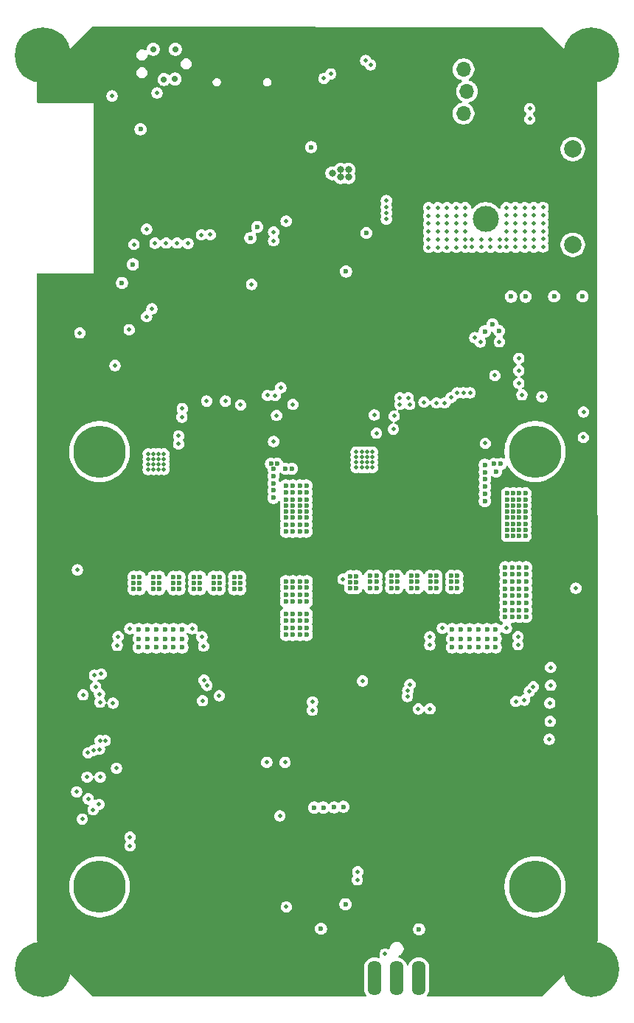
<source format=gbr>
%TF.GenerationSoftware,KiCad,Pcbnew,9.0.1*%
%TF.CreationDate,2025-09-16T14:58:38+08:00*%
%TF.ProjectId,BitaxeGT,42697461-7865-4475-942e-6b696361645f,v800*%
%TF.SameCoordinates,Original*%
%TF.FileFunction,Copper,L2,Inr*%
%TF.FilePolarity,Positive*%
%FSLAX46Y46*%
G04 Gerber Fmt 4.6, Leading zero omitted, Abs format (unit mm)*
G04 Created by KiCad (PCBNEW 9.0.1) date 2025-09-16 14:58:38*
%MOMM*%
%LPD*%
G01*
G04 APERTURE LIST*
%TA.AperFunction,ComponentPad*%
%ADD10C,6.000000*%
%TD*%
%TA.AperFunction,ComponentPad*%
%ADD11C,0.800000*%
%TD*%
%TA.AperFunction,ComponentPad*%
%ADD12C,6.400000*%
%TD*%
%TA.AperFunction,ComponentPad*%
%ADD13O,1.574800X4.000000*%
%TD*%
%TA.AperFunction,ComponentPad*%
%ADD14C,1.500000*%
%TD*%
%TA.AperFunction,ComponentPad*%
%ADD15C,1.700000*%
%TD*%
%TA.AperFunction,ComponentPad*%
%ADD16O,1.700000X1.700000*%
%TD*%
%TA.AperFunction,ComponentPad*%
%ADD17C,0.400000*%
%TD*%
%TA.AperFunction,ComponentPad*%
%ADD18C,0.499999*%
%TD*%
%TA.AperFunction,ComponentPad*%
%ADD19C,3.000000*%
%TD*%
%TA.AperFunction,ComponentPad*%
%ADD20C,2.000000*%
%TD*%
%TA.AperFunction,ComponentPad*%
%ADD21O,1.000000X1.800000*%
%TD*%
%TA.AperFunction,ComponentPad*%
%ADD22O,1.000000X2.100000*%
%TD*%
%TA.AperFunction,ViaPad*%
%ADD23C,0.600000*%
%TD*%
%TA.AperFunction,ViaPad*%
%ADD24C,0.500000*%
%TD*%
%TA.AperFunction,ViaPad*%
%ADD25C,0.800000*%
%TD*%
%TA.AperFunction,ViaPad*%
%ADD26C,0.700000*%
%TD*%
%TA.AperFunction,ViaPad*%
%ADD27C,1.000000*%
%TD*%
G04 APERTURE END LIST*
D10*
%TO.N,unconnected-(HS1-Mounting-Pad1)_1*%
%TO.C,HS1*%
X106000000Y-87000000D03*
%TO.N,unconnected-(HS1-Mounting-Pad1)*%
X106000000Y-137000000D03*
%TO.N,unconnected-(HS1-Mounting-Pad1)_3*%
X156000000Y-87000000D03*
%TO.N,unconnected-(HS1-Mounting-Pad1)_2*%
X156000000Y-137000000D03*
%TD*%
D11*
%TO.N,GND*%
%TO.C,H4*%
X97100000Y-146500000D03*
X97802944Y-144802944D03*
X97802944Y-148197056D03*
X99500000Y-144100000D03*
D12*
X99500000Y-146500000D03*
D11*
X99500000Y-148900000D03*
X101197056Y-144802944D03*
X101197056Y-148197056D03*
X101900000Y-146500000D03*
%TD*%
D13*
%TO.N,GND*%
%TO.C,J7*%
X145200000Y-147490000D03*
%TO.N,/12V*%
X142660000Y-147490000D03*
D14*
%TO.N,/fan/FAN_TACH*%
X140120000Y-148450000D03*
D13*
X140120000Y-147490000D03*
%TO.N,/fan/FAN_PWM*%
X137580000Y-147490000D03*
%TD*%
D11*
%TO.N,GND*%
%TO.C,H2*%
X97100000Y-41500000D03*
X97802944Y-39802944D03*
X97802944Y-43197056D03*
X99500000Y-39100000D03*
D12*
X99500000Y-41500000D03*
D11*
X99500000Y-43900000D03*
X101197056Y-39802944D03*
X101197056Y-43197056D03*
X101900000Y-41500000D03*
%TD*%
%TO.N,GND*%
%TO.C,H3*%
X160100000Y-146500000D03*
X160802944Y-144802944D03*
X160802944Y-148197056D03*
X162500000Y-144100000D03*
D12*
X162500000Y-146500000D03*
D11*
X162500000Y-148900000D03*
X164197056Y-144802944D03*
X164197056Y-148197056D03*
X164900000Y-146500000D03*
%TD*%
D15*
%TO.N,GND*%
%TO.C,J3*%
X148200000Y-40550000D03*
D16*
%TO.N,/3V3*%
X147800000Y-43090000D03*
%TO.N,/ESP32/SCL*%
X148200000Y-45630000D03*
%TO.N,/ESP32/SDA*%
X147800000Y-48170000D03*
%TD*%
D11*
%TO.N,GND*%
%TO.C,H1*%
X160100000Y-41500000D03*
X160802944Y-39802944D03*
X160802944Y-43197056D03*
X162500000Y-39100000D03*
D12*
X162500000Y-41500000D03*
D11*
X162500000Y-43900000D03*
X164197056Y-39802944D03*
X164197056Y-43197056D03*
X164900000Y-41500000D03*
%TD*%
D17*
%TO.N,GND*%
%TO.C,U4*%
X122280000Y-88650000D03*
X122280000Y-87250000D03*
X122280000Y-85850000D03*
X121000000Y-89650000D03*
X121000000Y-88650000D03*
X121000000Y-87250000D03*
X121000000Y-85850000D03*
X121000000Y-84850000D03*
X119720000Y-88650000D03*
X119720000Y-87250000D03*
X119720000Y-85850000D03*
%TD*%
D18*
%TO.N,unconnected-(U2-PAD-Pad17)_1*%
%TO.C,U2*%
X106070001Y-124400000D03*
%TO.N,unconnected-(U2-PAD-Pad17)*%
X104569999Y-124400000D03*
%TD*%
D19*
%TO.N,/12V*%
%TO.C,J1*%
X150350000Y-60250000D03*
%TO.N,GND*%
X150350000Y-55250000D03*
D20*
%TO.N,unconnected-(J1-MNT1-Pad3)*%
X160350000Y-63250000D03*
%TO.N,unconnected-(J1-MNT2-Pad4)*%
X160350000Y-52250000D03*
%TD*%
D21*
%TO.N,GND*%
%TO.C,J4*%
X118030000Y-40885000D03*
D22*
X118030000Y-45065000D03*
D21*
X126670000Y-40885000D03*
D22*
X126670000Y-45065000D03*
%TD*%
D17*
%TO.N,GND*%
%TO.C,U1*%
X146630000Y-88650000D03*
X146630000Y-87250000D03*
X146630000Y-85850000D03*
X145350000Y-89650000D03*
X145350000Y-88650000D03*
X145350000Y-87250000D03*
X145350000Y-85850000D03*
X145350000Y-84850000D03*
X144070000Y-88650000D03*
X144070000Y-87250000D03*
X144070000Y-85850000D03*
%TD*%
D23*
%TO.N,GND*%
X142340000Y-56320000D03*
X130200000Y-58280000D03*
X139180000Y-56160000D03*
X135430000Y-66280000D03*
X137587500Y-61882500D03*
X136480000Y-59270000D03*
%TO.N,Net-(U7-CB)*%
X136637500Y-61882500D03*
X134310000Y-66320000D03*
D24*
%TO.N,/12V*%
X151960000Y-62620000D03*
X137340000Y-87050000D03*
X143785000Y-58990000D03*
X154827500Y-58970000D03*
X152715000Y-61700000D03*
X144841250Y-63540000D03*
X153771250Y-63520000D03*
X156940000Y-62590000D03*
X148791250Y-63530000D03*
X137340000Y-87650000D03*
X149847500Y-63530000D03*
X145897500Y-60810000D03*
X136700000Y-88250000D03*
X152715000Y-62610000D03*
X152715000Y-58970000D03*
X154827500Y-63520000D03*
X136700000Y-87650000D03*
X144841250Y-62630000D03*
X154827500Y-61700000D03*
X135470000Y-87650000D03*
X150903750Y-63530000D03*
X156940000Y-59860000D03*
X145897500Y-61720000D03*
X144841250Y-58990000D03*
X143785000Y-60810000D03*
X152715000Y-60790000D03*
X146953750Y-61720000D03*
X151960000Y-63530000D03*
X155883750Y-63520000D03*
X154827500Y-62610000D03*
X145897500Y-62630000D03*
X148010000Y-58970000D03*
X143785000Y-63540000D03*
X136700000Y-88850000D03*
X148791250Y-62620000D03*
X135470000Y-87050000D03*
X156940000Y-58950000D03*
X111590000Y-88460000D03*
X112200000Y-87850000D03*
X136100000Y-88850000D03*
X137340000Y-88850000D03*
X153771250Y-59880000D03*
X143785000Y-62630000D03*
X112200000Y-87250000D03*
X113400000Y-88460000D03*
X113400000Y-87860000D03*
X112800000Y-87850000D03*
X153771250Y-61700000D03*
X153771250Y-60790000D03*
X113400000Y-87260000D03*
X112200000Y-88450000D03*
X148010000Y-63520000D03*
X143785000Y-61720000D03*
X112800000Y-89050000D03*
X144841250Y-61720000D03*
X144841250Y-59900000D03*
X112800000Y-87250000D03*
X111590000Y-87260000D03*
X150903750Y-62620000D03*
X152715000Y-63520000D03*
D23*
X142695000Y-141880000D03*
D24*
X136700000Y-87050000D03*
X136100000Y-88250000D03*
X146953750Y-60810000D03*
X136100000Y-87050000D03*
X146953750Y-62630000D03*
X148010000Y-59880000D03*
X144841250Y-60810000D03*
X153771250Y-58970000D03*
X111590000Y-89060000D03*
X152715000Y-59880000D03*
X136100000Y-87650000D03*
X148010000Y-62610000D03*
X146953750Y-59900000D03*
X155883750Y-62610000D03*
X154827500Y-60790000D03*
X156940000Y-61680000D03*
X156940000Y-63500000D03*
X155883750Y-61700000D03*
X146953750Y-58990000D03*
X155883750Y-59880000D03*
X145897500Y-58990000D03*
X113400000Y-89060000D03*
X137340000Y-88250000D03*
X135470000Y-88850000D03*
X148010000Y-60790000D03*
X145897500Y-59900000D03*
X112800000Y-88450000D03*
X148010000Y-61700000D03*
X112200000Y-89050000D03*
X154827500Y-59880000D03*
X143785000Y-59900000D03*
X146953750Y-63540000D03*
X156940000Y-60770000D03*
X155883750Y-60790000D03*
X135470000Y-88250000D03*
X145897500Y-63540000D03*
X153771250Y-62610000D03*
X155883750Y-58970000D03*
X149847500Y-62620000D03*
X111590000Y-87860000D03*
%TO.N,/Power/AGND1*%
X151400000Y-78260000D03*
X145640000Y-81410000D03*
X141450000Y-80820000D03*
X146360000Y-80800000D03*
D23*
%TO.N,/Vcore*%
X140200000Y-101975000D03*
X137100000Y-101975000D03*
X129800000Y-107250000D03*
X129800000Y-106450000D03*
X119800000Y-102800000D03*
X122150000Y-102100000D03*
X146380000Y-101975000D03*
X129000000Y-101900000D03*
X149500000Y-107400000D03*
X153400000Y-103550000D03*
X153400000Y-101100000D03*
X154200000Y-106000000D03*
X137800000Y-101975000D03*
X150500000Y-107400000D03*
X155000000Y-100300000D03*
X111500000Y-107400000D03*
X154200000Y-102750000D03*
X115162500Y-102800000D03*
X116850000Y-102100000D03*
X153400000Y-101950000D03*
X116850000Y-102800000D03*
X146500000Y-107400000D03*
X113500000Y-109500000D03*
X127400000Y-107250000D03*
X155000000Y-101950000D03*
X142500000Y-101975000D03*
X146380000Y-102675000D03*
X127400000Y-101900000D03*
X128200000Y-105650000D03*
X113500000Y-108500000D03*
X128200000Y-101900000D03*
X146380000Y-101275000D03*
D24*
X133950000Y-101650000D03*
D23*
X112862500Y-101400000D03*
X115500000Y-107400000D03*
X119100000Y-102100000D03*
X129800000Y-103450000D03*
X154200000Y-100300000D03*
X119800000Y-101400000D03*
X155000000Y-105200000D03*
X147500000Y-109500000D03*
X154200000Y-101100000D03*
X152600000Y-103550000D03*
X129800000Y-108050000D03*
X152600000Y-102750000D03*
X129800000Y-104250000D03*
X109900000Y-101400000D03*
X108575000Y-67625000D03*
X114500000Y-109500000D03*
X148500000Y-107400000D03*
X121450000Y-102800000D03*
X127400000Y-106450000D03*
X144000000Y-101275000D03*
X137100000Y-102675000D03*
X155000000Y-106000000D03*
X146500000Y-108500000D03*
X153400000Y-102750000D03*
X152600000Y-101950000D03*
X114462500Y-102800000D03*
X135500000Y-102700000D03*
X110500000Y-108500000D03*
X129000000Y-107250000D03*
X114462500Y-101400000D03*
X140200000Y-101275000D03*
X112862500Y-102800000D03*
X151500000Y-107400000D03*
X135500000Y-101300000D03*
X150500000Y-108500000D03*
X135500000Y-102000000D03*
X152600000Y-104350000D03*
X134800000Y-102000000D03*
X119800000Y-102100000D03*
X113500000Y-107400000D03*
X114462500Y-102100000D03*
X112500000Y-109500000D03*
X114500000Y-108500000D03*
X109900000Y-102100000D03*
X128200000Y-106450000D03*
X119100000Y-102800000D03*
X154200000Y-105200000D03*
X119100000Y-101400000D03*
X154200000Y-103550000D03*
X115500000Y-108500000D03*
X148500000Y-109500000D03*
X110600000Y-101400000D03*
X152600000Y-105200000D03*
X153400000Y-106000000D03*
X110500000Y-107400000D03*
X149500000Y-108500000D03*
X147500000Y-108500000D03*
X142500000Y-102675000D03*
X117550000Y-102100000D03*
X129000000Y-104250000D03*
X141800000Y-101275000D03*
X128200000Y-102650000D03*
X115162500Y-102100000D03*
X141800000Y-102675000D03*
X139500000Y-101975000D03*
X112162500Y-102800000D03*
X148500000Y-108500000D03*
X155000000Y-103550000D03*
X128200000Y-103450000D03*
X116850000Y-101400000D03*
D24*
X143250000Y-81320000D03*
D23*
X142500000Y-101275000D03*
X115162500Y-101400000D03*
X129800000Y-101900000D03*
X112500000Y-107400000D03*
D24*
X160700000Y-102700000D03*
D23*
X134800000Y-102700000D03*
X137100000Y-101275000D03*
X112162500Y-101400000D03*
X152600000Y-101100000D03*
X117550000Y-101400000D03*
X111500000Y-108500000D03*
X129800000Y-105650000D03*
X112862500Y-102100000D03*
X114500000Y-107400000D03*
X139500000Y-102675000D03*
X154200000Y-101950000D03*
X144000000Y-102675000D03*
X110500000Y-109500000D03*
X147080000Y-102675000D03*
X121450000Y-102100000D03*
X117550000Y-102800000D03*
X129000000Y-105650000D03*
X128200000Y-108050000D03*
X127400000Y-103450000D03*
X129800000Y-102650000D03*
X147080000Y-101975000D03*
X153400000Y-104350000D03*
X151500000Y-109500000D03*
X127400000Y-105650000D03*
X121450000Y-101400000D03*
X112500000Y-108500000D03*
X134800000Y-101300000D03*
X155000000Y-102750000D03*
X147080000Y-101275000D03*
X137800000Y-101275000D03*
X140200000Y-102675000D03*
X141800000Y-101975000D03*
X153400000Y-100300000D03*
X152600000Y-106000000D03*
X137800000Y-102675000D03*
X144700000Y-101275000D03*
X153400000Y-105200000D03*
X110600000Y-102100000D03*
X144000000Y-101975000D03*
X129000000Y-103450000D03*
X122150000Y-101400000D03*
X109900000Y-102800000D03*
X129000000Y-106450000D03*
X151500000Y-108500000D03*
X144700000Y-101975000D03*
X152600000Y-100300000D03*
X110600000Y-102800000D03*
X115500000Y-109500000D03*
X147500000Y-107400000D03*
X144700000Y-102675000D03*
X154200000Y-104350000D03*
X128200000Y-107250000D03*
X139500000Y-101275000D03*
X155000000Y-104350000D03*
X129000000Y-102650000D03*
X146500000Y-109500000D03*
X129000000Y-108050000D03*
X127400000Y-104250000D03*
X111500000Y-109500000D03*
X150500000Y-109500000D03*
X127400000Y-102650000D03*
X122150000Y-102800000D03*
X112162500Y-102100000D03*
X149500000Y-109500000D03*
X127400000Y-108050000D03*
X155000000Y-101100000D03*
X128200000Y-104250000D03*
D24*
%TO.N,/Power/VSHARE*%
X120450000Y-81200000D03*
X144670000Y-81410000D03*
%TO.N,/Power/EN_UVLO*%
X115080000Y-85200000D03*
X137550000Y-82790000D03*
%TO.N,/5V*%
X106650000Y-120200000D03*
X138940000Y-59590000D03*
X138930000Y-58920000D03*
X106050000Y-120200000D03*
X138940000Y-60297500D03*
X127450000Y-139300000D03*
X125200000Y-122700000D03*
X138940000Y-58170000D03*
%TO.N,/ASIC/1V2*%
X103450000Y-100590000D03*
X127300000Y-122700000D03*
X130430000Y-116720000D03*
X107940000Y-123380000D03*
X117825000Y-115625000D03*
X143940000Y-116560000D03*
X103368909Y-126091091D03*
%TO.N,/ASIC/0V8*%
X142610000Y-116570000D03*
X130450000Y-115762500D03*
X119750000Y-115050000D03*
D25*
%TO.N,/3V3*%
X133680000Y-55481821D03*
X134580000Y-55481821D03*
X134580000Y-54631821D03*
D24*
X104010000Y-129210000D03*
X107780000Y-77110000D03*
D25*
X132730000Y-55031821D03*
D24*
X125990000Y-62790000D03*
D26*
X114700000Y-40800000D03*
D23*
X130300000Y-52025000D03*
D24*
X107425000Y-46150000D03*
D25*
X133680000Y-54631821D03*
D24*
X126700000Y-128850000D03*
%TO.N,/Power/PGOOD*%
X127430000Y-60530000D03*
X149090000Y-73910000D03*
D23*
%TO.N,/fan/FAN_TACH*%
X134250000Y-139000000D03*
D24*
X138790000Y-144720000D03*
%TO.N,/ASIC/TEMP1_P*%
X118328858Y-113867944D03*
D23*
X131700000Y-127890000D03*
D24*
%TO.N,/ASIC/TEMP1_N*%
X118000000Y-113250000D03*
D23*
X130650000Y-127890000D03*
%TO.N,/ASIC/TEMP2_P*%
X134000000Y-127800000D03*
D24*
X155355635Y-114550000D03*
D23*
%TO.N,/ASIC/TEMP2_N*%
X132950000Y-127880000D03*
D24*
X155820645Y-114026770D03*
D23*
%TO.N,/fan/FAN_PWM*%
X131430000Y-141810000D03*
D24*
%TO.N,/Power/BCX_DAT*%
X126810000Y-79660000D03*
X161580000Y-82450000D03*
X148550000Y-80250000D03*
%TO.N,/Power/BCX_CLK*%
X156800000Y-80700000D03*
X147780000Y-80249999D03*
X126180000Y-80560000D03*
%TO.N,/Power/SYNC*%
X125286195Y-80547010D03*
X147080102Y-80262067D03*
X161560000Y-85380000D03*
%TO.N,/ESP32/SDA*%
X109500000Y-131300000D03*
X111400000Y-71500000D03*
D23*
X124100000Y-61190000D03*
D24*
X135650000Y-135250000D03*
D23*
%TO.N,/ESP32/SCL*%
X123320000Y-62465000D03*
D24*
X112000000Y-70600000D03*
X109500000Y-132300000D03*
X135600000Y-136200000D03*
%TO.N,/ASIC/RX_1V2*%
X106000000Y-121200000D03*
%TO.N,/ASIC/CLKI*%
X106200000Y-112550000D03*
%TO.N,/ASIC/BI*%
X105420352Y-112700799D03*
%TO.N,/ASIC/RST_1V2*%
X104675382Y-121611508D03*
%TO.N,/ASIC/TX_1V2*%
X105309522Y-121315080D03*
%TO.N,/ASIC/RST_3V3*%
X109400000Y-73000000D03*
X104698999Y-126896596D03*
%TO.N,/ASIC/TX_3V3*%
X117700000Y-62100000D03*
X105260000Y-128150000D03*
%TO.N,Net-(U4-AVIN)*%
X115070000Y-86130000D03*
X115460000Y-83040000D03*
%TO.N,Net-(U9-VDD1_0)*%
X108025000Y-109275000D03*
%TO.N,Net-(U9-VDD2_0)*%
X108125000Y-108255000D03*
%TO.N,Net-(U9-VDD3_0)*%
X109480000Y-107340000D03*
%TO.N,Net-(U9-LITE_PAD)*%
X105550000Y-114050000D03*
%TO.N,Net-(U9-ROSC_SEL)*%
X104100000Y-114950000D03*
%TO.N,Net-(U9-INV_CLKO)*%
X106000000Y-114850000D03*
D23*
%TO.N,/Power/SW1*%
X154200000Y-93900000D03*
X153500000Y-91800000D03*
X154900000Y-93200000D03*
X152800000Y-91800000D03*
X152800000Y-92500000D03*
X154900000Y-92500000D03*
X154900000Y-94600000D03*
X154200000Y-95300000D03*
X152800000Y-93900000D03*
X153500000Y-95300000D03*
X154200000Y-92500000D03*
X150250000Y-91858000D03*
X154900000Y-95300000D03*
X150250000Y-90194000D03*
X152800000Y-96700000D03*
X154200000Y-93200000D03*
X153500000Y-94600000D03*
X153500000Y-93200000D03*
X151550000Y-89290000D03*
X153500000Y-92500000D03*
X153500000Y-96000000D03*
X154900000Y-96700000D03*
X150250000Y-89362000D03*
X150250000Y-91026000D03*
X153500000Y-93900000D03*
X154200000Y-94600000D03*
X150250000Y-92690000D03*
X154200000Y-96700000D03*
X152075000Y-88425000D03*
X154200000Y-91800000D03*
X152800000Y-95300000D03*
X151275000Y-88425000D03*
X153500000Y-96700000D03*
X154900000Y-96000000D03*
X154200000Y-96000000D03*
X154900000Y-93900000D03*
X152800000Y-93200000D03*
X150250000Y-88530000D03*
X152800000Y-96000000D03*
X152800000Y-94600000D03*
X154900000Y-91800000D03*
D24*
%TO.N,Net-(U1-AVIN)*%
X137790000Y-84890000D03*
X140490000Y-80820000D03*
D23*
%TO.N,/Power/SW2*%
X127400000Y-94600000D03*
X129000000Y-93200000D03*
X125700000Y-88400000D03*
X125970000Y-91475000D03*
X129000000Y-95400000D03*
X126400000Y-88400000D03*
X128200000Y-91700000D03*
X128200000Y-92500000D03*
X129000000Y-94600000D03*
X128200000Y-93200000D03*
X129750000Y-95400000D03*
X129000000Y-91700000D03*
X125970000Y-92300000D03*
X129000000Y-93900000D03*
X127400000Y-96200000D03*
X129750000Y-91700000D03*
X129750000Y-90900000D03*
X129750000Y-92500000D03*
X129000000Y-90900000D03*
X129750000Y-93200000D03*
X129750000Y-93900000D03*
X127350000Y-88975000D03*
X127400000Y-91700000D03*
X125970000Y-90650000D03*
X128200000Y-94600000D03*
X128100000Y-88975000D03*
X125970000Y-89825000D03*
X129750000Y-94600000D03*
X129000000Y-96200000D03*
X127400000Y-95400000D03*
X128200000Y-90900000D03*
X128200000Y-93900000D03*
X129000000Y-92500000D03*
X127400000Y-92500000D03*
X127400000Y-93200000D03*
X128200000Y-95400000D03*
X128200000Y-96200000D03*
X125970000Y-89000000D03*
X129750000Y-96200000D03*
X127400000Y-90900000D03*
X127400000Y-93900000D03*
D24*
%TO.N,Net-(U10-VDD3_0)*%
X145360000Y-107300000D03*
X116640000Y-107350000D03*
%TO.N,Net-(U10-VDD2_0)*%
X143925000Y-108280000D03*
X117750000Y-108280000D03*
%TO.N,Net-(U10-VDD1_0)*%
X117950000Y-109350000D03*
X143925000Y-109220000D03*
%TO.N,Net-(U10-VDD3_1)*%
X152730000Y-107290000D03*
%TO.N,Net-(U10-VDD2_1)*%
X154050000Y-108255000D03*
%TO.N,Net-(U10-VDD1_1)*%
X154050000Y-109195000D03*
%TO.N,/ASIC/0V8_1*%
X106050000Y-115800000D03*
%TO.N,/ASIC/1V2_1*%
X107550000Y-115900000D03*
%TO.N,/ASIC/1V2_2*%
X153797182Y-115702818D03*
%TO.N,/ASIC/0V8_2*%
X154800000Y-115550000D03*
%TO.N,Net-(U1-MSEL1)*%
X141615493Y-81579847D03*
X154150000Y-79150000D03*
%TO.N,Net-(U1-MSEL2)*%
X154150000Y-76300000D03*
X139740000Y-84420000D03*
%TO.N,Net-(U1-VSEL)*%
X139835358Y-82918723D03*
X154150000Y-77700000D03*
%TO.N,Net-(U10-LITE_PAD)*%
X141400000Y-114450000D03*
%TO.N,Net-(U1-ADRSEL)*%
X154500000Y-80490000D03*
X140488170Y-81580000D03*
%TO.N,Net-(U10-NRSTO)*%
X157800000Y-111800000D03*
%TO.N,Net-(U10-ROSC_SEL)*%
X141650000Y-113750000D03*
%TO.N,Net-(U10-INV_CLKO)*%
X141350000Y-115150000D03*
%TO.N,Net-(U10-BI)*%
X136200000Y-113350000D03*
%TO.N,Net-(U10-RI)*%
X157700000Y-115900000D03*
D23*
%TO.N,/Power/SCL_VR*%
X151870000Y-73150000D03*
D24*
X155400000Y-47600000D03*
D23*
X150240000Y-73200000D03*
X161460000Y-69180000D03*
D24*
%TO.N,/Power/ALRT_VR*%
X150301539Y-86057693D03*
D23*
X153260000Y-69190000D03*
X154930000Y-69190000D03*
D24*
X125990000Y-61770000D03*
D23*
%TO.N,/Power/SDA_VR*%
X158200000Y-69180000D03*
D24*
X155400000Y-48800000D03*
X149740000Y-74420000D03*
D23*
X151130000Y-72375000D03*
D24*
%TO.N,GND*%
X133200000Y-120900000D03*
D23*
X149500000Y-112250000D03*
X114500000Y-112250000D03*
X147500000Y-112250000D03*
D24*
X141375000Y-92625000D03*
X137800000Y-97575000D03*
X114562500Y-96400000D03*
X113430000Y-94110000D03*
X105875000Y-46150000D03*
X144100000Y-96975000D03*
D23*
X112550000Y-119000000D03*
D24*
X122050000Y-96400000D03*
D23*
X114500000Y-111250000D03*
D24*
X149557500Y-52070000D03*
X156950000Y-55710000D03*
D25*
X140130000Y-47381821D03*
D24*
X121450000Y-97600000D03*
X148501250Y-52980000D03*
D23*
X148600000Y-117050000D03*
D24*
X113430000Y-95310000D03*
X113430000Y-94710000D03*
X117650000Y-93000000D03*
D23*
X149600000Y-118050000D03*
D24*
X116850000Y-96400000D03*
D23*
X112500000Y-112250000D03*
D24*
X117740000Y-114450000D03*
X142400000Y-97575000D03*
D23*
X147600000Y-117050000D03*
D24*
X154837500Y-52090000D03*
X154700000Y-117900000D03*
D23*
X110500000Y-113250000D03*
X146500000Y-113250000D03*
X148500000Y-115250000D03*
D24*
X151670000Y-52980000D03*
X115525000Y-93025000D03*
X141800000Y-97575000D03*
D26*
X115140000Y-53850000D03*
D24*
X137200000Y-96375000D03*
D23*
X110500000Y-114250000D03*
X114500000Y-115250000D03*
D24*
X146980000Y-96975000D03*
D25*
X134555000Y-52006821D03*
D23*
X110550000Y-118000000D03*
D24*
X155893750Y-56640000D03*
D23*
X111550000Y-118000000D03*
D24*
X119200000Y-97600000D03*
D26*
X112330000Y-56650000D03*
D24*
X135980000Y-129890000D03*
X153781250Y-52090000D03*
X117450000Y-97000000D03*
X112862500Y-97000000D03*
X117650000Y-92450000D03*
D23*
X114550000Y-119000000D03*
X150500000Y-112250000D03*
D24*
X116850000Y-97000000D03*
X142400000Y-96375000D03*
X142400000Y-96975000D03*
D23*
X149500000Y-114250000D03*
X115500000Y-111250000D03*
D24*
X119200000Y-97000000D03*
X158880000Y-76740000D03*
X112800000Y-95300000D03*
D23*
X115500000Y-112250000D03*
D24*
X140100000Y-96975000D03*
X119800000Y-97600000D03*
D23*
X146600000Y-119050000D03*
D24*
X136000000Y-93900000D03*
X135500000Y-97000000D03*
X106700000Y-77110000D03*
D23*
X112500000Y-114250000D03*
D24*
X136000000Y-93300000D03*
X112200000Y-94100000D03*
D23*
X151500000Y-111250000D03*
D24*
X152725000Y-56640000D03*
X146380000Y-96975000D03*
X150613750Y-52070000D03*
D23*
X151600000Y-118050000D03*
D24*
X121450000Y-96400000D03*
X152725000Y-53000000D03*
X124450000Y-119950000D03*
X109900000Y-97000000D03*
X112200000Y-95300000D03*
D23*
X150600000Y-117050000D03*
D24*
X106790000Y-126920000D03*
X119800000Y-96400000D03*
X152725000Y-55730000D03*
X156950000Y-53890000D03*
X142920000Y-114950000D03*
X112800000Y-94100000D03*
X155893750Y-54820000D03*
X124450000Y-114300000D03*
X153781250Y-56640000D03*
X116850000Y-97600000D03*
X137200000Y-97575000D03*
X114562500Y-97000000D03*
X160900000Y-91700000D03*
X112800000Y-93500000D03*
D23*
X146500000Y-112250000D03*
D24*
X140475000Y-92675000D03*
D23*
X110500000Y-115250000D03*
D26*
X115140000Y-56650000D03*
D24*
X117450000Y-96400000D03*
X124450000Y-119300000D03*
X143870000Y-110080000D03*
X156950000Y-52070000D03*
X135500000Y-96400000D03*
D23*
X115500000Y-115250000D03*
D26*
X113740000Y-55250000D03*
D24*
X137620000Y-81120000D03*
X112200000Y-93500000D03*
X115162500Y-97000000D03*
D23*
X111500000Y-112250000D03*
D24*
X117050000Y-93000000D03*
X139740000Y-113760000D03*
D26*
X113740000Y-53850000D03*
D24*
X132080000Y-140500000D03*
X110500000Y-97600000D03*
D23*
X112500000Y-113250000D03*
D24*
X136000000Y-95100000D03*
X145660000Y-80360000D03*
D23*
X150600000Y-118050000D03*
D24*
X156950000Y-54800000D03*
D23*
X151600000Y-117050000D03*
X151600000Y-119050000D03*
D24*
X140100000Y-97575000D03*
X152725000Y-54820000D03*
D23*
X146500000Y-114250000D03*
X115500000Y-113250000D03*
D24*
X136000000Y-94500000D03*
D23*
X147500000Y-115250000D03*
D24*
X116125000Y-93025000D03*
D23*
X115550000Y-118000000D03*
D26*
X113400000Y-40800000D03*
D23*
X148500000Y-114250000D03*
D24*
X156950000Y-56620000D03*
D23*
X147600000Y-119050000D03*
D24*
X112862500Y-96400000D03*
D23*
X113550000Y-117000000D03*
X150500000Y-111250000D03*
X147500000Y-113250000D03*
D27*
X106000000Y-67400000D03*
D23*
X110550000Y-119000000D03*
D24*
X152725000Y-52090000D03*
X119800000Y-97000000D03*
D23*
X115500000Y-114250000D03*
X150500000Y-114250000D03*
X110500000Y-112250000D03*
D24*
X135500000Y-97600000D03*
X117050000Y-92450000D03*
X153803248Y-114396752D03*
D23*
X148500000Y-113250000D03*
D24*
X139500000Y-96975000D03*
D23*
X113500000Y-114250000D03*
D25*
X133040000Y-52030000D03*
X137430000Y-47381821D03*
D24*
X141975000Y-92625000D03*
X115650000Y-84310000D03*
X136600000Y-94500000D03*
X141975000Y-93175000D03*
D26*
X113740000Y-56650000D03*
D24*
X144100000Y-97575000D03*
D23*
X111500000Y-113250000D03*
D24*
X116125000Y-92475000D03*
D23*
X114500000Y-113250000D03*
D24*
X110500000Y-97000000D03*
X144700000Y-96975000D03*
X154837500Y-54820000D03*
D23*
X149500000Y-113250000D03*
X111500000Y-111250000D03*
D24*
X115525000Y-92475000D03*
D23*
X113550000Y-118000000D03*
D24*
X118810000Y-110100000D03*
X104350000Y-101750000D03*
D23*
X149500000Y-115250000D03*
D24*
X111570000Y-93500000D03*
X137800000Y-96375000D03*
X141800000Y-96975000D03*
X103790000Y-113400000D03*
X140100000Y-96375000D03*
X107850000Y-114750000D03*
X155893750Y-53000000D03*
X110500000Y-96400000D03*
X155893750Y-55730000D03*
D23*
X149600000Y-119050000D03*
D24*
X140475000Y-93225000D03*
X111570000Y-95300000D03*
X154837500Y-55730000D03*
X107079162Y-110220838D03*
D23*
X111550000Y-119000000D03*
D24*
X122050000Y-97600000D03*
D23*
X115550000Y-119000000D03*
X150500000Y-115250000D03*
D24*
X144700000Y-96375000D03*
D23*
X113500000Y-112250000D03*
D24*
X113430000Y-93510000D03*
D23*
X148600000Y-118050000D03*
D25*
X140955000Y-50106821D03*
D24*
X154837500Y-53910000D03*
D23*
X110500000Y-111250000D03*
D24*
X136600000Y-95100000D03*
D23*
X146600000Y-117050000D03*
D24*
X139875000Y-92675000D03*
X111570000Y-94700000D03*
X111570000Y-94100000D03*
X124450000Y-114950000D03*
X153781250Y-53000000D03*
X136600000Y-93300000D03*
D23*
X115550000Y-117000000D03*
D26*
X115140000Y-55250000D03*
D23*
X114500000Y-114250000D03*
D24*
X148501250Y-52070000D03*
D23*
X112500000Y-111250000D03*
X113500000Y-111250000D03*
D24*
X146980000Y-97575000D03*
X134900000Y-96400000D03*
D23*
X148500000Y-111250000D03*
X149600000Y-117050000D03*
D24*
X141375000Y-93175000D03*
X129500000Y-128840000D03*
D23*
X113550000Y-119000000D03*
X147500000Y-111250000D03*
D24*
X112800000Y-94700000D03*
X151670000Y-52070000D03*
X132210000Y-114870000D03*
D23*
X151500000Y-113250000D03*
D24*
X155893750Y-52090000D03*
D23*
X147500000Y-114250000D03*
X112550000Y-117000000D03*
D26*
X112330000Y-53850000D03*
D23*
X148500000Y-112250000D03*
X151500000Y-112250000D03*
D24*
X134900000Y-97000000D03*
X115162500Y-97600000D03*
X112262500Y-97000000D03*
D23*
X112550000Y-118000000D03*
D24*
X154837500Y-56640000D03*
D23*
X148600000Y-119050000D03*
D24*
X149557500Y-52980000D03*
X153781250Y-53910000D03*
X144700000Y-97575000D03*
X112262500Y-97600000D03*
X138970000Y-83620000D03*
X153781250Y-54820000D03*
X112200000Y-94700000D03*
X114562500Y-97600000D03*
X121450000Y-97000000D03*
X152725000Y-53910000D03*
X144100000Y-96375000D03*
X103450000Y-121650000D03*
X152900000Y-82780000D03*
X154837500Y-53000000D03*
X109900000Y-96400000D03*
D25*
X134630000Y-47356821D03*
D23*
X151500000Y-114250000D03*
D24*
X146380000Y-96375000D03*
X153781250Y-55730000D03*
X133250000Y-113850000D03*
X136600000Y-93900000D03*
D23*
X146500000Y-115250000D03*
D24*
X101690000Y-128210000D03*
X103990000Y-130170000D03*
X155893750Y-53910000D03*
D23*
X146500000Y-111250000D03*
D24*
X154200000Y-110050000D03*
D23*
X114550000Y-118000000D03*
X150500000Y-113250000D03*
D24*
X137800000Y-96975000D03*
D23*
X110550000Y-117000000D03*
X112500000Y-115250000D03*
X111550000Y-117000000D03*
X113500000Y-113250000D03*
D24*
X139875000Y-93225000D03*
X122050000Y-97000000D03*
X146980000Y-96375000D03*
X119200000Y-96400000D03*
X160920000Y-47440000D03*
D23*
X111500000Y-114250000D03*
D24*
X109900000Y-97600000D03*
X112262500Y-96400000D03*
X146380000Y-97575000D03*
D23*
X113500000Y-115250000D03*
D24*
X141800000Y-96375000D03*
X139500000Y-96375000D03*
D23*
X147600000Y-118050000D03*
D26*
X112330000Y-55250000D03*
D24*
X134900000Y-97600000D03*
X156950000Y-52980000D03*
D23*
X151500000Y-115250000D03*
X132425000Y-134275000D03*
X149500000Y-111250000D03*
D24*
X137200000Y-96975000D03*
D25*
X134805000Y-49631821D03*
D24*
X117450000Y-97600000D03*
X108000000Y-121500000D03*
X127220000Y-82540000D03*
D23*
X150600000Y-119050000D03*
X114550000Y-117000000D03*
D24*
X112862500Y-97600000D03*
D23*
X146600000Y-118050000D03*
D24*
X115162500Y-96400000D03*
X139500000Y-97575000D03*
X150613750Y-52980000D03*
D23*
X111500000Y-115250000D03*
D24*
%TO.N,/Power/BP1v5_2*%
X126327817Y-82850000D03*
X118300000Y-81200000D03*
%TO.N,Net-(U10-BO)*%
X157650000Y-120050000D03*
%TO.N,Net-(U10-CLKO)*%
X157750000Y-118000000D03*
%TO.N,Net-(U10-CO)*%
X157800000Y-113850000D03*
%TO.N,/ESP32/EN*%
X103734620Y-73384620D03*
D23*
X110700000Y-49984314D03*
D26*
X114670000Y-44200000D03*
D23*
%TO.N,/ESP32/P_TX*%
X109820000Y-65500000D03*
D26*
X113400000Y-44250000D03*
D24*
%TO.N,/ESP32/IO0*%
X151910000Y-74400000D03*
D26*
X112150000Y-40800000D03*
D24*
X111400000Y-61450000D03*
X123460000Y-67800000D03*
%TO.N,/ESP32/P_RX*%
X112600000Y-45800000D03*
X109950000Y-63200000D03*
%TO.N,/ASIC/RX_3V3*%
X118710000Y-62090000D03*
X105930000Y-127530000D03*
%TO.N,/Power/AGND2*%
X128200000Y-81580000D03*
X122200000Y-81650000D03*
X115500000Y-82060000D03*
X125990000Y-85840000D03*
%TO.N,Net-(J2-Pin_5)*%
X137120000Y-42580159D03*
X116150000Y-63100000D03*
%TO.N,Net-(J2-Pin_8)*%
X112360000Y-63060000D03*
X131764719Y-44144719D03*
%TO.N,Net-(J2-Pin_7)*%
X132550000Y-43610000D03*
X113650000Y-63050000D03*
%TO.N,Net-(J2-Pin_6)*%
X136560000Y-42080000D03*
X114900000Y-63050000D03*
%TD*%
%TA.AperFunction,Conductor*%
%TO.N,GND*%
G36*
X156797299Y-38249949D02*
G01*
X156865400Y-38270017D01*
X156886971Y-38287558D01*
X163113820Y-44613246D01*
X163147354Y-44675823D01*
X163150026Y-44701572D01*
X163199973Y-143197772D01*
X163180005Y-143265903D01*
X163163068Y-143286931D01*
X156886905Y-149563095D01*
X156824593Y-149597121D01*
X156797810Y-149600000D01*
X143723614Y-149600000D01*
X143655493Y-149579998D01*
X143609000Y-149526342D01*
X143598896Y-149456068D01*
X143621678Y-149399939D01*
X143675983Y-149325195D01*
X143760870Y-149158595D01*
X143818650Y-148980767D01*
X143847900Y-148796090D01*
X143847900Y-146183910D01*
X143818650Y-145999233D01*
X143760870Y-145821405D01*
X143675983Y-145654805D01*
X143566079Y-145503535D01*
X143566076Y-145503532D01*
X143566074Y-145503529D01*
X143433870Y-145371325D01*
X143433867Y-145371323D01*
X143433865Y-145371321D01*
X143282595Y-145261417D01*
X143115995Y-145176530D01*
X142938167Y-145118750D01*
X142753490Y-145089500D01*
X142566510Y-145089500D01*
X142381833Y-145118750D01*
X142381830Y-145118750D01*
X142381829Y-145118751D01*
X142204005Y-145176530D01*
X142204003Y-145176531D01*
X142037401Y-145261419D01*
X141886132Y-145371323D01*
X141886129Y-145371325D01*
X141753925Y-145503529D01*
X141753923Y-145503532D01*
X141644019Y-145654801D01*
X141559131Y-145821403D01*
X141559130Y-145821406D01*
X141509833Y-145973125D01*
X141469759Y-146031730D01*
X141404362Y-146059367D01*
X141334406Y-146047260D01*
X141282100Y-145999254D01*
X141270167Y-145973125D01*
X141269079Y-145969777D01*
X141220870Y-145821405D01*
X141135983Y-145654805D01*
X141026079Y-145503535D01*
X141026076Y-145503532D01*
X141026074Y-145503529D01*
X140893870Y-145371325D01*
X140893867Y-145371323D01*
X140893865Y-145371321D01*
X140742595Y-145261417D01*
X140575995Y-145176530D01*
X140575992Y-145176529D01*
X140575990Y-145176528D01*
X140401645Y-145119880D01*
X140343039Y-145079806D01*
X140315402Y-145014410D01*
X140327509Y-144944453D01*
X140375515Y-144892147D01*
X140392359Y-144883639D01*
X140499179Y-144839394D01*
X140630289Y-144751789D01*
X140741789Y-144640289D01*
X140829394Y-144509179D01*
X140889737Y-144363497D01*
X140920500Y-144208842D01*
X140920500Y-144051158D01*
X140889737Y-143896503D01*
X140829394Y-143750821D01*
X140741789Y-143619711D01*
X140630289Y-143508211D01*
X140499179Y-143420606D01*
X140353497Y-143360263D01*
X140198844Y-143329500D01*
X140198842Y-143329500D01*
X140041158Y-143329500D01*
X140041155Y-143329500D01*
X139886502Y-143360263D01*
X139886497Y-143360265D01*
X139740820Y-143420606D01*
X139609715Y-143508208D01*
X139609708Y-143508213D01*
X139498213Y-143619708D01*
X139498208Y-143619715D01*
X139410606Y-143750820D01*
X139350265Y-143896497D01*
X139350263Y-143896502D01*
X139319500Y-144051155D01*
X139319500Y-144055722D01*
X139299498Y-144123843D01*
X139245842Y-144170336D01*
X139175568Y-144180440D01*
X139123499Y-144160488D01*
X139098127Y-144143535D01*
X138979746Y-144094500D01*
X138979745Y-144094499D01*
X138937852Y-144086166D01*
X138854069Y-144069500D01*
X138725931Y-144069500D01*
X138684039Y-144077833D01*
X138600254Y-144094499D01*
X138600253Y-144094500D01*
X138481871Y-144143536D01*
X138375335Y-144214721D01*
X138375328Y-144214726D01*
X138284726Y-144305328D01*
X138284721Y-144305335D01*
X138213536Y-144411871D01*
X138164500Y-144530253D01*
X138164499Y-144530254D01*
X138164499Y-144530256D01*
X138142612Y-144640289D01*
X138139500Y-144655932D01*
X138139500Y-144784067D01*
X138164499Y-144909745D01*
X138164501Y-144909750D01*
X138208242Y-145015350D01*
X138215831Y-145085940D01*
X138184052Y-145149427D01*
X138122994Y-145185654D01*
X138052042Y-145183120D01*
X138040608Y-145178335D01*
X138040571Y-145178426D01*
X138035999Y-145176532D01*
X138035995Y-145176530D01*
X137858167Y-145118750D01*
X137673490Y-145089500D01*
X137486510Y-145089500D01*
X137301833Y-145118750D01*
X137301830Y-145118750D01*
X137301829Y-145118751D01*
X137124005Y-145176530D01*
X137124003Y-145176531D01*
X136957401Y-145261419D01*
X136806132Y-145371323D01*
X136806129Y-145371325D01*
X136673925Y-145503529D01*
X136673923Y-145503532D01*
X136564019Y-145654801D01*
X136564017Y-145654805D01*
X136479130Y-145821405D01*
X136421350Y-145999233D01*
X136392100Y-146183910D01*
X136392100Y-148796090D01*
X136421350Y-148980767D01*
X136479130Y-149158595D01*
X136564017Y-149325195D01*
X136564019Y-149325198D01*
X136618322Y-149399939D01*
X136642180Y-149466806D01*
X136626100Y-149535958D01*
X136575187Y-149585438D01*
X136516386Y-149600000D01*
X105302190Y-149600000D01*
X105234069Y-149579998D01*
X105213095Y-149563095D01*
X98836905Y-143186905D01*
X98802879Y-143124593D01*
X98800000Y-143097810D01*
X98800000Y-141741004D01*
X130729500Y-141741004D01*
X130729500Y-141878995D01*
X130743424Y-141948993D01*
X130756420Y-142014328D01*
X130809225Y-142141811D01*
X130855997Y-142211810D01*
X130885885Y-142256541D01*
X130885890Y-142256547D01*
X130983452Y-142354109D01*
X130983458Y-142354114D01*
X131098189Y-142430775D01*
X131225672Y-142483580D01*
X131361007Y-142510500D01*
X131361008Y-142510500D01*
X131498992Y-142510500D01*
X131498993Y-142510500D01*
X131634328Y-142483580D01*
X131761811Y-142430775D01*
X131876542Y-142354114D01*
X131974114Y-142256542D01*
X132050775Y-142141811D01*
X132103580Y-142014328D01*
X132130500Y-141878993D01*
X132130500Y-141811004D01*
X141994500Y-141811004D01*
X141994500Y-141948995D01*
X142021420Y-142084328D01*
X142074225Y-142211811D01*
X142104117Y-142256547D01*
X142150885Y-142326541D01*
X142150890Y-142326547D01*
X142248452Y-142424109D01*
X142248458Y-142424114D01*
X142363189Y-142500775D01*
X142490672Y-142553580D01*
X142626007Y-142580500D01*
X142626008Y-142580500D01*
X142763992Y-142580500D01*
X142763993Y-142580500D01*
X142899328Y-142553580D01*
X143026811Y-142500775D01*
X143141542Y-142424114D01*
X143239114Y-142326542D01*
X143315775Y-142211811D01*
X143368580Y-142084328D01*
X143395500Y-141948993D01*
X143395500Y-141811007D01*
X143368580Y-141675672D01*
X143315775Y-141548189D01*
X143239114Y-141433458D01*
X143239109Y-141433452D01*
X143141547Y-141335890D01*
X143141541Y-141335885D01*
X143103471Y-141310447D01*
X143026811Y-141259225D01*
X142946421Y-141225926D01*
X142899331Y-141206421D01*
X142899328Y-141206420D01*
X142763995Y-141179500D01*
X142763993Y-141179500D01*
X142626007Y-141179500D01*
X142626004Y-141179500D01*
X142490671Y-141206420D01*
X142490668Y-141206421D01*
X142363189Y-141259225D01*
X142248458Y-141335885D01*
X142248452Y-141335890D01*
X142150890Y-141433452D01*
X142150885Y-141433458D01*
X142074225Y-141548189D01*
X142021421Y-141675668D01*
X142021420Y-141675671D01*
X141994500Y-141811004D01*
X132130500Y-141811004D01*
X132130500Y-141741007D01*
X132103580Y-141605672D01*
X132050775Y-141478189D01*
X131974114Y-141363458D01*
X131974109Y-141363452D01*
X131876547Y-141265890D01*
X131876541Y-141265885D01*
X131838471Y-141240447D01*
X131761811Y-141189225D01*
X131681421Y-141155926D01*
X131634331Y-141136421D01*
X131634328Y-141136420D01*
X131498995Y-141109500D01*
X131498993Y-141109500D01*
X131361007Y-141109500D01*
X131361004Y-141109500D01*
X131225671Y-141136420D01*
X131225668Y-141136421D01*
X131098189Y-141189225D01*
X130983458Y-141265885D01*
X130983452Y-141265890D01*
X130885890Y-141363452D01*
X130885885Y-141363458D01*
X130809225Y-141478189D01*
X130756421Y-141605668D01*
X130756420Y-141605671D01*
X130729500Y-141741004D01*
X98800000Y-141741004D01*
X98800000Y-136828024D01*
X102499500Y-136828024D01*
X102499500Y-137171975D01*
X102533209Y-137514235D01*
X102533211Y-137514250D01*
X102600310Y-137851578D01*
X102700150Y-138180705D01*
X102700151Y-138180709D01*
X102831769Y-138498462D01*
X102993901Y-138801789D01*
X103184981Y-139087761D01*
X103403158Y-139353611D01*
X103403184Y-139353640D01*
X103646359Y-139596815D01*
X103646368Y-139596823D01*
X103646373Y-139596828D01*
X103646378Y-139596832D01*
X103646388Y-139596841D01*
X103912238Y-139815018D01*
X104077588Y-139925501D01*
X104198213Y-140006100D01*
X104501538Y-140168231D01*
X104819295Y-140299850D01*
X105148422Y-140399690D01*
X105485750Y-140466789D01*
X105828031Y-140500500D01*
X105828040Y-140500500D01*
X106171960Y-140500500D01*
X106171969Y-140500500D01*
X106514250Y-140466789D01*
X106851578Y-140399690D01*
X107180705Y-140299850D01*
X107498462Y-140168231D01*
X107801787Y-140006100D01*
X108087760Y-139815019D01*
X108353627Y-139596828D01*
X108596828Y-139353627D01*
X108693418Y-139235931D01*
X126799500Y-139235931D01*
X126799500Y-139364069D01*
X126824499Y-139489744D01*
X126873535Y-139608127D01*
X126944724Y-139714669D01*
X127035331Y-139805276D01*
X127141873Y-139876465D01*
X127260256Y-139925501D01*
X127385931Y-139950500D01*
X127385936Y-139950500D01*
X127514064Y-139950500D01*
X127514069Y-139950500D01*
X127639744Y-139925501D01*
X127758127Y-139876465D01*
X127864669Y-139805276D01*
X127955276Y-139714669D01*
X128026465Y-139608127D01*
X128075501Y-139489744D01*
X128100500Y-139364069D01*
X128100500Y-139235931D01*
X128075501Y-139110256D01*
X128026465Y-138991873D01*
X128026463Y-138991870D01*
X127985794Y-138931004D01*
X133549500Y-138931004D01*
X133549500Y-138931007D01*
X133549500Y-139068993D01*
X133576420Y-139204328D01*
X133629225Y-139331811D01*
X133680447Y-139408471D01*
X133705885Y-139446541D01*
X133705890Y-139446547D01*
X133803452Y-139544109D01*
X133803458Y-139544114D01*
X133918189Y-139620775D01*
X134045672Y-139673580D01*
X134181007Y-139700500D01*
X134181008Y-139700500D01*
X134318992Y-139700500D01*
X134318993Y-139700500D01*
X134454328Y-139673580D01*
X134581811Y-139620775D01*
X134696542Y-139544114D01*
X134794114Y-139446542D01*
X134870775Y-139331811D01*
X134923580Y-139204328D01*
X134950500Y-139068993D01*
X134950500Y-138931007D01*
X134923580Y-138795672D01*
X134870775Y-138668189D01*
X134794114Y-138553458D01*
X134794109Y-138553452D01*
X134696547Y-138455890D01*
X134696541Y-138455885D01*
X134658471Y-138430447D01*
X134581811Y-138379225D01*
X134501421Y-138345926D01*
X134454331Y-138326421D01*
X134454328Y-138326420D01*
X134318995Y-138299500D01*
X134318993Y-138299500D01*
X134181007Y-138299500D01*
X134181004Y-138299500D01*
X134045671Y-138326420D01*
X134045668Y-138326421D01*
X133918189Y-138379225D01*
X133803458Y-138455885D01*
X133803452Y-138455890D01*
X133705890Y-138553452D01*
X133705885Y-138553458D01*
X133629225Y-138668189D01*
X133576421Y-138795668D01*
X133576420Y-138795671D01*
X133549500Y-138931004D01*
X127985794Y-138931004D01*
X127955282Y-138885339D01*
X127955278Y-138885334D01*
X127955276Y-138885331D01*
X127864669Y-138794724D01*
X127758127Y-138723535D01*
X127639745Y-138674499D01*
X127597852Y-138666166D01*
X127514069Y-138649500D01*
X127385931Y-138649500D01*
X127344039Y-138657833D01*
X127260254Y-138674499D01*
X127260253Y-138674500D01*
X127141871Y-138723536D01*
X127035335Y-138794721D01*
X127035328Y-138794726D01*
X126944726Y-138885328D01*
X126944721Y-138885335D01*
X126873536Y-138991871D01*
X126824500Y-139110253D01*
X126824499Y-139110254D01*
X126816631Y-139149808D01*
X126799500Y-139235931D01*
X108693418Y-139235931D01*
X108815019Y-139087760D01*
X109006100Y-138801787D01*
X109168231Y-138498462D01*
X109299850Y-138180705D01*
X109399690Y-137851578D01*
X109466789Y-137514250D01*
X109500500Y-137171969D01*
X109500500Y-136828031D01*
X109466789Y-136485750D01*
X109399690Y-136148422D01*
X109395901Y-136135931D01*
X134949500Y-136135931D01*
X134949500Y-136264069D01*
X134974499Y-136389744D01*
X135023535Y-136508127D01*
X135094724Y-136614669D01*
X135185331Y-136705276D01*
X135291873Y-136776465D01*
X135410256Y-136825501D01*
X135535931Y-136850500D01*
X135535936Y-136850500D01*
X135664064Y-136850500D01*
X135664069Y-136850500D01*
X135777060Y-136828024D01*
X152499500Y-136828024D01*
X152499500Y-137171975D01*
X152533209Y-137514235D01*
X152533211Y-137514250D01*
X152600310Y-137851578D01*
X152700150Y-138180705D01*
X152700151Y-138180709D01*
X152831769Y-138498462D01*
X152993901Y-138801789D01*
X153184981Y-139087761D01*
X153403158Y-139353611D01*
X153403184Y-139353640D01*
X153646359Y-139596815D01*
X153646368Y-139596823D01*
X153646373Y-139596828D01*
X153646378Y-139596832D01*
X153646388Y-139596841D01*
X153912238Y-139815018D01*
X154077588Y-139925501D01*
X154198213Y-140006100D01*
X154501538Y-140168231D01*
X154819295Y-140299850D01*
X155148422Y-140399690D01*
X155485750Y-140466789D01*
X155828031Y-140500500D01*
X155828040Y-140500500D01*
X156171960Y-140500500D01*
X156171969Y-140500500D01*
X156514250Y-140466789D01*
X156851578Y-140399690D01*
X157180705Y-140299850D01*
X157498462Y-140168231D01*
X157801787Y-140006100D01*
X158087760Y-139815019D01*
X158353627Y-139596828D01*
X158596828Y-139353627D01*
X158815019Y-139087760D01*
X159006100Y-138801787D01*
X159168231Y-138498462D01*
X159299850Y-138180705D01*
X159399690Y-137851578D01*
X159466789Y-137514250D01*
X159500500Y-137171969D01*
X159500500Y-136828031D01*
X159466789Y-136485750D01*
X159399690Y-136148422D01*
X159299850Y-135819295D01*
X159168231Y-135501538D01*
X159006100Y-135198213D01*
X158815019Y-134912240D01*
X158815018Y-134912238D01*
X158596841Y-134646388D01*
X158596815Y-134646359D01*
X158353640Y-134403184D01*
X158353611Y-134403158D01*
X158087761Y-134184981D01*
X157801789Y-133993901D01*
X157498462Y-133831769D01*
X157180709Y-133700151D01*
X157180705Y-133700150D01*
X156851578Y-133600310D01*
X156626692Y-133555577D01*
X156514251Y-133533211D01*
X156514235Y-133533209D01*
X156171975Y-133499500D01*
X156171969Y-133499500D01*
X155828031Y-133499500D01*
X155828024Y-133499500D01*
X155485764Y-133533209D01*
X155485748Y-133533211D01*
X155260864Y-133577943D01*
X155148422Y-133600310D01*
X154983858Y-133650230D01*
X154819294Y-133700150D01*
X154819290Y-133700151D01*
X154501537Y-133831769D01*
X154198210Y-133993901D01*
X153912238Y-134184981D01*
X153646388Y-134403158D01*
X153646359Y-134403184D01*
X153403184Y-134646359D01*
X153403158Y-134646388D01*
X153184981Y-134912238D01*
X152993901Y-135198210D01*
X152831769Y-135501537D01*
X152700151Y-135819290D01*
X152700150Y-135819294D01*
X152600310Y-136148423D01*
X152533211Y-136485748D01*
X152533209Y-136485764D01*
X152499500Y-136828024D01*
X135777060Y-136828024D01*
X135789744Y-136825501D01*
X135908127Y-136776465D01*
X136014669Y-136705276D01*
X136105276Y-136614669D01*
X136176465Y-136508127D01*
X136225501Y-136389744D01*
X136250500Y-136264069D01*
X136250500Y-136135931D01*
X136225501Y-136010256D01*
X136176465Y-135891873D01*
X136134420Y-135828949D01*
X136113206Y-135761197D01*
X136131989Y-135692730D01*
X136150087Y-135669857D01*
X136155276Y-135664669D01*
X136226465Y-135558127D01*
X136275501Y-135439744D01*
X136300500Y-135314069D01*
X136300500Y-135185931D01*
X136275501Y-135060256D01*
X136226465Y-134941873D01*
X136155276Y-134835331D01*
X136064669Y-134744724D01*
X135958127Y-134673535D01*
X135839745Y-134624499D01*
X135797852Y-134616166D01*
X135714069Y-134599500D01*
X135585931Y-134599500D01*
X135544039Y-134607833D01*
X135460254Y-134624499D01*
X135460253Y-134624500D01*
X135341871Y-134673536D01*
X135235335Y-134744721D01*
X135235328Y-134744726D01*
X135144726Y-134835328D01*
X135144721Y-134835335D01*
X135073536Y-134941871D01*
X135024500Y-135060253D01*
X135024499Y-135060254D01*
X135024499Y-135060256D01*
X134999500Y-135185931D01*
X134999500Y-135314069D01*
X135024499Y-135439744D01*
X135073535Y-135558127D01*
X135073536Y-135558128D01*
X135115578Y-135621049D01*
X135136793Y-135688802D01*
X135118010Y-135757269D01*
X135099913Y-135780142D01*
X135094724Y-135785331D01*
X135094721Y-135785335D01*
X135023536Y-135891871D01*
X134974500Y-136010253D01*
X134974499Y-136010254D01*
X134974499Y-136010256D01*
X134949500Y-136135931D01*
X109395901Y-136135931D01*
X109299850Y-135819295D01*
X109168231Y-135501538D01*
X109006100Y-135198213D01*
X108815019Y-134912240D01*
X108815018Y-134912238D01*
X108596841Y-134646388D01*
X108596815Y-134646359D01*
X108353640Y-134403184D01*
X108353611Y-134403158D01*
X108087761Y-134184981D01*
X107801789Y-133993901D01*
X107498462Y-133831769D01*
X107180709Y-133700151D01*
X107180705Y-133700150D01*
X106851578Y-133600310D01*
X106626692Y-133555577D01*
X106514251Y-133533211D01*
X106514235Y-133533209D01*
X106171975Y-133499500D01*
X106171969Y-133499500D01*
X105828031Y-133499500D01*
X105828024Y-133499500D01*
X105485764Y-133533209D01*
X105485748Y-133533211D01*
X105260864Y-133577943D01*
X105148422Y-133600310D01*
X104983858Y-133650230D01*
X104819294Y-133700150D01*
X104819290Y-133700151D01*
X104501537Y-133831769D01*
X104198210Y-133993901D01*
X103912238Y-134184981D01*
X103646388Y-134403158D01*
X103646359Y-134403184D01*
X103403184Y-134646359D01*
X103403158Y-134646388D01*
X103184981Y-134912238D01*
X102993901Y-135198210D01*
X102831769Y-135501537D01*
X102700151Y-135819290D01*
X102700150Y-135819294D01*
X102600310Y-136148423D01*
X102533211Y-136485748D01*
X102533209Y-136485764D01*
X102499500Y-136828024D01*
X98800000Y-136828024D01*
X98800000Y-131235931D01*
X108849500Y-131235931D01*
X108849500Y-131364069D01*
X108874499Y-131489744D01*
X108923535Y-131608127D01*
X108994724Y-131714669D01*
X108994730Y-131714675D01*
X108998647Y-131719448D01*
X108996560Y-131721160D01*
X109024986Y-131773217D01*
X109019921Y-131844032D01*
X108997208Y-131879371D01*
X108998647Y-131880552D01*
X108994721Y-131885335D01*
X108923536Y-131991871D01*
X108874500Y-132110253D01*
X108874499Y-132110254D01*
X108874499Y-132110256D01*
X108849500Y-132235931D01*
X108849500Y-132364069D01*
X108874499Y-132489744D01*
X108923535Y-132608127D01*
X108994724Y-132714669D01*
X109085331Y-132805276D01*
X109191873Y-132876465D01*
X109310256Y-132925501D01*
X109435931Y-132950500D01*
X109435936Y-132950500D01*
X109564064Y-132950500D01*
X109564069Y-132950500D01*
X109689744Y-132925501D01*
X109808127Y-132876465D01*
X109914669Y-132805276D01*
X110005276Y-132714669D01*
X110076465Y-132608127D01*
X110125501Y-132489744D01*
X110150500Y-132364069D01*
X110150500Y-132235931D01*
X110125501Y-132110256D01*
X110076465Y-131991873D01*
X110005276Y-131885331D01*
X110005268Y-131885323D01*
X110001353Y-131880552D01*
X110003439Y-131878839D01*
X109975014Y-131826783D01*
X109980079Y-131755968D01*
X110002791Y-131720628D01*
X110001353Y-131719448D01*
X110005264Y-131714680D01*
X110005276Y-131714669D01*
X110076465Y-131608127D01*
X110125501Y-131489744D01*
X110150500Y-131364069D01*
X110150500Y-131235931D01*
X110125501Y-131110256D01*
X110076465Y-130991873D01*
X110005276Y-130885331D01*
X109914669Y-130794724D01*
X109808127Y-130723535D01*
X109689745Y-130674499D01*
X109647852Y-130666166D01*
X109564069Y-130649500D01*
X109435931Y-130649500D01*
X109394039Y-130657833D01*
X109310254Y-130674499D01*
X109310253Y-130674500D01*
X109191871Y-130723536D01*
X109085335Y-130794721D01*
X109085328Y-130794726D01*
X108994726Y-130885328D01*
X108994721Y-130885335D01*
X108923536Y-130991871D01*
X108874500Y-131110253D01*
X108874499Y-131110254D01*
X108874499Y-131110256D01*
X108849500Y-131235931D01*
X98800000Y-131235931D01*
X98800000Y-129145931D01*
X103359500Y-129145931D01*
X103359500Y-129274069D01*
X103384499Y-129399744D01*
X103433535Y-129518127D01*
X103504724Y-129624669D01*
X103595331Y-129715276D01*
X103701873Y-129786465D01*
X103820256Y-129835501D01*
X103945931Y-129860500D01*
X103945936Y-129860500D01*
X104074064Y-129860500D01*
X104074069Y-129860500D01*
X104199744Y-129835501D01*
X104318127Y-129786465D01*
X104424669Y-129715276D01*
X104515276Y-129624669D01*
X104586465Y-129518127D01*
X104635501Y-129399744D01*
X104660500Y-129274069D01*
X104660500Y-129145931D01*
X104635501Y-129020256D01*
X104586465Y-128901873D01*
X104515276Y-128795331D01*
X104424669Y-128704724D01*
X104318127Y-128633535D01*
X104199745Y-128584499D01*
X104157852Y-128576166D01*
X104074069Y-128559500D01*
X103945931Y-128559500D01*
X103904039Y-128567833D01*
X103820254Y-128584499D01*
X103820253Y-128584500D01*
X103701871Y-128633536D01*
X103595335Y-128704721D01*
X103595328Y-128704726D01*
X103504726Y-128795328D01*
X103504721Y-128795335D01*
X103433536Y-128901871D01*
X103384500Y-129020253D01*
X103384499Y-129020254D01*
X103384499Y-129020256D01*
X103359500Y-129145931D01*
X98800000Y-129145931D01*
X98800000Y-126832527D01*
X104048499Y-126832527D01*
X104048499Y-126960665D01*
X104073498Y-127086340D01*
X104122534Y-127204723D01*
X104193723Y-127311265D01*
X104284330Y-127401872D01*
X104390872Y-127473061D01*
X104509255Y-127522097D01*
X104634930Y-127547096D01*
X104634935Y-127547096D01*
X104644769Y-127547096D01*
X104712890Y-127567098D01*
X104759383Y-127620754D01*
X104769487Y-127691028D01*
X104749534Y-127743098D01*
X104686039Y-127838126D01*
X104683535Y-127841873D01*
X104672301Y-127868995D01*
X104634500Y-127960253D01*
X104634499Y-127960254D01*
X104634499Y-127960256D01*
X104609500Y-128085931D01*
X104609500Y-128214069D01*
X104634499Y-128339744D01*
X104683535Y-128458127D01*
X104754724Y-128564669D01*
X104845331Y-128655276D01*
X104951873Y-128726465D01*
X105070256Y-128775501D01*
X105195931Y-128800500D01*
X105195936Y-128800500D01*
X105324064Y-128800500D01*
X105324069Y-128800500D01*
X105397310Y-128785931D01*
X126049500Y-128785931D01*
X126049500Y-128914069D01*
X126074499Y-129039744D01*
X126123535Y-129158127D01*
X126194724Y-129264669D01*
X126285331Y-129355276D01*
X126391873Y-129426465D01*
X126510256Y-129475501D01*
X126635931Y-129500500D01*
X126635936Y-129500500D01*
X126764064Y-129500500D01*
X126764069Y-129500500D01*
X126889744Y-129475501D01*
X127008127Y-129426465D01*
X127114669Y-129355276D01*
X127205276Y-129264669D01*
X127276465Y-129158127D01*
X127325501Y-129039744D01*
X127350500Y-128914069D01*
X127350500Y-128785931D01*
X127325501Y-128660256D01*
X127276465Y-128541873D01*
X127205276Y-128435331D01*
X127114669Y-128344724D01*
X127008127Y-128273535D01*
X126889745Y-128224499D01*
X126837300Y-128214067D01*
X126764069Y-128199500D01*
X126635931Y-128199500D01*
X126600188Y-128206610D01*
X126510254Y-128224499D01*
X126510253Y-128224500D01*
X126391871Y-128273536D01*
X126285335Y-128344721D01*
X126285328Y-128344726D01*
X126194726Y-128435328D01*
X126194725Y-128435330D01*
X126151180Y-128500500D01*
X126123535Y-128541873D01*
X126114544Y-128563579D01*
X126074500Y-128660253D01*
X126074499Y-128660254D01*
X126065653Y-128704726D01*
X126049500Y-128785931D01*
X105397310Y-128785931D01*
X105449744Y-128775501D01*
X105568127Y-128726465D01*
X105674669Y-128655276D01*
X105765276Y-128564669D01*
X105836465Y-128458127D01*
X105885501Y-128339744D01*
X105897585Y-128278994D01*
X105930491Y-128216087D01*
X105992186Y-128180955D01*
X105996521Y-128180012D01*
X106119744Y-128155501D01*
X106238127Y-128106465D01*
X106344669Y-128035276D01*
X106435276Y-127944669D01*
X106506465Y-127838127D01*
X106513558Y-127821004D01*
X129949500Y-127821004D01*
X129949500Y-127958995D01*
X129958518Y-128004331D01*
X129976420Y-128094328D01*
X130029225Y-128221811D01*
X130063786Y-128273535D01*
X130105885Y-128336541D01*
X130105890Y-128336547D01*
X130203452Y-128434109D01*
X130203458Y-128434114D01*
X130318189Y-128510775D01*
X130445672Y-128563580D01*
X130581007Y-128590500D01*
X130581008Y-128590500D01*
X130718992Y-128590500D01*
X130718993Y-128590500D01*
X130854328Y-128563580D01*
X130981811Y-128510775D01*
X131096542Y-128434114D01*
X131096541Y-128434114D01*
X131101689Y-128430675D01*
X131102646Y-128432107D01*
X131160405Y-128407572D01*
X131230384Y-128419549D01*
X131248126Y-128430951D01*
X131248311Y-128430675D01*
X131253458Y-128434114D01*
X131368189Y-128510775D01*
X131495672Y-128563580D01*
X131631007Y-128590500D01*
X131631008Y-128590500D01*
X131768992Y-128590500D01*
X131768993Y-128590500D01*
X131904328Y-128563580D01*
X132031811Y-128510775D01*
X132146542Y-128434114D01*
X132173084Y-128407572D01*
X132240905Y-128339752D01*
X132303217Y-128305726D01*
X132374032Y-128310791D01*
X132419095Y-128339752D01*
X132503452Y-128424109D01*
X132503458Y-128424114D01*
X132618189Y-128500775D01*
X132745672Y-128553580D01*
X132881007Y-128580500D01*
X132881008Y-128580500D01*
X133018992Y-128580500D01*
X133018993Y-128580500D01*
X133154328Y-128553580D01*
X133281811Y-128500775D01*
X133396542Y-128424114D01*
X133434231Y-128386424D01*
X133496541Y-128352400D01*
X133567357Y-128357464D01*
X133593327Y-128370754D01*
X133668189Y-128420775D01*
X133795672Y-128473580D01*
X133931007Y-128500500D01*
X133931008Y-128500500D01*
X134068992Y-128500500D01*
X134068993Y-128500500D01*
X134204328Y-128473580D01*
X134331811Y-128420775D01*
X134446542Y-128344114D01*
X134544114Y-128246542D01*
X134620775Y-128131811D01*
X134673580Y-128004328D01*
X134700500Y-127868993D01*
X134700500Y-127731007D01*
X134673580Y-127595672D01*
X134620775Y-127468189D01*
X134544114Y-127353458D01*
X134544109Y-127353452D01*
X134446547Y-127255890D01*
X134446541Y-127255885D01*
X134395635Y-127221871D01*
X134331811Y-127179225D01*
X134251421Y-127145926D01*
X134204331Y-127126421D01*
X134204328Y-127126420D01*
X134068995Y-127099500D01*
X134068993Y-127099500D01*
X133931007Y-127099500D01*
X133931004Y-127099500D01*
X133795671Y-127126420D01*
X133795668Y-127126421D01*
X133668189Y-127179225D01*
X133553458Y-127255885D01*
X133515767Y-127293576D01*
X133453455Y-127327600D01*
X133382639Y-127322534D01*
X133356672Y-127309245D01*
X133296777Y-127269225D01*
X133281811Y-127259225D01*
X133273750Y-127255886D01*
X133154331Y-127206421D01*
X133154328Y-127206420D01*
X133018995Y-127179500D01*
X133018993Y-127179500D01*
X132881007Y-127179500D01*
X132881004Y-127179500D01*
X132745671Y-127206420D01*
X132745668Y-127206421D01*
X132618189Y-127259225D01*
X132503458Y-127335885D01*
X132503452Y-127335890D01*
X132409095Y-127430248D01*
X132346783Y-127464274D01*
X132275968Y-127459209D01*
X132230905Y-127430248D01*
X132146547Y-127345890D01*
X132146541Y-127345885D01*
X132094728Y-127311265D01*
X132031811Y-127269225D01*
X131917488Y-127221871D01*
X131904331Y-127216421D01*
X131904328Y-127216420D01*
X131768995Y-127189500D01*
X131768993Y-127189500D01*
X131631007Y-127189500D01*
X131631004Y-127189500D01*
X131495671Y-127216420D01*
X131495668Y-127216421D01*
X131368189Y-127269225D01*
X131248311Y-127349325D01*
X131247356Y-127347895D01*
X131189572Y-127372430D01*
X131119595Y-127360440D01*
X131101872Y-127349050D01*
X131101689Y-127349325D01*
X131044728Y-127311265D01*
X130981811Y-127269225D01*
X130867488Y-127221871D01*
X130854331Y-127216421D01*
X130854328Y-127216420D01*
X130718995Y-127189500D01*
X130718993Y-127189500D01*
X130581007Y-127189500D01*
X130581004Y-127189500D01*
X130445671Y-127216420D01*
X130445668Y-127216421D01*
X130318189Y-127269225D01*
X130203458Y-127345885D01*
X130203452Y-127345890D01*
X130105890Y-127443452D01*
X130105885Y-127443458D01*
X130029225Y-127558189D01*
X129976421Y-127685668D01*
X129976420Y-127685671D01*
X129949500Y-127821004D01*
X106513558Y-127821004D01*
X106536094Y-127766597D01*
X106555497Y-127719755D01*
X106555498Y-127719750D01*
X106555501Y-127719744D01*
X106580500Y-127594069D01*
X106580500Y-127465931D01*
X106555501Y-127340256D01*
X106506465Y-127221873D01*
X106435276Y-127115331D01*
X106344669Y-127024724D01*
X106238127Y-126953535D01*
X106119745Y-126904499D01*
X106077852Y-126896166D01*
X105994069Y-126879500D01*
X105865931Y-126879500D01*
X105824039Y-126887833D01*
X105740254Y-126904499D01*
X105740253Y-126904500D01*
X105621871Y-126953536D01*
X105545501Y-127004565D01*
X105477748Y-127025780D01*
X105409281Y-127006997D01*
X105361838Y-126954179D01*
X105349499Y-126899800D01*
X105349499Y-126832531D01*
X105349499Y-126832527D01*
X105324500Y-126706852D01*
X105275464Y-126588469D01*
X105204275Y-126481927D01*
X105113668Y-126391320D01*
X105007126Y-126320131D01*
X104888744Y-126271095D01*
X104846851Y-126262762D01*
X104763068Y-126246096D01*
X104634930Y-126246096D01*
X104593038Y-126254429D01*
X104509253Y-126271095D01*
X104509252Y-126271096D01*
X104390870Y-126320132D01*
X104284334Y-126391317D01*
X104284327Y-126391322D01*
X104193725Y-126481924D01*
X104193720Y-126481931D01*
X104122535Y-126588467D01*
X104073499Y-126706849D01*
X104073498Y-126706850D01*
X104066588Y-126741590D01*
X104048499Y-126832527D01*
X98800000Y-126832527D01*
X98800000Y-126027023D01*
X102718409Y-126027023D01*
X102718409Y-126155158D01*
X102741470Y-126271095D01*
X102743408Y-126280835D01*
X102792444Y-126399218D01*
X102863633Y-126505760D01*
X102954240Y-126596367D01*
X103060782Y-126667556D01*
X103179165Y-126716592D01*
X103304840Y-126741591D01*
X103304845Y-126741591D01*
X103432973Y-126741591D01*
X103432978Y-126741591D01*
X103558653Y-126716592D01*
X103558659Y-126716589D01*
X103558664Y-126716588D01*
X103574737Y-126709930D01*
X103574741Y-126709928D01*
X103582172Y-126706850D01*
X103677036Y-126667556D01*
X103783578Y-126596367D01*
X103874185Y-126505760D01*
X103945374Y-126399218D01*
X103994410Y-126280835D01*
X104019409Y-126155160D01*
X104019409Y-126027022D01*
X103994410Y-125901347D01*
X103945374Y-125782964D01*
X103874185Y-125676422D01*
X103783578Y-125585815D01*
X103677036Y-125514626D01*
X103558654Y-125465590D01*
X103516761Y-125457257D01*
X103432978Y-125440591D01*
X103304840Y-125440591D01*
X103262948Y-125448924D01*
X103179163Y-125465590D01*
X103179162Y-125465591D01*
X103060780Y-125514627D01*
X102954244Y-125585812D01*
X102954237Y-125585817D01*
X102863635Y-125676419D01*
X102863630Y-125676426D01*
X102792445Y-125782962D01*
X102743409Y-125901344D01*
X102743408Y-125901345D01*
X102718409Y-126027023D01*
X98800000Y-126027023D01*
X98800000Y-124335931D01*
X103919500Y-124335931D01*
X103919500Y-124464069D01*
X103944499Y-124589743D01*
X103993535Y-124708127D01*
X104064724Y-124814669D01*
X104155330Y-124905275D01*
X104261872Y-124976464D01*
X104380256Y-125025500D01*
X104505930Y-125050499D01*
X104505935Y-125050499D01*
X104634063Y-125050499D01*
X104634068Y-125050499D01*
X104759742Y-125025500D01*
X104878126Y-124976464D01*
X104984668Y-124905275D01*
X105075274Y-124814669D01*
X105146463Y-124708127D01*
X105195499Y-124589743D01*
X105196421Y-124585104D01*
X105229329Y-124522197D01*
X105291024Y-124487065D01*
X105361919Y-124490865D01*
X105419505Y-124532391D01*
X105443578Y-124585104D01*
X105444501Y-124589743D01*
X105493537Y-124708127D01*
X105564726Y-124814669D01*
X105655332Y-124905275D01*
X105761874Y-124976464D01*
X105880258Y-125025500D01*
X106005932Y-125050499D01*
X106005937Y-125050499D01*
X106134065Y-125050499D01*
X106134070Y-125050499D01*
X106259744Y-125025500D01*
X106378128Y-124976464D01*
X106484670Y-124905275D01*
X106575276Y-124814669D01*
X106646465Y-124708127D01*
X106695501Y-124589743D01*
X106720500Y-124464069D01*
X106720500Y-124335931D01*
X106695501Y-124210257D01*
X106646465Y-124091873D01*
X106575276Y-123985331D01*
X106484670Y-123894725D01*
X106378128Y-123823536D01*
X106259747Y-123774501D01*
X106259744Y-123774500D01*
X106134070Y-123749501D01*
X106005932Y-123749501D01*
X105943095Y-123762000D01*
X105880257Y-123774500D01*
X105880254Y-123774501D01*
X105761873Y-123823536D01*
X105655336Y-123894722D01*
X105655329Y-123894727D01*
X105564728Y-123985328D01*
X105564723Y-123985335D01*
X105493537Y-124091872D01*
X105444502Y-124210253D01*
X105444499Y-124210262D01*
X105443578Y-124214895D01*
X105410670Y-124277804D01*
X105348974Y-124312934D01*
X105278079Y-124309133D01*
X105220494Y-124267606D01*
X105196422Y-124214895D01*
X105195500Y-124210262D01*
X105195499Y-124210261D01*
X105195499Y-124210257D01*
X105146463Y-124091873D01*
X105075274Y-123985331D01*
X104984668Y-123894725D01*
X104878126Y-123823536D01*
X104759745Y-123774501D01*
X104759742Y-123774500D01*
X104634068Y-123749501D01*
X104505930Y-123749501D01*
X104443093Y-123762000D01*
X104380255Y-123774500D01*
X104380252Y-123774501D01*
X104261871Y-123823536D01*
X104155334Y-123894722D01*
X104155327Y-123894727D01*
X104064726Y-123985328D01*
X104064721Y-123985335D01*
X103993535Y-124091872D01*
X103944500Y-124210253D01*
X103944499Y-124210256D01*
X103944499Y-124210257D01*
X103919500Y-124335931D01*
X98800000Y-124335931D01*
X98800000Y-123315931D01*
X107289500Y-123315931D01*
X107289500Y-123444069D01*
X107314499Y-123569744D01*
X107363535Y-123688127D01*
X107434724Y-123794669D01*
X107525331Y-123885276D01*
X107631873Y-123956465D01*
X107750256Y-124005501D01*
X107875931Y-124030500D01*
X107875936Y-124030500D01*
X108004064Y-124030500D01*
X108004069Y-124030500D01*
X108129744Y-124005501D01*
X108248127Y-123956465D01*
X108354669Y-123885276D01*
X108445276Y-123794669D01*
X108516465Y-123688127D01*
X108565501Y-123569744D01*
X108590500Y-123444069D01*
X108590500Y-123315931D01*
X108565501Y-123190256D01*
X108516465Y-123071873D01*
X108445276Y-122965331D01*
X108354669Y-122874724D01*
X108248127Y-122803535D01*
X108129745Y-122754499D01*
X108127721Y-122754096D01*
X108004069Y-122729500D01*
X107875931Y-122729500D01*
X107834039Y-122737833D01*
X107750254Y-122754499D01*
X107750253Y-122754500D01*
X107631871Y-122803536D01*
X107525335Y-122874721D01*
X107525328Y-122874726D01*
X107434726Y-122965328D01*
X107434721Y-122965335D01*
X107363536Y-123071871D01*
X107314500Y-123190253D01*
X107314499Y-123190254D01*
X107314499Y-123190256D01*
X107289500Y-123315931D01*
X98800000Y-123315931D01*
X98800000Y-122635931D01*
X124549500Y-122635931D01*
X124549500Y-122764069D01*
X124574499Y-122889744D01*
X124623535Y-123008127D01*
X124694724Y-123114669D01*
X124785331Y-123205276D01*
X124891873Y-123276465D01*
X125010256Y-123325501D01*
X125135931Y-123350500D01*
X125135936Y-123350500D01*
X125264064Y-123350500D01*
X125264069Y-123350500D01*
X125389744Y-123325501D01*
X125508127Y-123276465D01*
X125614669Y-123205276D01*
X125705276Y-123114669D01*
X125776465Y-123008127D01*
X125825501Y-122889744D01*
X125850500Y-122764069D01*
X125850500Y-122635931D01*
X126649500Y-122635931D01*
X126649500Y-122764069D01*
X126674499Y-122889744D01*
X126723535Y-123008127D01*
X126794724Y-123114669D01*
X126885331Y-123205276D01*
X126991873Y-123276465D01*
X127110256Y-123325501D01*
X127235931Y-123350500D01*
X127235936Y-123350500D01*
X127364064Y-123350500D01*
X127364069Y-123350500D01*
X127489744Y-123325501D01*
X127608127Y-123276465D01*
X127714669Y-123205276D01*
X127805276Y-123114669D01*
X127876465Y-123008127D01*
X127925501Y-122889744D01*
X127950500Y-122764069D01*
X127950500Y-122635931D01*
X127925501Y-122510256D01*
X127876465Y-122391873D01*
X127805276Y-122285331D01*
X127714669Y-122194724D01*
X127608127Y-122123535D01*
X127489745Y-122074499D01*
X127447852Y-122066166D01*
X127364069Y-122049500D01*
X127235931Y-122049500D01*
X127194039Y-122057833D01*
X127110254Y-122074499D01*
X127110253Y-122074500D01*
X127040905Y-122103225D01*
X127008167Y-122116786D01*
X126991871Y-122123536D01*
X126885335Y-122194721D01*
X126885328Y-122194726D01*
X126794726Y-122285328D01*
X126794721Y-122285335D01*
X126723536Y-122391871D01*
X126674500Y-122510253D01*
X126674499Y-122510254D01*
X126674499Y-122510256D01*
X126649500Y-122635931D01*
X125850500Y-122635931D01*
X125825501Y-122510256D01*
X125776465Y-122391873D01*
X125705276Y-122285331D01*
X125614669Y-122194724D01*
X125508127Y-122123535D01*
X125389745Y-122074499D01*
X125347852Y-122066166D01*
X125264069Y-122049500D01*
X125135931Y-122049500D01*
X125094039Y-122057833D01*
X125010254Y-122074499D01*
X125010253Y-122074500D01*
X124940905Y-122103225D01*
X124908167Y-122116786D01*
X124891871Y-122123536D01*
X124785335Y-122194721D01*
X124785328Y-122194726D01*
X124694726Y-122285328D01*
X124694721Y-122285335D01*
X124623536Y-122391871D01*
X124574500Y-122510253D01*
X124574499Y-122510254D01*
X124574499Y-122510256D01*
X124549500Y-122635931D01*
X98800000Y-122635931D01*
X98800000Y-121547439D01*
X104024882Y-121547439D01*
X104024882Y-121675577D01*
X104049881Y-121801252D01*
X104098917Y-121919635D01*
X104170106Y-122026177D01*
X104260713Y-122116784D01*
X104367255Y-122187973D01*
X104485638Y-122237009D01*
X104611313Y-122262008D01*
X104611318Y-122262008D01*
X104739446Y-122262008D01*
X104739451Y-122262008D01*
X104865126Y-122237009D01*
X104983509Y-122187973D01*
X105090051Y-122116784D01*
X105180658Y-122026177D01*
X105183730Y-122021579D01*
X105238204Y-121976052D01*
X105288495Y-121965580D01*
X105373586Y-121965580D01*
X105373591Y-121965580D01*
X105499266Y-121940581D01*
X105617649Y-121891545D01*
X105696375Y-121838941D01*
X105764126Y-121817727D01*
X105803856Y-121825261D01*
X105804329Y-121823703D01*
X105810249Y-121825498D01*
X105810256Y-121825501D01*
X105935931Y-121850500D01*
X105935936Y-121850500D01*
X106064064Y-121850500D01*
X106064069Y-121850500D01*
X106189744Y-121825501D01*
X106308127Y-121776465D01*
X106414669Y-121705276D01*
X106505276Y-121614669D01*
X106576465Y-121508127D01*
X106625501Y-121389744D01*
X106650500Y-121264069D01*
X106650500Y-121135931D01*
X106625501Y-121010256D01*
X106625500Y-121010255D01*
X106625499Y-121010247D01*
X106625190Y-121009229D01*
X106625185Y-121008669D01*
X106624293Y-121004185D01*
X106625143Y-121004015D01*
X106624561Y-120938236D01*
X106662415Y-120878172D01*
X106721181Y-120849085D01*
X106839744Y-120825501D01*
X106958127Y-120776465D01*
X107064669Y-120705276D01*
X107155276Y-120614669D01*
X107226465Y-120508127D01*
X107275501Y-120389744D01*
X107300500Y-120264069D01*
X107300500Y-120135931D01*
X107275501Y-120010256D01*
X107265425Y-119985931D01*
X156999500Y-119985931D01*
X156999500Y-120114069D01*
X157024499Y-120239744D01*
X157073535Y-120358127D01*
X157144724Y-120464669D01*
X157235331Y-120555276D01*
X157341873Y-120626465D01*
X157460256Y-120675501D01*
X157585931Y-120700500D01*
X157585936Y-120700500D01*
X157714064Y-120700500D01*
X157714069Y-120700500D01*
X157839744Y-120675501D01*
X157958127Y-120626465D01*
X158064669Y-120555276D01*
X158155276Y-120464669D01*
X158226465Y-120358127D01*
X158275501Y-120239744D01*
X158300500Y-120114069D01*
X158300500Y-119985931D01*
X158275501Y-119860256D01*
X158226465Y-119741873D01*
X158155276Y-119635331D01*
X158064669Y-119544724D01*
X157958127Y-119473535D01*
X157839745Y-119424499D01*
X157797852Y-119416166D01*
X157714069Y-119399500D01*
X157585931Y-119399500D01*
X157544039Y-119407833D01*
X157460254Y-119424499D01*
X157460253Y-119424500D01*
X157341871Y-119473536D01*
X157235335Y-119544721D01*
X157235328Y-119544726D01*
X157144726Y-119635328D01*
X157144721Y-119635335D01*
X157073536Y-119741871D01*
X157024500Y-119860253D01*
X157024499Y-119860254D01*
X157024499Y-119860256D01*
X156999500Y-119985931D01*
X107265425Y-119985931D01*
X107226465Y-119891873D01*
X107155276Y-119785331D01*
X107064669Y-119694724D01*
X106958127Y-119623535D01*
X106839745Y-119574499D01*
X106797852Y-119566166D01*
X106714069Y-119549500D01*
X106585931Y-119549500D01*
X106523093Y-119561999D01*
X106460255Y-119574499D01*
X106460248Y-119574501D01*
X106398217Y-119600195D01*
X106327627Y-119607784D01*
X106301783Y-119600195D01*
X106239751Y-119574501D01*
X106239744Y-119574499D01*
X106114069Y-119549500D01*
X105985931Y-119549500D01*
X105944039Y-119557833D01*
X105860254Y-119574499D01*
X105860253Y-119574500D01*
X105741871Y-119623536D01*
X105635335Y-119694721D01*
X105635328Y-119694726D01*
X105544726Y-119785328D01*
X105544721Y-119785335D01*
X105473536Y-119891871D01*
X105424500Y-120010253D01*
X105424499Y-120010254D01*
X105399500Y-120135932D01*
X105399500Y-120264067D01*
X105424499Y-120389745D01*
X105424501Y-120389750D01*
X105466176Y-120490362D01*
X105473765Y-120560952D01*
X105441986Y-120624439D01*
X105380928Y-120660666D01*
X105349767Y-120664580D01*
X105245453Y-120664580D01*
X105203561Y-120672913D01*
X105119776Y-120689579D01*
X105119775Y-120689580D01*
X105001393Y-120738616D01*
X104894857Y-120809801D01*
X104894855Y-120809802D01*
X104804247Y-120900409D01*
X104804247Y-120900410D01*
X104801172Y-120905012D01*
X104746694Y-120950539D01*
X104696408Y-120961008D01*
X104611313Y-120961008D01*
X104589862Y-120965275D01*
X104485636Y-120986007D01*
X104485635Y-120986008D01*
X104367253Y-121035044D01*
X104260717Y-121106229D01*
X104260710Y-121106234D01*
X104170108Y-121196836D01*
X104170103Y-121196843D01*
X104098918Y-121303379D01*
X104049882Y-121421761D01*
X104049881Y-121421762D01*
X104049881Y-121421764D01*
X104024882Y-121547439D01*
X98800000Y-121547439D01*
X98800000Y-117935931D01*
X157099500Y-117935931D01*
X157099500Y-118064069D01*
X157124499Y-118189744D01*
X157173535Y-118308127D01*
X157244724Y-118414669D01*
X157335331Y-118505276D01*
X157441873Y-118576465D01*
X157560256Y-118625501D01*
X157685931Y-118650500D01*
X157685936Y-118650500D01*
X157814064Y-118650500D01*
X157814069Y-118650500D01*
X157939744Y-118625501D01*
X158058127Y-118576465D01*
X158164669Y-118505276D01*
X158255276Y-118414669D01*
X158326465Y-118308127D01*
X158375501Y-118189744D01*
X158400500Y-118064069D01*
X158400500Y-117935931D01*
X158375501Y-117810256D01*
X158326465Y-117691873D01*
X158255276Y-117585331D01*
X158164669Y-117494724D01*
X158058127Y-117423535D01*
X157939745Y-117374499D01*
X157897852Y-117366166D01*
X157814069Y-117349500D01*
X157685931Y-117349500D01*
X157644039Y-117357833D01*
X157560254Y-117374499D01*
X157560253Y-117374500D01*
X157441871Y-117423536D01*
X157335335Y-117494721D01*
X157335328Y-117494726D01*
X157244726Y-117585328D01*
X157244721Y-117585335D01*
X157173536Y-117691871D01*
X157124500Y-117810253D01*
X157124499Y-117810254D01*
X157124499Y-117810256D01*
X157099500Y-117935931D01*
X98800000Y-117935931D01*
X98800000Y-116655931D01*
X129779500Y-116655931D01*
X129779500Y-116784069D01*
X129804499Y-116909744D01*
X129853535Y-117028127D01*
X129924724Y-117134669D01*
X130015331Y-117225276D01*
X130121873Y-117296465D01*
X130240256Y-117345501D01*
X130365931Y-117370500D01*
X130365936Y-117370500D01*
X130494064Y-117370500D01*
X130494069Y-117370500D01*
X130619744Y-117345501D01*
X130738127Y-117296465D01*
X130844669Y-117225276D01*
X130935276Y-117134669D01*
X131006465Y-117028127D01*
X131055501Y-116909744D01*
X131080500Y-116784069D01*
X131080500Y-116655931D01*
X131055501Y-116530256D01*
X131045425Y-116505931D01*
X141959500Y-116505931D01*
X141959500Y-116634069D01*
X141984499Y-116759744D01*
X142033535Y-116878127D01*
X142104724Y-116984669D01*
X142195331Y-117075276D01*
X142301873Y-117146465D01*
X142420256Y-117195501D01*
X142545931Y-117220500D01*
X142545936Y-117220500D01*
X142674064Y-117220500D01*
X142674069Y-117220500D01*
X142799744Y-117195501D01*
X142918127Y-117146465D01*
X143024669Y-117075276D01*
X143115276Y-116984669D01*
X143173578Y-116897413D01*
X143228050Y-116851889D01*
X143298493Y-116843040D01*
X143362538Y-116873680D01*
X143383105Y-116897416D01*
X143391343Y-116909745D01*
X143434724Y-116974669D01*
X143525331Y-117065276D01*
X143631873Y-117136465D01*
X143750256Y-117185501D01*
X143875931Y-117210500D01*
X143875936Y-117210500D01*
X144004064Y-117210500D01*
X144004069Y-117210500D01*
X144129744Y-117185501D01*
X144248127Y-117136465D01*
X144354669Y-117065276D01*
X144445276Y-116974669D01*
X144516465Y-116868127D01*
X144565501Y-116749744D01*
X144590500Y-116624069D01*
X144590500Y-116495931D01*
X144565501Y-116370256D01*
X144516465Y-116251873D01*
X144445276Y-116145331D01*
X144354669Y-116054724D01*
X144248127Y-115983535D01*
X144129745Y-115934499D01*
X144067517Y-115922121D01*
X144004069Y-115909500D01*
X143875931Y-115909500D01*
X143834039Y-115917833D01*
X143750254Y-115934499D01*
X143750253Y-115934500D01*
X143707411Y-115952246D01*
X143677432Y-115964664D01*
X143631871Y-115983536D01*
X143525335Y-116054721D01*
X143525328Y-116054726D01*
X143434726Y-116145328D01*
X143434721Y-116145335D01*
X143376424Y-116232583D01*
X143321947Y-116278111D01*
X143251504Y-116286959D01*
X143187460Y-116256318D01*
X143166894Y-116232583D01*
X143161450Y-116224435D01*
X143115276Y-116155331D01*
X143024669Y-116064724D01*
X142918127Y-115993535D01*
X142799745Y-115944499D01*
X142749472Y-115934499D01*
X142674069Y-115919500D01*
X142545931Y-115919500D01*
X142532755Y-115922121D01*
X142420254Y-115944499D01*
X142420253Y-115944500D01*
X142350905Y-115973225D01*
X142311021Y-115989746D01*
X142301871Y-115993536D01*
X142195335Y-116064721D01*
X142195328Y-116064726D01*
X142104726Y-116155328D01*
X142104721Y-116155335D01*
X142037247Y-116256318D01*
X142033535Y-116261873D01*
X142026809Y-116278111D01*
X141984500Y-116380253D01*
X141984499Y-116380254D01*
X141978210Y-116411871D01*
X141959500Y-116505931D01*
X131045425Y-116505931D01*
X131006465Y-116411873D01*
X130948965Y-116325818D01*
X130927750Y-116258065D01*
X130946533Y-116189598D01*
X130953294Y-116180134D01*
X130955273Y-116177171D01*
X130955276Y-116177169D01*
X131026465Y-116070627D01*
X131075501Y-115952244D01*
X131100500Y-115826569D01*
X131100500Y-115698431D01*
X131075501Y-115572756D01*
X131026465Y-115454373D01*
X130955276Y-115347831D01*
X130864669Y-115257224D01*
X130800080Y-115214067D01*
X130758129Y-115186036D01*
X130758130Y-115186036D01*
X130688781Y-115157311D01*
X130639745Y-115136999D01*
X130586224Y-115126353D01*
X130514069Y-115112000D01*
X130385931Y-115112000D01*
X130375530Y-115114069D01*
X130260254Y-115136999D01*
X130260253Y-115137000D01*
X130253624Y-115139746D01*
X130148875Y-115183135D01*
X130141871Y-115186036D01*
X130035335Y-115257221D01*
X130035328Y-115257226D01*
X129944726Y-115347828D01*
X129944721Y-115347835D01*
X129886309Y-115435256D01*
X129873535Y-115454373D01*
X129860713Y-115485328D01*
X129824500Y-115572753D01*
X129824499Y-115572754D01*
X129816281Y-115614069D01*
X129799500Y-115698431D01*
X129799500Y-115826569D01*
X129812627Y-115892562D01*
X129822958Y-115944500D01*
X129824499Y-115952244D01*
X129840033Y-115989746D01*
X129873536Y-116070630D01*
X129873537Y-116070631D01*
X129931034Y-116156682D01*
X129952249Y-116224435D01*
X129933466Y-116292901D01*
X129926701Y-116302371D01*
X129853536Y-116411871D01*
X129853535Y-116411873D01*
X129847890Y-116425501D01*
X129804500Y-116530253D01*
X129804499Y-116530254D01*
X129804499Y-116530256D01*
X129779500Y-116655931D01*
X98800000Y-116655931D01*
X98800000Y-114885931D01*
X103449500Y-114885931D01*
X103449500Y-115014069D01*
X103457696Y-115055273D01*
X103473097Y-115132699D01*
X103474499Y-115139744D01*
X103523535Y-115258127D01*
X103594724Y-115364669D01*
X103685331Y-115455276D01*
X103791873Y-115526465D01*
X103910256Y-115575501D01*
X104035931Y-115600500D01*
X104035936Y-115600500D01*
X104164064Y-115600500D01*
X104164069Y-115600500D01*
X104289744Y-115575501D01*
X104408127Y-115526465D01*
X104514669Y-115455276D01*
X104605276Y-115364669D01*
X104676465Y-115258127D01*
X104725501Y-115139744D01*
X104750500Y-115014069D01*
X104750500Y-114885931D01*
X104725501Y-114760256D01*
X104676465Y-114641873D01*
X104605276Y-114535331D01*
X104514669Y-114444724D01*
X104408127Y-114373535D01*
X104289745Y-114324499D01*
X104247852Y-114316166D01*
X104164069Y-114299500D01*
X104035931Y-114299500D01*
X103994039Y-114307833D01*
X103910254Y-114324499D01*
X103910253Y-114324500D01*
X103861436Y-114344721D01*
X103792634Y-114373220D01*
X103791871Y-114373536D01*
X103685335Y-114444721D01*
X103685328Y-114444726D01*
X103594726Y-114535328D01*
X103594721Y-114535335D01*
X103524641Y-114640218D01*
X103523535Y-114641873D01*
X103503225Y-114690905D01*
X103474500Y-114760253D01*
X103474499Y-114760254D01*
X103469391Y-114785935D01*
X103449500Y-114885931D01*
X98800000Y-114885931D01*
X98800000Y-112636730D01*
X104769852Y-112636730D01*
X104769852Y-112764868D01*
X104794851Y-112890543D01*
X104843887Y-113008926D01*
X104915076Y-113115468D01*
X105005683Y-113206075D01*
X105093462Y-113264727D01*
X105112225Y-113277264D01*
X105112230Y-113277266D01*
X105155804Y-113295316D01*
X105211085Y-113339864D01*
X105233505Y-113407228D01*
X105215946Y-113476019D01*
X105177587Y-113516489D01*
X105135335Y-113544720D01*
X105135328Y-113544726D01*
X105044726Y-113635328D01*
X105044721Y-113635335D01*
X104973536Y-113741871D01*
X104924500Y-113860253D01*
X104924499Y-113860254D01*
X104913409Y-113916008D01*
X104899500Y-113985931D01*
X104899500Y-114114069D01*
X104905031Y-114141873D01*
X104919878Y-114216516D01*
X104924499Y-114239744D01*
X104973535Y-114358127D01*
X105044724Y-114464669D01*
X105135331Y-114555276D01*
X105241873Y-114626465D01*
X105273931Y-114639744D01*
X105275076Y-114640218D01*
X105330357Y-114684765D01*
X105352779Y-114752129D01*
X105350440Y-114781197D01*
X105349501Y-114785918D01*
X105349500Y-114785930D01*
X105349500Y-114785931D01*
X105349500Y-114914069D01*
X105374499Y-115039744D01*
X105423535Y-115158127D01*
X105494724Y-115264669D01*
X105494726Y-115264671D01*
X105499908Y-115269853D01*
X105533934Y-115332165D01*
X105528869Y-115402980D01*
X105515579Y-115428949D01*
X105473535Y-115491872D01*
X105424500Y-115610253D01*
X105424499Y-115610254D01*
X105418831Y-115638749D01*
X105401384Y-115726463D01*
X105399500Y-115735932D01*
X105399500Y-115864067D01*
X105419511Y-115964671D01*
X105424499Y-115989744D01*
X105473535Y-116108127D01*
X105544724Y-116214669D01*
X105635331Y-116305276D01*
X105741873Y-116376465D01*
X105860256Y-116425501D01*
X105985931Y-116450500D01*
X105985936Y-116450500D01*
X106114064Y-116450500D01*
X106114069Y-116450500D01*
X106239744Y-116425501D01*
X106358127Y-116376465D01*
X106464669Y-116305276D01*
X106555276Y-116214669D01*
X106626465Y-116108127D01*
X106671326Y-115999822D01*
X106715874Y-115944542D01*
X106783238Y-115922121D01*
X106852029Y-115939679D01*
X106900407Y-115991641D01*
X106911313Y-116023457D01*
X106924499Y-116089744D01*
X106973535Y-116208127D01*
X107044724Y-116314669D01*
X107135331Y-116405276D01*
X107241873Y-116476465D01*
X107360256Y-116525501D01*
X107485931Y-116550500D01*
X107485936Y-116550500D01*
X107614064Y-116550500D01*
X107614069Y-116550500D01*
X107739744Y-116525501D01*
X107858127Y-116476465D01*
X107964669Y-116405276D01*
X108055276Y-116314669D01*
X108126465Y-116208127D01*
X108175501Y-116089744D01*
X108200500Y-115964069D01*
X108200500Y-115835931D01*
X108175501Y-115710256D01*
X108131056Y-115602956D01*
X108126467Y-115591877D01*
X108126465Y-115591873D01*
X108126464Y-115591871D01*
X108105790Y-115560931D01*
X117174500Y-115560931D01*
X117174500Y-115689069D01*
X117187706Y-115755458D01*
X117196665Y-115800500D01*
X117199499Y-115814744D01*
X117248535Y-115933127D01*
X117319724Y-116039669D01*
X117410331Y-116130276D01*
X117516873Y-116201465D01*
X117635256Y-116250501D01*
X117760931Y-116275500D01*
X117760936Y-116275500D01*
X117889064Y-116275500D01*
X117889069Y-116275500D01*
X118014744Y-116250501D01*
X118133127Y-116201465D01*
X118239669Y-116130276D01*
X118330276Y-116039669D01*
X118401465Y-115933127D01*
X118450501Y-115814744D01*
X118475500Y-115689069D01*
X118475500Y-115560931D01*
X118450501Y-115435256D01*
X118401465Y-115316873D01*
X118330276Y-115210331D01*
X118239669Y-115119724D01*
X118133127Y-115048535D01*
X118014745Y-114999499D01*
X117972852Y-114991166D01*
X117946535Y-114985931D01*
X119099500Y-114985931D01*
X119099500Y-115114069D01*
X119124499Y-115239744D01*
X119173535Y-115358127D01*
X119244724Y-115464669D01*
X119335331Y-115555276D01*
X119441873Y-115626465D01*
X119560256Y-115675501D01*
X119685931Y-115700500D01*
X119685936Y-115700500D01*
X119814064Y-115700500D01*
X119814069Y-115700500D01*
X119939744Y-115675501D01*
X120058127Y-115626465D01*
X120164669Y-115555276D01*
X120255276Y-115464669D01*
X120326465Y-115358127D01*
X120375501Y-115239744D01*
X120400500Y-115114069D01*
X120400500Y-115085931D01*
X140699500Y-115085931D01*
X140699500Y-115214069D01*
X140711521Y-115274499D01*
X140719949Y-115316873D01*
X140724499Y-115339744D01*
X140773535Y-115458127D01*
X140844724Y-115564669D01*
X140935331Y-115655276D01*
X141041873Y-115726465D01*
X141160256Y-115775501D01*
X141285931Y-115800500D01*
X141285936Y-115800500D01*
X141414064Y-115800500D01*
X141414069Y-115800500D01*
X141539744Y-115775501D01*
X141658127Y-115726465D01*
X141764669Y-115655276D01*
X141781196Y-115638749D01*
X153146682Y-115638749D01*
X153146682Y-115766887D01*
X153171681Y-115892562D01*
X153220717Y-116010945D01*
X153291906Y-116117487D01*
X153382513Y-116208094D01*
X153489055Y-116279283D01*
X153607438Y-116328319D01*
X153733113Y-116353318D01*
X153733118Y-116353318D01*
X153861246Y-116353318D01*
X153861251Y-116353318D01*
X153986926Y-116328319D01*
X154105309Y-116279283D01*
X154211851Y-116208094D01*
X154299826Y-116120119D01*
X154362138Y-116086093D01*
X154432953Y-116091158D01*
X154458922Y-116104448D01*
X154491873Y-116126465D01*
X154610256Y-116175501D01*
X154735931Y-116200500D01*
X154735936Y-116200500D01*
X154864064Y-116200500D01*
X154864069Y-116200500D01*
X154989744Y-116175501D01*
X155108127Y-116126465D01*
X155214669Y-116055276D01*
X155305276Y-115964669D01*
X155376465Y-115858127D01*
X155385659Y-115835931D01*
X157049500Y-115835931D01*
X157049500Y-115964069D01*
X157074499Y-116089744D01*
X157123535Y-116208127D01*
X157194724Y-116314669D01*
X157285331Y-116405276D01*
X157391873Y-116476465D01*
X157510256Y-116525501D01*
X157635931Y-116550500D01*
X157635936Y-116550500D01*
X157764064Y-116550500D01*
X157764069Y-116550500D01*
X157889744Y-116525501D01*
X158008127Y-116476465D01*
X158114669Y-116405276D01*
X158205276Y-116314669D01*
X158276465Y-116208127D01*
X158325501Y-116089744D01*
X158350500Y-115964069D01*
X158350500Y-115835931D01*
X158325501Y-115710256D01*
X158276465Y-115591873D01*
X158205276Y-115485331D01*
X158114669Y-115394724D01*
X158008127Y-115323535D01*
X157889745Y-115274499D01*
X157847852Y-115266166D01*
X157764069Y-115249500D01*
X157635931Y-115249500D01*
X157597116Y-115257221D01*
X157510254Y-115274499D01*
X157510253Y-115274500D01*
X157490090Y-115282852D01*
X157405637Y-115317834D01*
X157391871Y-115323536D01*
X157285335Y-115394721D01*
X157285328Y-115394726D01*
X157194726Y-115485328D01*
X157194721Y-115485335D01*
X157134476Y-115575499D01*
X157123535Y-115591873D01*
X157104118Y-115638749D01*
X157074500Y-115710253D01*
X157074499Y-115710254D01*
X157063234Y-115766885D01*
X157049500Y-115835931D01*
X155385659Y-115835931D01*
X155394434Y-115814746D01*
X155408194Y-115781527D01*
X155408196Y-115781523D01*
X155418992Y-115755458D01*
X155425501Y-115739744D01*
X155450500Y-115614069D01*
X155450500Y-115485931D01*
X155425501Y-115360256D01*
X155425499Y-115360252D01*
X155425497Y-115360244D01*
X155422679Y-115353441D01*
X155415087Y-115282852D01*
X155446865Y-115219364D01*
X155507922Y-115183135D01*
X155514444Y-115181654D01*
X155545379Y-115175501D01*
X155663762Y-115126465D01*
X155770304Y-115055276D01*
X155860911Y-114964669D01*
X155932100Y-114858127D01*
X155981136Y-114739744D01*
X155984332Y-114723674D01*
X156017236Y-114660769D01*
X156059690Y-114631849D01*
X156128772Y-114603235D01*
X156235314Y-114532046D01*
X156325921Y-114441439D01*
X156397110Y-114334897D01*
X156446146Y-114216514D01*
X156471145Y-114090839D01*
X156471145Y-113962701D01*
X156446146Y-113837026D01*
X156446144Y-113837022D01*
X156446142Y-113837014D01*
X156442391Y-113827958D01*
X156442390Y-113827957D01*
X156424982Y-113785931D01*
X157149500Y-113785931D01*
X157149500Y-113914069D01*
X157154608Y-113939746D01*
X157173621Y-114035333D01*
X157174499Y-114039744D01*
X157223535Y-114158127D01*
X157294724Y-114264669D01*
X157385331Y-114355276D01*
X157491873Y-114426465D01*
X157610256Y-114475501D01*
X157735931Y-114500500D01*
X157735936Y-114500500D01*
X157864064Y-114500500D01*
X157864069Y-114500500D01*
X157989744Y-114475501D01*
X158108127Y-114426465D01*
X158214669Y-114355276D01*
X158305276Y-114264669D01*
X158376465Y-114158127D01*
X158425501Y-114039744D01*
X158450500Y-113914069D01*
X158450500Y-113785931D01*
X158425501Y-113660256D01*
X158376465Y-113541873D01*
X158305276Y-113435331D01*
X158214669Y-113344724D01*
X158108127Y-113273535D01*
X157989745Y-113224499D01*
X157947852Y-113216166D01*
X157864069Y-113199500D01*
X157735931Y-113199500D01*
X157702892Y-113206072D01*
X157610254Y-113224499D01*
X157610253Y-113224500D01*
X157575057Y-113239079D01*
X157513138Y-113264727D01*
X157491871Y-113273536D01*
X157385335Y-113344721D01*
X157385328Y-113344726D01*
X157294726Y-113435328D01*
X157294721Y-113435335D01*
X157224958Y-113539744D01*
X157223535Y-113541873D01*
X157203225Y-113590905D01*
X157174500Y-113660253D01*
X157174499Y-113660254D01*
X157169391Y-113685935D01*
X157149500Y-113785931D01*
X156424982Y-113785931D01*
X156397112Y-113718647D01*
X156397110Y-113718643D01*
X156375253Y-113685932D01*
X156325921Y-113612101D01*
X156235314Y-113521494D01*
X156128772Y-113450305D01*
X156010390Y-113401269D01*
X155968497Y-113392936D01*
X155884714Y-113376270D01*
X155756576Y-113376270D01*
X155714684Y-113384603D01*
X155630899Y-113401269D01*
X155630898Y-113401270D01*
X155607570Y-113410933D01*
X155532880Y-113441871D01*
X155512516Y-113450306D01*
X155405980Y-113521491D01*
X155405973Y-113521496D01*
X155315371Y-113612098D01*
X155315366Y-113612105D01*
X155244180Y-113718642D01*
X155195144Y-113837026D01*
X155195143Y-113837028D01*
X155191946Y-113853100D01*
X155159035Y-113916008D01*
X155116588Y-113944920D01*
X155047509Y-113973534D01*
X155047508Y-113973534D01*
X154940970Y-114044721D01*
X154940963Y-114044726D01*
X154850361Y-114135328D01*
X154850356Y-114135335D01*
X154779654Y-114241149D01*
X154779170Y-114241873D01*
X154769730Y-114264664D01*
X154730135Y-114360253D01*
X154730134Y-114360254D01*
X154717355Y-114424499D01*
X154705135Y-114485931D01*
X154705135Y-114614069D01*
X154717355Y-114675501D01*
X154730134Y-114739745D01*
X154730137Y-114739755D01*
X154732957Y-114746562D01*
X154740546Y-114817152D01*
X154708766Y-114880639D01*
X154647707Y-114916865D01*
X154641143Y-114918354D01*
X154625855Y-114921396D01*
X154610254Y-114924499D01*
X154610253Y-114924500D01*
X154540905Y-114953225D01*
X154513278Y-114964669D01*
X154491871Y-114973536D01*
X154385335Y-115044721D01*
X154385327Y-115044727D01*
X154297354Y-115132699D01*
X154235042Y-115166724D01*
X154164226Y-115161658D01*
X154138260Y-115148369D01*
X154105312Y-115126354D01*
X154035963Y-115097629D01*
X153986927Y-115077317D01*
X153945034Y-115068984D01*
X153861251Y-115052318D01*
X153733113Y-115052318D01*
X153691221Y-115060651D01*
X153607436Y-115077317D01*
X153607435Y-115077318D01*
X153489053Y-115126354D01*
X153382517Y-115197539D01*
X153382510Y-115197544D01*
X153291908Y-115288146D01*
X153291903Y-115288153D01*
X153230436Y-115380146D01*
X153220717Y-115394691D01*
X153220703Y-115394726D01*
X153171682Y-115513071D01*
X153171681Y-115513072D01*
X153159263Y-115575500D01*
X153146682Y-115638749D01*
X141781196Y-115638749D01*
X141855276Y-115564669D01*
X141926465Y-115458127D01*
X141975501Y-115339744D01*
X142000500Y-115214069D01*
X142000500Y-115085931D01*
X141975501Y-114960256D01*
X141975499Y-114960252D01*
X141975497Y-114960244D01*
X141949959Y-114898591D01*
X141942369Y-114828001D01*
X141961603Y-114780369D01*
X141967197Y-114771997D01*
X141976465Y-114758127D01*
X142025501Y-114639744D01*
X142050500Y-114514069D01*
X142050500Y-114385931D01*
X142044312Y-114354824D01*
X142050640Y-114284112D01*
X142078796Y-114241149D01*
X142104715Y-114215230D01*
X142155276Y-114164669D01*
X142226465Y-114058127D01*
X142275501Y-113939744D01*
X142300500Y-113814069D01*
X142300500Y-113685931D01*
X142275501Y-113560256D01*
X142226465Y-113441873D01*
X142155276Y-113335331D01*
X142064669Y-113244724D01*
X141958127Y-113173535D01*
X141839745Y-113124499D01*
X141794318Y-113115463D01*
X141714069Y-113099500D01*
X141585931Y-113099500D01*
X141544039Y-113107833D01*
X141460254Y-113124499D01*
X141460253Y-113124500D01*
X141439419Y-113133130D01*
X141373939Y-113160253D01*
X141341871Y-113173536D01*
X141235335Y-113244721D01*
X141235328Y-113244726D01*
X141144726Y-113335328D01*
X141144721Y-113335335D01*
X141074958Y-113439744D01*
X141073535Y-113441873D01*
X141067898Y-113455482D01*
X141024500Y-113560253D01*
X141024499Y-113560254D01*
X141024499Y-113560256D01*
X141001039Y-113678197D01*
X140999500Y-113685932D01*
X140999500Y-113814072D01*
X141005687Y-113845175D01*
X140999358Y-113915889D01*
X140971205Y-113958849D01*
X140894722Y-114035333D01*
X140894721Y-114035335D01*
X140823536Y-114141871D01*
X140774500Y-114260253D01*
X140774499Y-114260254D01*
X140761720Y-114324499D01*
X140749500Y-114385931D01*
X140749500Y-114514069D01*
X140755031Y-114541873D01*
X140773620Y-114635328D01*
X140774499Y-114639744D01*
X140793147Y-114684765D01*
X140800041Y-114701407D01*
X140807630Y-114771997D01*
X140788400Y-114819624D01*
X140773536Y-114841870D01*
X140724500Y-114960253D01*
X140724499Y-114960254D01*
X140708687Y-115039744D01*
X140699500Y-115085931D01*
X120400500Y-115085931D01*
X120400500Y-114985931D01*
X120375501Y-114860256D01*
X120326465Y-114741873D01*
X120255276Y-114635331D01*
X120164669Y-114544724D01*
X120058127Y-114473535D01*
X119939745Y-114424499D01*
X119897852Y-114416166D01*
X119814069Y-114399500D01*
X119685931Y-114399500D01*
X119644039Y-114407833D01*
X119560254Y-114424499D01*
X119560253Y-114424500D01*
X119512194Y-114444407D01*
X119463278Y-114464669D01*
X119441871Y-114473536D01*
X119335335Y-114544721D01*
X119335328Y-114544726D01*
X119244726Y-114635328D01*
X119244721Y-114635335D01*
X119174958Y-114739744D01*
X119173535Y-114741873D01*
X119164956Y-114762584D01*
X119124500Y-114860253D01*
X119124499Y-114860254D01*
X119113238Y-114916865D01*
X119099500Y-114985931D01*
X117946535Y-114985931D01*
X117889069Y-114974500D01*
X117760931Y-114974500D01*
X117719039Y-114982833D01*
X117635254Y-114999499D01*
X117635253Y-114999500D01*
X117600093Y-115014064D01*
X117526067Y-115044727D01*
X117516871Y-115048536D01*
X117410335Y-115119721D01*
X117410328Y-115119726D01*
X117319726Y-115210328D01*
X117319721Y-115210335D01*
X117267728Y-115288149D01*
X117248535Y-115316873D01*
X117239061Y-115339745D01*
X117199500Y-115435253D01*
X117199499Y-115435254D01*
X117189418Y-115485935D01*
X117174500Y-115560931D01*
X108105790Y-115560931D01*
X108055276Y-115485331D01*
X107964669Y-115394724D01*
X107858127Y-115323535D01*
X107739745Y-115274499D01*
X107697852Y-115266166D01*
X107614069Y-115249500D01*
X107485931Y-115249500D01*
X107447116Y-115257221D01*
X107360254Y-115274499D01*
X107360253Y-115274500D01*
X107340090Y-115282852D01*
X107255637Y-115317834D01*
X107241871Y-115323536D01*
X107135335Y-115394721D01*
X107135328Y-115394726D01*
X107044726Y-115485328D01*
X107044721Y-115485335D01*
X106973534Y-115591873D01*
X106973532Y-115591878D01*
X106928672Y-115700177D01*
X106884123Y-115755458D01*
X106816760Y-115777878D01*
X106747969Y-115760319D01*
X106699591Y-115708356D01*
X106688687Y-115676545D01*
X106675501Y-115610256D01*
X106626465Y-115491873D01*
X106555276Y-115385331D01*
X106550091Y-115380146D01*
X106516065Y-115317834D01*
X106521130Y-115247019D01*
X106534415Y-115221058D01*
X106576465Y-115158127D01*
X106625501Y-115039744D01*
X106650500Y-114914069D01*
X106650500Y-114785931D01*
X106625501Y-114660256D01*
X106576465Y-114541873D01*
X106505276Y-114435331D01*
X106414669Y-114344724D01*
X106308127Y-114273535D01*
X106308125Y-114273534D01*
X106274919Y-114259779D01*
X106219639Y-114215230D01*
X106197219Y-114147866D01*
X106199560Y-114118793D01*
X106200500Y-114114069D01*
X106200500Y-113985931D01*
X106175501Y-113860256D01*
X106126465Y-113741873D01*
X106055276Y-113635331D01*
X105964669Y-113544724D01*
X105858127Y-113473535D01*
X105858128Y-113473535D01*
X105858126Y-113473534D01*
X105858124Y-113473533D01*
X105814546Y-113455482D01*
X105809722Y-113451594D01*
X105803653Y-113450347D01*
X105782402Y-113429578D01*
X105759266Y-113410933D01*
X105757309Y-113405053D01*
X105752879Y-113400724D01*
X105746230Y-113371765D01*
X105736846Y-113343569D01*
X105738378Y-113337565D01*
X105736992Y-113331528D01*
X105747055Y-113303570D01*
X105754405Y-113274778D01*
X105759475Y-113269067D01*
X105761038Y-113264727D01*
X105776459Y-113249941D01*
X105786105Y-113239079D01*
X105789348Y-113236592D01*
X105835021Y-113206075D01*
X105854293Y-113186802D01*
X105860868Y-113181762D01*
X105886563Y-113171840D01*
X105910742Y-113158637D01*
X105919193Y-113159241D01*
X105927099Y-113156189D01*
X105954082Y-113161735D01*
X105981558Y-113163700D01*
X105985715Y-113165335D01*
X106010256Y-113175501D01*
X106135931Y-113200500D01*
X106135936Y-113200500D01*
X106264064Y-113200500D01*
X106264069Y-113200500D01*
X106337310Y-113185931D01*
X117349500Y-113185931D01*
X117349500Y-113314069D01*
X117353730Y-113335335D01*
X117373620Y-113435328D01*
X117374499Y-113439744D01*
X117423535Y-113558127D01*
X117494724Y-113664669D01*
X117585331Y-113755276D01*
X117622361Y-113780018D01*
X117667887Y-113834493D01*
X117678358Y-113884782D01*
X117678358Y-113932013D01*
X117689084Y-113985935D01*
X117700778Y-114044726D01*
X117703357Y-114057688D01*
X117752393Y-114176071D01*
X117823582Y-114282613D01*
X117914189Y-114373220D01*
X118020731Y-114444409D01*
X118139114Y-114493445D01*
X118264789Y-114518444D01*
X118264794Y-114518444D01*
X118392922Y-114518444D01*
X118392927Y-114518444D01*
X118518602Y-114493445D01*
X118636985Y-114444409D01*
X118743527Y-114373220D01*
X118834134Y-114282613D01*
X118905323Y-114176071D01*
X118954359Y-114057688D01*
X118979358Y-113932013D01*
X118979358Y-113803875D01*
X118954359Y-113678200D01*
X118905323Y-113559817D01*
X118834134Y-113453275D01*
X118743527Y-113362668D01*
X118703720Y-113336070D01*
X118701042Y-113334067D01*
X118681671Y-113308218D01*
X118663046Y-113285931D01*
X135549500Y-113285931D01*
X135549500Y-113414069D01*
X135574499Y-113539744D01*
X135623535Y-113658127D01*
X135694724Y-113764669D01*
X135785331Y-113855276D01*
X135891873Y-113926465D01*
X136010256Y-113975501D01*
X136135931Y-114000500D01*
X136135936Y-114000500D01*
X136264064Y-114000500D01*
X136264069Y-114000500D01*
X136389744Y-113975501D01*
X136508127Y-113926465D01*
X136614669Y-113855276D01*
X136705276Y-113764669D01*
X136776465Y-113658127D01*
X136825501Y-113539744D01*
X136850500Y-113414069D01*
X136850500Y-113285931D01*
X136825501Y-113160256D01*
X136776465Y-113041873D01*
X136705276Y-112935331D01*
X136614669Y-112844724D01*
X136508127Y-112773535D01*
X136389745Y-112724499D01*
X136347852Y-112716166D01*
X136264069Y-112699500D01*
X136135931Y-112699500D01*
X136094039Y-112707833D01*
X136010254Y-112724499D01*
X136010253Y-112724500D01*
X135891871Y-112773536D01*
X135785335Y-112844721D01*
X135785328Y-112844726D01*
X135694726Y-112935328D01*
X135694721Y-112935335D01*
X135645549Y-113008927D01*
X135623535Y-113041873D01*
X135609823Y-113074976D01*
X135574500Y-113160253D01*
X135574499Y-113160254D01*
X135566494Y-113200499D01*
X135549500Y-113285931D01*
X118663046Y-113285931D01*
X118660970Y-113283447D01*
X118660147Y-113279495D01*
X118658467Y-113277253D01*
X118657825Y-113268342D01*
X118650500Y-113233160D01*
X118650500Y-113185935D01*
X118650500Y-113185931D01*
X118625501Y-113060256D01*
X118576465Y-112941873D01*
X118505276Y-112835331D01*
X118414669Y-112744724D01*
X118308127Y-112673535D01*
X118189745Y-112624499D01*
X118137285Y-112614064D01*
X118064069Y-112599500D01*
X117935931Y-112599500D01*
X117894039Y-112607833D01*
X117810254Y-112624499D01*
X117810253Y-112624500D01*
X117691871Y-112673536D01*
X117585335Y-112744721D01*
X117585328Y-112744726D01*
X117494726Y-112835328D01*
X117494721Y-112835335D01*
X117423536Y-112941871D01*
X117374500Y-113060253D01*
X117374499Y-113060254D01*
X117363517Y-113115463D01*
X117349500Y-113185931D01*
X106337310Y-113185931D01*
X106389744Y-113175501D01*
X106508127Y-113126465D01*
X106614669Y-113055276D01*
X106705276Y-112964669D01*
X106776465Y-112858127D01*
X106825501Y-112739744D01*
X106850500Y-112614069D01*
X106850500Y-112485931D01*
X106825501Y-112360256D01*
X106776465Y-112241873D01*
X106705276Y-112135331D01*
X106614669Y-112044724D01*
X106508127Y-111973535D01*
X106389745Y-111924499D01*
X106347852Y-111916166D01*
X106264069Y-111899500D01*
X106135931Y-111899500D01*
X106094039Y-111907833D01*
X106010254Y-111924499D01*
X106010253Y-111924500D01*
X105891871Y-111973536D01*
X105867614Y-111989744D01*
X105785336Y-112044721D01*
X105785330Y-112044725D01*
X105785327Y-112044727D01*
X105771916Y-112058138D01*
X105709603Y-112092161D01*
X105638787Y-112087094D01*
X105634606Y-112085449D01*
X105610107Y-112075301D01*
X105610097Y-112075298D01*
X105568204Y-112066965D01*
X105484421Y-112050299D01*
X105356283Y-112050299D01*
X105316875Y-112058138D01*
X105230606Y-112075298D01*
X105230605Y-112075299D01*
X105112223Y-112124335D01*
X105005687Y-112195520D01*
X105005680Y-112195525D01*
X104915078Y-112286127D01*
X104915073Y-112286134D01*
X104843888Y-112392670D01*
X104794852Y-112511052D01*
X104794851Y-112511053D01*
X104794851Y-112511055D01*
X104769852Y-112636730D01*
X98800000Y-112636730D01*
X98800000Y-111735931D01*
X157149500Y-111735931D01*
X157149500Y-111864069D01*
X157174499Y-111989744D01*
X157223535Y-112108127D01*
X157294724Y-112214669D01*
X157385331Y-112305276D01*
X157491873Y-112376465D01*
X157610256Y-112425501D01*
X157735931Y-112450500D01*
X157735936Y-112450500D01*
X157864064Y-112450500D01*
X157864069Y-112450500D01*
X157989744Y-112425501D01*
X158108127Y-112376465D01*
X158214669Y-112305276D01*
X158305276Y-112214669D01*
X158376465Y-112108127D01*
X158425501Y-111989744D01*
X158450500Y-111864069D01*
X158450500Y-111735931D01*
X158425501Y-111610256D01*
X158376465Y-111491873D01*
X158305276Y-111385331D01*
X158214669Y-111294724D01*
X158108127Y-111223535D01*
X157989745Y-111174499D01*
X157947852Y-111166166D01*
X157864069Y-111149500D01*
X157735931Y-111149500D01*
X157694039Y-111157833D01*
X157610254Y-111174499D01*
X157610253Y-111174500D01*
X157491871Y-111223536D01*
X157385335Y-111294721D01*
X157385328Y-111294726D01*
X157294726Y-111385328D01*
X157294721Y-111385335D01*
X157223536Y-111491871D01*
X157174500Y-111610253D01*
X157174499Y-111610254D01*
X157174499Y-111610256D01*
X157149500Y-111735931D01*
X98800000Y-111735931D01*
X98800000Y-109210932D01*
X107374500Y-109210932D01*
X107374500Y-109339067D01*
X107392787Y-109431004D01*
X107399499Y-109464744D01*
X107448535Y-109583127D01*
X107519724Y-109689669D01*
X107610331Y-109780276D01*
X107716873Y-109851465D01*
X107835256Y-109900501D01*
X107960931Y-109925500D01*
X107960936Y-109925500D01*
X108089064Y-109925500D01*
X108089069Y-109925500D01*
X108214744Y-109900501D01*
X108333127Y-109851465D01*
X108439669Y-109780276D01*
X108530276Y-109689669D01*
X108601465Y-109583127D01*
X108650501Y-109464744D01*
X108675500Y-109339069D01*
X108675500Y-109210931D01*
X108650501Y-109085256D01*
X108601465Y-108966873D01*
X108551409Y-108891959D01*
X108530195Y-108824208D01*
X108548978Y-108755741D01*
X108567072Y-108732872D01*
X108630276Y-108669669D01*
X108701465Y-108563127D01*
X108750501Y-108444744D01*
X108775500Y-108319069D01*
X108775500Y-108190931D01*
X108750501Y-108065256D01*
X108701465Y-107946873D01*
X108630276Y-107840331D01*
X108539669Y-107749724D01*
X108433127Y-107678535D01*
X108314745Y-107629499D01*
X108262059Y-107619019D01*
X108189069Y-107604500D01*
X108060931Y-107604500D01*
X108019039Y-107612833D01*
X107935254Y-107629499D01*
X107935253Y-107629500D01*
X107816871Y-107678536D01*
X107710335Y-107749721D01*
X107710328Y-107749726D01*
X107619726Y-107840328D01*
X107619721Y-107840335D01*
X107550379Y-107944114D01*
X107548535Y-107946873D01*
X107538180Y-107971873D01*
X107499500Y-108065253D01*
X107499499Y-108065254D01*
X107494526Y-108090254D01*
X107474500Y-108190931D01*
X107474500Y-108319069D01*
X107499499Y-108444744D01*
X107548535Y-108563127D01*
X107569240Y-108594114D01*
X107598589Y-108638038D01*
X107619804Y-108705791D01*
X107601021Y-108774258D01*
X107582920Y-108797135D01*
X107519722Y-108860333D01*
X107519721Y-108860335D01*
X107462120Y-108946542D01*
X107448535Y-108966873D01*
X107434813Y-109000000D01*
X107399500Y-109085253D01*
X107399499Y-109085254D01*
X107374500Y-109210932D01*
X98800000Y-109210932D01*
X98800000Y-107275931D01*
X108829500Y-107275931D01*
X108829500Y-107404069D01*
X108854499Y-107529744D01*
X108903535Y-107648127D01*
X108974724Y-107754669D01*
X109065331Y-107845276D01*
X109171873Y-107916465D01*
X109290256Y-107965501D01*
X109415931Y-107990500D01*
X109415936Y-107990500D01*
X109544064Y-107990500D01*
X109544069Y-107990500D01*
X109669744Y-107965501D01*
X109762901Y-107926913D01*
X109833490Y-107919325D01*
X109896977Y-107951104D01*
X109933205Y-108012162D01*
X109930671Y-108083113D01*
X109915884Y-108113325D01*
X109879225Y-108168188D01*
X109826421Y-108295668D01*
X109826420Y-108295671D01*
X109799500Y-108431004D01*
X109799500Y-108568995D01*
X109826420Y-108704328D01*
X109826421Y-108704331D01*
X109879225Y-108831811D01*
X109879227Y-108831815D01*
X109944831Y-108929999D01*
X109966046Y-108997752D01*
X109947263Y-109066218D01*
X109944831Y-109070001D01*
X109879227Y-109168184D01*
X109879225Y-109168188D01*
X109826421Y-109295668D01*
X109826420Y-109295671D01*
X109799500Y-109431004D01*
X109799500Y-109568995D01*
X109825613Y-109700273D01*
X109826420Y-109704328D01*
X109879225Y-109831811D01*
X109925121Y-109900499D01*
X109955885Y-109946541D01*
X109955890Y-109946547D01*
X110053452Y-110044109D01*
X110053458Y-110044114D01*
X110168189Y-110120775D01*
X110295672Y-110173580D01*
X110431007Y-110200500D01*
X110431008Y-110200500D01*
X110568992Y-110200500D01*
X110568993Y-110200500D01*
X110704328Y-110173580D01*
X110831811Y-110120775D01*
X110929999Y-110055167D01*
X110997751Y-110033953D01*
X111066218Y-110052736D01*
X111069987Y-110055158D01*
X111168189Y-110120775D01*
X111295672Y-110173580D01*
X111431007Y-110200500D01*
X111431008Y-110200500D01*
X111568992Y-110200500D01*
X111568993Y-110200500D01*
X111704328Y-110173580D01*
X111831811Y-110120775D01*
X111929999Y-110055167D01*
X111997751Y-110033953D01*
X112066218Y-110052736D01*
X112069987Y-110055158D01*
X112168189Y-110120775D01*
X112295672Y-110173580D01*
X112431007Y-110200500D01*
X112431008Y-110200500D01*
X112568992Y-110200500D01*
X112568993Y-110200500D01*
X112704328Y-110173580D01*
X112831811Y-110120775D01*
X112929999Y-110055167D01*
X112997751Y-110033953D01*
X113066218Y-110052736D01*
X113069987Y-110055158D01*
X113168189Y-110120775D01*
X113295672Y-110173580D01*
X113431007Y-110200500D01*
X113431008Y-110200500D01*
X113568992Y-110200500D01*
X113568993Y-110200500D01*
X113704328Y-110173580D01*
X113831811Y-110120775D01*
X113929999Y-110055167D01*
X113997751Y-110033953D01*
X114066218Y-110052736D01*
X114069987Y-110055158D01*
X114168189Y-110120775D01*
X114295672Y-110173580D01*
X114431007Y-110200500D01*
X114431008Y-110200500D01*
X114568992Y-110200500D01*
X114568993Y-110200500D01*
X114704328Y-110173580D01*
X114831811Y-110120775D01*
X114929999Y-110055167D01*
X114997751Y-110033953D01*
X115066218Y-110052736D01*
X115069987Y-110055158D01*
X115168189Y-110120775D01*
X115295672Y-110173580D01*
X115431007Y-110200500D01*
X115431008Y-110200500D01*
X115568992Y-110200500D01*
X115568993Y-110200500D01*
X115704328Y-110173580D01*
X115831811Y-110120775D01*
X115946542Y-110044114D01*
X116044114Y-109946542D01*
X116120775Y-109831811D01*
X116173580Y-109704328D01*
X116200500Y-109568993D01*
X116200500Y-109431007D01*
X116173580Y-109295672D01*
X116120775Y-109168189D01*
X116055167Y-109070000D01*
X116033953Y-109002249D01*
X116052736Y-108933782D01*
X116055158Y-108930012D01*
X116120775Y-108831811D01*
X116173580Y-108704328D01*
X116200500Y-108568993D01*
X116200500Y-108431007D01*
X116173580Y-108295672D01*
X116120775Y-108168189D01*
X116044114Y-108053458D01*
X116044109Y-108053452D01*
X116029752Y-108039095D01*
X116025344Y-108031024D01*
X116017982Y-108025513D01*
X116008595Y-108000351D01*
X115995726Y-107976783D01*
X115996382Y-107967610D01*
X115993168Y-107958994D01*
X115998875Y-107932754D01*
X116000791Y-107905968D01*
X116006701Y-107896770D01*
X116008257Y-107889619D01*
X116029748Y-107860908D01*
X116035381Y-107855275D01*
X116041258Y-107849397D01*
X116103566Y-107815372D01*
X116174382Y-107820433D01*
X116219446Y-107849391D01*
X116225331Y-107855276D01*
X116331873Y-107926465D01*
X116450256Y-107975501D01*
X116575931Y-108000500D01*
X116575936Y-108000500D01*
X116704064Y-108000500D01*
X116704069Y-108000500D01*
X116829744Y-107975501D01*
X116948127Y-107926465D01*
X116948134Y-107926459D01*
X116951214Y-107924814D01*
X116953019Y-107924437D01*
X116953845Y-107924096D01*
X116953909Y-107924252D01*
X117020719Y-107910338D01*
X117087017Y-107935736D01*
X117129059Y-107992946D01*
X117133497Y-108063804D01*
X117127029Y-108084145D01*
X117124502Y-108090245D01*
X117124499Y-108090254D01*
X117108997Y-108168187D01*
X117099500Y-108215931D01*
X117099500Y-108344069D01*
X117124499Y-108469744D01*
X117173535Y-108588127D01*
X117244724Y-108694669D01*
X117335331Y-108785276D01*
X117363524Y-108804114D01*
X117375510Y-108812123D01*
X117421038Y-108866600D01*
X117429886Y-108937043D01*
X117410274Y-108986889D01*
X117373535Y-109041872D01*
X117324500Y-109160253D01*
X117324499Y-109160254D01*
X117314418Y-109210935D01*
X117299500Y-109285931D01*
X117299500Y-109414069D01*
X117324499Y-109539744D01*
X117373535Y-109658127D01*
X117444724Y-109764669D01*
X117535331Y-109855276D01*
X117641873Y-109926465D01*
X117760256Y-109975501D01*
X117885931Y-110000500D01*
X117885936Y-110000500D01*
X118014064Y-110000500D01*
X118014069Y-110000500D01*
X118139744Y-109975501D01*
X118258127Y-109926465D01*
X118364669Y-109855276D01*
X118455276Y-109764669D01*
X118526465Y-109658127D01*
X118575501Y-109539744D01*
X118600500Y-109414069D01*
X118600500Y-109285931D01*
X118575501Y-109160256D01*
X118526465Y-109041873D01*
X118455276Y-108935331D01*
X118364669Y-108844724D01*
X118324487Y-108817875D01*
X118278961Y-108763398D01*
X118270114Y-108692955D01*
X118289725Y-108643111D01*
X118326465Y-108588127D01*
X118375501Y-108469744D01*
X118400500Y-108344069D01*
X118400500Y-108215931D01*
X118375501Y-108090256D01*
X118326465Y-107971873D01*
X118255276Y-107865331D01*
X118164669Y-107774724D01*
X118058127Y-107703535D01*
X117939745Y-107654499D01*
X117897852Y-107646166D01*
X117814069Y-107629500D01*
X117685931Y-107629500D01*
X117648046Y-107637036D01*
X117560254Y-107654499D01*
X117560253Y-107654500D01*
X117441861Y-107703540D01*
X117438769Y-107705193D01*
X117436965Y-107705568D01*
X117436155Y-107705904D01*
X117436091Y-107705750D01*
X117369262Y-107719660D01*
X117302968Y-107694252D01*
X117260934Y-107637036D01*
X117256506Y-107566178D01*
X117262975Y-107545843D01*
X117265498Y-107539752D01*
X117265498Y-107539749D01*
X117265501Y-107539744D01*
X117290500Y-107414069D01*
X117290500Y-107285931D01*
X117265501Y-107160256D01*
X117216465Y-107041873D01*
X117145276Y-106935331D01*
X117054669Y-106844724D01*
X116948127Y-106773535D01*
X116829745Y-106724499D01*
X116779472Y-106714499D01*
X116704069Y-106699500D01*
X116575931Y-106699500D01*
X116534039Y-106707833D01*
X116450254Y-106724499D01*
X116450253Y-106724500D01*
X116445461Y-106726485D01*
X116363869Y-106760282D01*
X116331871Y-106773536D01*
X116225335Y-106844721D01*
X116225328Y-106844726D01*
X116169451Y-106900604D01*
X116107139Y-106934630D01*
X116036324Y-106929565D01*
X115991261Y-106900604D01*
X115946547Y-106855890D01*
X115946541Y-106855885D01*
X115905929Y-106828749D01*
X115831811Y-106779225D01*
X115749061Y-106744949D01*
X115704331Y-106726421D01*
X115704328Y-106726420D01*
X115568995Y-106699500D01*
X115568993Y-106699500D01*
X115431007Y-106699500D01*
X115431004Y-106699500D01*
X115295671Y-106726420D01*
X115295668Y-106726421D01*
X115168188Y-106779225D01*
X115168184Y-106779227D01*
X115070001Y-106844831D01*
X115002248Y-106866046D01*
X114933782Y-106847263D01*
X114929999Y-106844831D01*
X114831815Y-106779227D01*
X114831811Y-106779225D01*
X114704331Y-106726421D01*
X114704328Y-106726420D01*
X114568995Y-106699500D01*
X114568993Y-106699500D01*
X114431007Y-106699500D01*
X114431004Y-106699500D01*
X114295671Y-106726420D01*
X114295668Y-106726421D01*
X114168188Y-106779225D01*
X114168184Y-106779227D01*
X114070001Y-106844831D01*
X114002248Y-106866046D01*
X113933782Y-106847263D01*
X113929999Y-106844831D01*
X113831815Y-106779227D01*
X113831811Y-106779225D01*
X113704331Y-106726421D01*
X113704328Y-106726420D01*
X113568995Y-106699500D01*
X113568993Y-106699500D01*
X113431007Y-106699500D01*
X113431004Y-106699500D01*
X113295671Y-106726420D01*
X113295668Y-106726421D01*
X113168188Y-106779225D01*
X113168184Y-106779227D01*
X113070001Y-106844831D01*
X113002248Y-106866046D01*
X112933782Y-106847263D01*
X112929999Y-106844831D01*
X112831815Y-106779227D01*
X112831811Y-106779225D01*
X112704331Y-106726421D01*
X112704328Y-106726420D01*
X112568995Y-106699500D01*
X112568993Y-106699500D01*
X112431007Y-106699500D01*
X112431004Y-106699500D01*
X112295671Y-106726420D01*
X112295668Y-106726421D01*
X112168188Y-106779225D01*
X112168184Y-106779227D01*
X112070001Y-106844831D01*
X112002248Y-106866046D01*
X111933782Y-106847263D01*
X111929999Y-106844831D01*
X111831815Y-106779227D01*
X111831811Y-106779225D01*
X111704331Y-106726421D01*
X111704328Y-106726420D01*
X111568995Y-106699500D01*
X111568993Y-106699500D01*
X111431007Y-106699500D01*
X111431004Y-106699500D01*
X111295671Y-106726420D01*
X111295668Y-106726421D01*
X111168188Y-106779225D01*
X111168184Y-106779227D01*
X111070001Y-106844831D01*
X111002248Y-106866046D01*
X110933782Y-106847263D01*
X110929999Y-106844831D01*
X110831815Y-106779227D01*
X110831811Y-106779225D01*
X110704331Y-106726421D01*
X110704328Y-106726420D01*
X110568995Y-106699500D01*
X110568993Y-106699500D01*
X110431007Y-106699500D01*
X110431004Y-106699500D01*
X110295671Y-106726420D01*
X110295668Y-106726421D01*
X110168190Y-106779224D01*
X110056933Y-106853563D01*
X109989180Y-106874777D01*
X109920713Y-106855993D01*
X109897837Y-106837892D01*
X109894671Y-106834726D01*
X109894669Y-106834724D01*
X109788127Y-106763535D01*
X109669745Y-106714499D01*
X109599363Y-106700499D01*
X109544069Y-106689500D01*
X109415931Y-106689500D01*
X109374039Y-106697833D01*
X109290254Y-106714499D01*
X109290253Y-106714500D01*
X109261319Y-106726485D01*
X109179727Y-106760282D01*
X109171871Y-106763536D01*
X109065335Y-106834721D01*
X109065328Y-106834726D01*
X108974726Y-106925328D01*
X108974721Y-106925335D01*
X108903536Y-107031871D01*
X108854500Y-107150253D01*
X108854499Y-107150254D01*
X108848382Y-107181007D01*
X108829500Y-107275931D01*
X98800000Y-107275931D01*
X98800000Y-101331004D01*
X109199500Y-101331004D01*
X109199500Y-101468995D01*
X109226420Y-101604328D01*
X109226422Y-101604335D01*
X109266786Y-101701783D01*
X109274375Y-101772372D01*
X109266786Y-101798217D01*
X109226422Y-101895664D01*
X109226420Y-101895671D01*
X109199500Y-102031004D01*
X109199500Y-102168995D01*
X109226420Y-102304328D01*
X109226422Y-102304335D01*
X109266786Y-102401783D01*
X109274375Y-102472372D01*
X109266786Y-102498217D01*
X109226422Y-102595664D01*
X109226420Y-102595671D01*
X109199500Y-102731004D01*
X109199500Y-102868995D01*
X109226420Y-103004328D01*
X109226421Y-103004331D01*
X109241409Y-103040514D01*
X109279225Y-103131811D01*
X109291379Y-103150000D01*
X109355885Y-103246541D01*
X109355890Y-103246547D01*
X109453452Y-103344109D01*
X109453458Y-103344114D01*
X109568189Y-103420775D01*
X109695672Y-103473580D01*
X109831007Y-103500500D01*
X109831008Y-103500500D01*
X109968992Y-103500500D01*
X109968993Y-103500500D01*
X110104328Y-103473580D01*
X110201783Y-103433212D01*
X110272371Y-103425624D01*
X110298214Y-103433212D01*
X110395672Y-103473580D01*
X110531007Y-103500500D01*
X110531008Y-103500500D01*
X110668992Y-103500500D01*
X110668993Y-103500500D01*
X110804328Y-103473580D01*
X110931811Y-103420775D01*
X111046542Y-103344114D01*
X111144114Y-103246542D01*
X111220775Y-103131811D01*
X111264841Y-103025426D01*
X111309389Y-102970145D01*
X111376753Y-102947724D01*
X111445544Y-102965282D01*
X111493922Y-103017244D01*
X111497659Y-103025426D01*
X111541725Y-103131811D01*
X111553879Y-103150000D01*
X111618385Y-103246541D01*
X111618390Y-103246547D01*
X111715952Y-103344109D01*
X111715958Y-103344114D01*
X111830689Y-103420775D01*
X111958172Y-103473580D01*
X112093507Y-103500500D01*
X112093508Y-103500500D01*
X112231492Y-103500500D01*
X112231493Y-103500500D01*
X112366828Y-103473580D01*
X112464283Y-103433212D01*
X112534871Y-103425624D01*
X112560714Y-103433212D01*
X112658172Y-103473580D01*
X112793507Y-103500500D01*
X112793508Y-103500500D01*
X112931492Y-103500500D01*
X112931493Y-103500500D01*
X113066828Y-103473580D01*
X113194311Y-103420775D01*
X113309042Y-103344114D01*
X113406614Y-103246542D01*
X113483275Y-103131811D01*
X113536080Y-103004328D01*
X113538921Y-102990043D01*
X113571828Y-102927134D01*
X113633523Y-102892002D01*
X113704418Y-102895802D01*
X113762004Y-102937327D01*
X113786079Y-102990044D01*
X113788920Y-103004327D01*
X113788921Y-103004331D01*
X113803909Y-103040514D01*
X113841725Y-103131811D01*
X113853879Y-103150000D01*
X113918385Y-103246541D01*
X113918390Y-103246547D01*
X114015952Y-103344109D01*
X114015958Y-103344114D01*
X114130689Y-103420775D01*
X114258172Y-103473580D01*
X114393507Y-103500500D01*
X114393508Y-103500500D01*
X114531492Y-103500500D01*
X114531493Y-103500500D01*
X114666828Y-103473580D01*
X114764283Y-103433212D01*
X114834871Y-103425624D01*
X114860714Y-103433212D01*
X114958172Y-103473580D01*
X115093507Y-103500500D01*
X115093508Y-103500500D01*
X115231492Y-103500500D01*
X115231493Y-103500500D01*
X115366828Y-103473580D01*
X115494311Y-103420775D01*
X115609042Y-103344114D01*
X115706614Y-103246542D01*
X115783275Y-103131811D01*
X115836080Y-103004328D01*
X115863000Y-102868993D01*
X115863000Y-102731007D01*
X115836080Y-102595672D01*
X115795712Y-102498216D01*
X115792149Y-102465076D01*
X115787404Y-102432068D01*
X115788264Y-102428932D01*
X115788124Y-102427629D01*
X115789225Y-102425428D01*
X115795713Y-102401782D01*
X115798209Y-102395757D01*
X115836080Y-102304328D01*
X115863000Y-102168993D01*
X115863000Y-102031007D01*
X115836080Y-101895672D01*
X115795712Y-101798216D01*
X115792149Y-101765076D01*
X115787404Y-101732068D01*
X115788264Y-101728932D01*
X115788124Y-101727629D01*
X115789225Y-101725428D01*
X115795713Y-101701782D01*
X115836080Y-101604328D01*
X115863000Y-101468993D01*
X115863000Y-101331007D01*
X115862999Y-101331004D01*
X116149500Y-101331004D01*
X116149500Y-101468995D01*
X116176420Y-101604328D01*
X116176422Y-101604335D01*
X116216786Y-101701783D01*
X116220348Y-101734920D01*
X116225095Y-101767932D01*
X116224125Y-101770054D01*
X116224375Y-101772372D01*
X116216786Y-101798217D01*
X116176422Y-101895664D01*
X116176420Y-101895671D01*
X116149500Y-102031004D01*
X116149500Y-102168995D01*
X116176420Y-102304328D01*
X116176422Y-102304335D01*
X116216786Y-102401783D01*
X116220348Y-102434920D01*
X116225095Y-102467932D01*
X116224125Y-102470054D01*
X116224375Y-102472372D01*
X116216786Y-102498217D01*
X116176422Y-102595664D01*
X116176420Y-102595671D01*
X116149500Y-102731004D01*
X116149500Y-102868995D01*
X116176420Y-103004328D01*
X116176421Y-103004331D01*
X116191409Y-103040514D01*
X116229225Y-103131811D01*
X116241379Y-103150000D01*
X116305885Y-103246541D01*
X116305890Y-103246547D01*
X116403452Y-103344109D01*
X116403458Y-103344114D01*
X116518189Y-103420775D01*
X116645672Y-103473580D01*
X116781007Y-103500500D01*
X116781008Y-103500500D01*
X116918992Y-103500500D01*
X116918993Y-103500500D01*
X117054328Y-103473580D01*
X117151783Y-103433212D01*
X117222371Y-103425624D01*
X117248214Y-103433212D01*
X117345672Y-103473580D01*
X117481007Y-103500500D01*
X117481008Y-103500500D01*
X117618992Y-103500500D01*
X117618993Y-103500500D01*
X117754328Y-103473580D01*
X117881811Y-103420775D01*
X117996542Y-103344114D01*
X118094114Y-103246542D01*
X118170775Y-103131811D01*
X118208591Y-103040513D01*
X118253139Y-102985233D01*
X118320502Y-102962812D01*
X118389294Y-102980370D01*
X118437672Y-103032332D01*
X118441405Y-103040506D01*
X118461125Y-103088114D01*
X118479225Y-103131811D01*
X118555885Y-103246541D01*
X118555890Y-103246547D01*
X118653452Y-103344109D01*
X118653458Y-103344114D01*
X118768189Y-103420775D01*
X118895672Y-103473580D01*
X119031007Y-103500500D01*
X119031008Y-103500500D01*
X119168992Y-103500500D01*
X119168993Y-103500500D01*
X119304328Y-103473580D01*
X119401783Y-103433212D01*
X119472371Y-103425624D01*
X119498214Y-103433212D01*
X119595672Y-103473580D01*
X119731007Y-103500500D01*
X119731008Y-103500500D01*
X119868992Y-103500500D01*
X119868993Y-103500500D01*
X120004328Y-103473580D01*
X120131811Y-103420775D01*
X120246542Y-103344114D01*
X120344114Y-103246542D01*
X120420775Y-103131811D01*
X120473580Y-103004328D01*
X120500500Y-102868993D01*
X120500500Y-102731007D01*
X120473580Y-102595672D01*
X120433212Y-102498216D01*
X120429649Y-102465076D01*
X120424904Y-102432068D01*
X120425873Y-102429946D01*
X120425624Y-102427629D01*
X120433213Y-102401782D01*
X120435709Y-102395757D01*
X120473580Y-102304328D01*
X120500500Y-102168993D01*
X120500500Y-102168991D01*
X120501421Y-102164363D01*
X120534329Y-102101454D01*
X120539545Y-102098483D01*
X120525495Y-102088351D01*
X120501421Y-102035636D01*
X120488165Y-101968995D01*
X120473580Y-101895672D01*
X120433212Y-101798216D01*
X120425624Y-101727629D01*
X120433213Y-101701782D01*
X120473580Y-101604328D01*
X120500500Y-101468993D01*
X120500500Y-101468991D01*
X120501421Y-101464363D01*
X120534297Y-101401515D01*
X120710454Y-101401515D01*
X120724505Y-101411648D01*
X120748579Y-101464363D01*
X120775328Y-101598841D01*
X120775329Y-101598843D01*
X120776420Y-101604328D01*
X120816981Y-101702253D01*
X120817252Y-101702924D01*
X120820641Y-101737643D01*
X120824375Y-101772372D01*
X120824117Y-101773249D01*
X120824150Y-101773585D01*
X120823843Y-101774183D01*
X120816786Y-101798217D01*
X120776422Y-101895664D01*
X120776420Y-101895671D01*
X120748579Y-102035636D01*
X120715671Y-102098545D01*
X120710454Y-102101515D01*
X120724505Y-102111648D01*
X120748579Y-102164363D01*
X120776420Y-102304328D01*
X120776422Y-102304335D01*
X120816786Y-102401783D01*
X120820348Y-102434920D01*
X120825095Y-102467932D01*
X120824234Y-102471067D01*
X120824375Y-102472372D01*
X120823272Y-102474574D01*
X120816786Y-102498217D01*
X120776422Y-102595664D01*
X120776420Y-102595671D01*
X120759446Y-102681007D01*
X120749500Y-102731007D01*
X120749500Y-102868993D01*
X120753628Y-102889744D01*
X120776420Y-103004328D01*
X120776421Y-103004331D01*
X120791409Y-103040514D01*
X120829225Y-103131811D01*
X120841379Y-103150000D01*
X120905885Y-103246541D01*
X120905890Y-103246547D01*
X121003452Y-103344109D01*
X121003458Y-103344114D01*
X121118189Y-103420775D01*
X121245672Y-103473580D01*
X121381007Y-103500500D01*
X121381008Y-103500500D01*
X121518992Y-103500500D01*
X121518993Y-103500500D01*
X121654328Y-103473580D01*
X121751783Y-103433212D01*
X121822371Y-103425624D01*
X121848214Y-103433212D01*
X121945672Y-103473580D01*
X122081007Y-103500500D01*
X122081008Y-103500500D01*
X122218992Y-103500500D01*
X122218993Y-103500500D01*
X122354328Y-103473580D01*
X122481811Y-103420775D01*
X122596542Y-103344114D01*
X122694114Y-103246542D01*
X122770775Y-103131811D01*
X122823580Y-103004328D01*
X122850500Y-102868993D01*
X122850500Y-102731007D01*
X122823580Y-102595672D01*
X122783212Y-102498216D01*
X122775624Y-102427629D01*
X122783213Y-102401782D01*
X122785709Y-102395757D01*
X122823580Y-102304328D01*
X122850500Y-102168993D01*
X122850500Y-102031007D01*
X122823580Y-101895672D01*
X122796793Y-101831004D01*
X126699500Y-101831004D01*
X126699500Y-101968995D01*
X126726420Y-102104328D01*
X126726421Y-102104331D01*
X126777142Y-102226782D01*
X126784731Y-102297372D01*
X126777142Y-102323218D01*
X126726421Y-102445668D01*
X126726420Y-102445671D01*
X126699500Y-102581004D01*
X126699500Y-102718995D01*
X126726420Y-102854328D01*
X126726421Y-102854331D01*
X126779225Y-102981811D01*
X126782142Y-102987268D01*
X126780558Y-102988114D01*
X126799228Y-103047770D01*
X126781491Y-103112384D01*
X126782142Y-103112732D01*
X126780609Y-103115599D01*
X126780435Y-103116234D01*
X126779456Y-103117756D01*
X126779225Y-103118188D01*
X126726421Y-103245668D01*
X126726420Y-103245671D01*
X126699500Y-103381004D01*
X126699500Y-103518995D01*
X126726420Y-103654328D01*
X126726421Y-103654331D01*
X126779225Y-103781811D01*
X126782142Y-103787268D01*
X126780558Y-103788114D01*
X126799228Y-103847770D01*
X126781491Y-103912384D01*
X126782142Y-103912732D01*
X126780609Y-103915599D01*
X126780435Y-103916234D01*
X126779456Y-103917756D01*
X126779225Y-103918188D01*
X126726421Y-104045668D01*
X126726420Y-104045671D01*
X126699500Y-104181004D01*
X126699500Y-104181007D01*
X126699500Y-104318993D01*
X126726420Y-104454328D01*
X126779225Y-104581811D01*
X126830447Y-104658471D01*
X126855885Y-104696541D01*
X126855890Y-104696547D01*
X126953452Y-104794109D01*
X126953458Y-104794114D01*
X127029965Y-104845235D01*
X127075493Y-104899712D01*
X127084340Y-104970155D01*
X127053699Y-105034199D01*
X127029965Y-105054765D01*
X126953458Y-105105885D01*
X126953452Y-105105890D01*
X126855890Y-105203452D01*
X126855885Y-105203458D01*
X126779225Y-105318189D01*
X126726421Y-105445668D01*
X126726420Y-105445671D01*
X126699500Y-105581004D01*
X126699500Y-105718995D01*
X126726420Y-105854328D01*
X126726421Y-105854331D01*
X126779225Y-105981811D01*
X126782142Y-105987268D01*
X126780558Y-105988114D01*
X126799228Y-106047770D01*
X126781491Y-106112384D01*
X126782142Y-106112732D01*
X126780609Y-106115599D01*
X126780435Y-106116234D01*
X126779456Y-106117756D01*
X126779225Y-106118188D01*
X126726421Y-106245668D01*
X126726420Y-106245671D01*
X126699500Y-106381004D01*
X126699500Y-106518995D01*
X126726420Y-106654328D01*
X126726421Y-106654331D01*
X126779225Y-106781811D01*
X126782142Y-106787268D01*
X126780558Y-106788114D01*
X126799228Y-106847770D01*
X126781491Y-106912384D01*
X126782142Y-106912732D01*
X126780609Y-106915599D01*
X126780435Y-106916234D01*
X126779456Y-106917756D01*
X126779225Y-106918188D01*
X126726421Y-107045668D01*
X126726420Y-107045671D01*
X126699500Y-107181004D01*
X126699500Y-107318995D01*
X126726420Y-107454328D01*
X126726421Y-107454331D01*
X126779225Y-107581811D01*
X126782142Y-107587268D01*
X126780558Y-107588114D01*
X126799228Y-107647770D01*
X126781491Y-107712384D01*
X126782142Y-107712732D01*
X126780609Y-107715599D01*
X126780435Y-107716234D01*
X126779456Y-107717756D01*
X126779225Y-107718188D01*
X126726421Y-107845668D01*
X126726420Y-107845671D01*
X126699500Y-107981004D01*
X126699500Y-108118995D01*
X126726420Y-108254328D01*
X126726421Y-108254331D01*
X126743545Y-108295671D01*
X126779225Y-108381811D01*
X126821276Y-108444744D01*
X126855885Y-108496541D01*
X126855890Y-108496547D01*
X126953452Y-108594109D01*
X126953458Y-108594114D01*
X127068189Y-108670775D01*
X127195672Y-108723580D01*
X127331007Y-108750500D01*
X127331008Y-108750500D01*
X127468992Y-108750500D01*
X127468993Y-108750500D01*
X127604328Y-108723580D01*
X127731811Y-108670775D01*
X127731813Y-108670773D01*
X127731819Y-108670771D01*
X127737274Y-108667856D01*
X127738124Y-108669447D01*
X127797726Y-108650772D01*
X127862384Y-108668495D01*
X127862726Y-108667856D01*
X127865543Y-108669361D01*
X127866197Y-108669541D01*
X127867769Y-108670551D01*
X127868180Y-108670771D01*
X127868187Y-108670774D01*
X127868189Y-108670775D01*
X127995672Y-108723580D01*
X128131007Y-108750500D01*
X128131008Y-108750500D01*
X128268992Y-108750500D01*
X128268993Y-108750500D01*
X128404328Y-108723580D01*
X128531811Y-108670775D01*
X128531813Y-108670773D01*
X128531819Y-108670771D01*
X128537274Y-108667856D01*
X128538124Y-108669447D01*
X128597726Y-108650772D01*
X128662384Y-108668495D01*
X128662726Y-108667856D01*
X128665543Y-108669361D01*
X128666197Y-108669541D01*
X128667769Y-108670551D01*
X128668180Y-108670771D01*
X128668187Y-108670774D01*
X128668189Y-108670775D01*
X128795672Y-108723580D01*
X128931007Y-108750500D01*
X128931008Y-108750500D01*
X129068992Y-108750500D01*
X129068993Y-108750500D01*
X129204328Y-108723580D01*
X129331811Y-108670775D01*
X129331813Y-108670773D01*
X129331819Y-108670771D01*
X129337274Y-108667856D01*
X129338124Y-108669447D01*
X129397726Y-108650772D01*
X129462384Y-108668495D01*
X129462726Y-108667856D01*
X129465543Y-108669361D01*
X129466197Y-108669541D01*
X129467769Y-108670551D01*
X129468180Y-108670771D01*
X129468187Y-108670774D01*
X129468189Y-108670775D01*
X129595672Y-108723580D01*
X129731007Y-108750500D01*
X129731008Y-108750500D01*
X129868992Y-108750500D01*
X129868993Y-108750500D01*
X130004328Y-108723580D01*
X130131811Y-108670775D01*
X130246542Y-108594114D01*
X130344114Y-108496542D01*
X130420775Y-108381811D01*
X130473580Y-108254328D01*
X130481218Y-108215931D01*
X143274500Y-108215931D01*
X143274500Y-108344069D01*
X143299499Y-108469744D01*
X143348535Y-108588127D01*
X143381884Y-108638038D01*
X143409921Y-108679998D01*
X143431136Y-108747751D01*
X143412353Y-108816218D01*
X143409921Y-108820002D01*
X143348536Y-108911871D01*
X143299500Y-109030253D01*
X143299499Y-109030254D01*
X143282833Y-109114039D01*
X143274500Y-109155931D01*
X143274500Y-109284069D01*
X143299499Y-109409744D01*
X143348535Y-109528127D01*
X143419724Y-109634669D01*
X143510331Y-109725276D01*
X143616873Y-109796465D01*
X143735256Y-109845501D01*
X143860931Y-109870500D01*
X143860936Y-109870500D01*
X143989064Y-109870500D01*
X143989069Y-109870500D01*
X144114744Y-109845501D01*
X144233127Y-109796465D01*
X144339669Y-109725276D01*
X144430276Y-109634669D01*
X144501465Y-109528127D01*
X144550501Y-109409744D01*
X144575500Y-109284069D01*
X144575500Y-109155931D01*
X144550501Y-109030256D01*
X144501465Y-108911873D01*
X144440077Y-108819999D01*
X144418863Y-108752250D01*
X144437646Y-108683783D01*
X144440057Y-108680030D01*
X144501465Y-108588127D01*
X144550501Y-108469744D01*
X144575500Y-108344069D01*
X144575500Y-108215931D01*
X144550501Y-108090256D01*
X144501465Y-107971873D01*
X144430276Y-107865331D01*
X144339669Y-107774724D01*
X144233127Y-107703535D01*
X144114745Y-107654499D01*
X144072852Y-107646166D01*
X143989069Y-107629500D01*
X143860931Y-107629500D01*
X143823046Y-107637036D01*
X143735254Y-107654499D01*
X143735253Y-107654500D01*
X143616871Y-107703536D01*
X143510335Y-107774721D01*
X143510328Y-107774726D01*
X143419726Y-107865328D01*
X143419721Y-107865335D01*
X143352793Y-107965501D01*
X143348535Y-107971873D01*
X143337326Y-107998933D01*
X143299500Y-108090253D01*
X143299499Y-108090254D01*
X143283997Y-108168187D01*
X143274500Y-108215931D01*
X130481218Y-108215931D01*
X130500500Y-108118993D01*
X130500500Y-107981007D01*
X130473580Y-107845672D01*
X130420775Y-107718189D01*
X130420774Y-107718187D01*
X130420771Y-107718180D01*
X130417856Y-107712726D01*
X130419447Y-107711875D01*
X130400772Y-107652274D01*
X130418495Y-107587615D01*
X130417856Y-107587274D01*
X130419361Y-107584456D01*
X130419541Y-107583803D01*
X130420551Y-107582230D01*
X130420771Y-107581819D01*
X130420773Y-107581813D01*
X130420775Y-107581811D01*
X130473580Y-107454328D01*
X130500500Y-107318993D01*
X130500500Y-107235931D01*
X144709500Y-107235931D01*
X144709500Y-107364069D01*
X144734499Y-107489744D01*
X144783535Y-107608127D01*
X144854724Y-107714669D01*
X144945331Y-107805276D01*
X145051873Y-107876465D01*
X145170256Y-107925501D01*
X145295931Y-107950500D01*
X145295936Y-107950500D01*
X145424064Y-107950500D01*
X145424069Y-107950500D01*
X145549744Y-107925501D01*
X145668127Y-107876465D01*
X145774669Y-107805276D01*
X145774671Y-107805273D01*
X145776124Y-107804303D01*
X145777624Y-107803833D01*
X145778662Y-107802651D01*
X145811392Y-107793259D01*
X145843877Y-107783088D01*
X145845392Y-107783503D01*
X145846905Y-107783070D01*
X145879522Y-107792866D01*
X145912344Y-107801871D01*
X145913879Y-107803186D01*
X145914901Y-107803493D01*
X145919198Y-107807740D01*
X145941859Y-107827146D01*
X145946727Y-107832834D01*
X145955886Y-107846542D01*
X145973706Y-107864362D01*
X145976886Y-107868078D01*
X145989510Y-107896180D01*
X146004274Y-107923217D01*
X146003914Y-107928244D01*
X146005979Y-107932840D01*
X146001407Y-107963301D01*
X145999209Y-107994032D01*
X145996058Y-107998933D01*
X145995441Y-108003050D01*
X145987861Y-108011688D01*
X145970248Y-108039095D01*
X145955890Y-108053452D01*
X145955885Y-108053458D01*
X145879225Y-108168189D01*
X145826421Y-108295668D01*
X145826420Y-108295671D01*
X145799500Y-108431004D01*
X145799500Y-108568995D01*
X145826420Y-108704328D01*
X145826421Y-108704331D01*
X145879225Y-108831811D01*
X145879227Y-108831815D01*
X145944831Y-108929999D01*
X145966046Y-108997752D01*
X145947263Y-109066218D01*
X145944831Y-109070001D01*
X145879227Y-109168184D01*
X145879225Y-109168188D01*
X145826421Y-109295668D01*
X145826420Y-109295671D01*
X145799500Y-109431004D01*
X145799500Y-109568995D01*
X145825613Y-109700273D01*
X145826420Y-109704328D01*
X145879225Y-109831811D01*
X145925121Y-109900499D01*
X145955885Y-109946541D01*
X145955890Y-109946547D01*
X146053452Y-110044109D01*
X146053458Y-110044114D01*
X146168189Y-110120775D01*
X146295672Y-110173580D01*
X146431007Y-110200500D01*
X146431008Y-110200500D01*
X146568992Y-110200500D01*
X146568993Y-110200500D01*
X146704328Y-110173580D01*
X146831811Y-110120775D01*
X146929999Y-110055167D01*
X146997751Y-110033953D01*
X147066218Y-110052736D01*
X147069987Y-110055158D01*
X147168189Y-110120775D01*
X147295672Y-110173580D01*
X147431007Y-110200500D01*
X147431008Y-110200500D01*
X147568992Y-110200500D01*
X147568993Y-110200500D01*
X147704328Y-110173580D01*
X147831811Y-110120775D01*
X147929999Y-110055167D01*
X147997751Y-110033953D01*
X148066218Y-110052736D01*
X148069987Y-110055158D01*
X148168189Y-110120775D01*
X148295672Y-110173580D01*
X148431007Y-110200500D01*
X148431008Y-110200500D01*
X148568992Y-110200500D01*
X148568993Y-110200500D01*
X148704328Y-110173580D01*
X148831811Y-110120775D01*
X148929999Y-110055167D01*
X148997751Y-110033953D01*
X149066218Y-110052736D01*
X149069987Y-110055158D01*
X149168189Y-110120775D01*
X149295672Y-110173580D01*
X149431007Y-110200500D01*
X149431008Y-110200500D01*
X149568992Y-110200500D01*
X149568993Y-110200500D01*
X149704328Y-110173580D01*
X149831811Y-110120775D01*
X149929999Y-110055167D01*
X149997751Y-110033953D01*
X150066218Y-110052736D01*
X150069987Y-110055158D01*
X150168189Y-110120775D01*
X150295672Y-110173580D01*
X150431007Y-110200500D01*
X150431008Y-110200500D01*
X150568992Y-110200500D01*
X150568993Y-110200500D01*
X150704328Y-110173580D01*
X150831811Y-110120775D01*
X150929999Y-110055167D01*
X150997751Y-110033953D01*
X151066218Y-110052736D01*
X151069987Y-110055158D01*
X151168189Y-110120775D01*
X151295672Y-110173580D01*
X151431007Y-110200500D01*
X151431008Y-110200500D01*
X151568992Y-110200500D01*
X151568993Y-110200500D01*
X151704328Y-110173580D01*
X151831811Y-110120775D01*
X151946542Y-110044114D01*
X152044114Y-109946542D01*
X152120775Y-109831811D01*
X152173580Y-109704328D01*
X152200500Y-109568993D01*
X152200500Y-109431007D01*
X152173580Y-109295672D01*
X152120775Y-109168189D01*
X152055167Y-109070000D01*
X152033953Y-109002249D01*
X152052736Y-108933782D01*
X152055158Y-108930012D01*
X152120775Y-108831811D01*
X152173580Y-108704328D01*
X152200500Y-108568993D01*
X152200500Y-108431007D01*
X152173580Y-108295672D01*
X152173577Y-108295664D01*
X152147621Y-108232999D01*
X152147604Y-108232960D01*
X152140552Y-108215935D01*
X152130195Y-108190931D01*
X153399500Y-108190931D01*
X153399500Y-108319069D01*
X153424499Y-108444744D01*
X153473535Y-108563127D01*
X153494240Y-108594114D01*
X153534921Y-108654998D01*
X153556136Y-108722751D01*
X153537353Y-108791218D01*
X153534921Y-108795002D01*
X153477861Y-108880399D01*
X153473535Y-108886873D01*
X153463180Y-108911873D01*
X153424500Y-109005253D01*
X153424499Y-109005254D01*
X153411620Y-109070001D01*
X153399500Y-109130931D01*
X153399500Y-109259069D01*
X153424499Y-109384744D01*
X153473535Y-109503127D01*
X153544724Y-109609669D01*
X153635331Y-109700276D01*
X153741873Y-109771465D01*
X153860256Y-109820501D01*
X153985931Y-109845500D01*
X153985936Y-109845500D01*
X154114064Y-109845500D01*
X154114069Y-109845500D01*
X154239744Y-109820501D01*
X154358127Y-109771465D01*
X154464669Y-109700276D01*
X154555276Y-109609669D01*
X154626465Y-109503127D01*
X154675501Y-109384744D01*
X154700500Y-109259069D01*
X154700500Y-109130931D01*
X154675501Y-109005256D01*
X154626465Y-108886873D01*
X154565077Y-108794999D01*
X154543863Y-108727250D01*
X154562646Y-108658783D01*
X154565057Y-108655030D01*
X154626465Y-108563127D01*
X154675501Y-108444744D01*
X154700500Y-108319069D01*
X154700500Y-108190931D01*
X154675501Y-108065256D01*
X154626465Y-107946873D01*
X154555276Y-107840331D01*
X154464669Y-107749724D01*
X154358127Y-107678535D01*
X154239745Y-107629499D01*
X154187059Y-107619019D01*
X154114069Y-107604500D01*
X153985931Y-107604500D01*
X153944039Y-107612833D01*
X153860254Y-107629499D01*
X153860253Y-107629500D01*
X153741871Y-107678536D01*
X153635335Y-107749721D01*
X153635328Y-107749726D01*
X153544726Y-107840328D01*
X153544721Y-107840335D01*
X153475379Y-107944114D01*
X153473535Y-107946873D01*
X153463180Y-107971873D01*
X153424500Y-108065253D01*
X153424499Y-108065254D01*
X153419526Y-108090254D01*
X153399500Y-108190931D01*
X152130195Y-108190931D01*
X152120775Y-108168189D01*
X152044114Y-108053458D01*
X152044109Y-108053452D01*
X152029752Y-108039095D01*
X151995726Y-107976783D01*
X152000791Y-107905968D01*
X152017835Y-107874683D01*
X152023293Y-107867362D01*
X152044114Y-107846542D01*
X152089807Y-107778157D01*
X152091738Y-107775568D01*
X152117623Y-107756113D01*
X152142461Y-107735356D01*
X152145800Y-107734936D01*
X152148493Y-107732913D01*
X152180781Y-107730542D01*
X152212904Y-107726507D01*
X152215942Y-107727960D01*
X152219299Y-107727714D01*
X152247744Y-107743175D01*
X152276948Y-107757148D01*
X152281651Y-107761606D01*
X152281673Y-107761618D01*
X152281677Y-107761622D01*
X152281687Y-107761640D01*
X152281845Y-107761790D01*
X152315331Y-107795276D01*
X152421873Y-107866465D01*
X152540256Y-107915501D01*
X152665931Y-107940500D01*
X152665936Y-107940500D01*
X152794064Y-107940500D01*
X152794069Y-107940500D01*
X152919744Y-107915501D01*
X153038127Y-107866465D01*
X153144669Y-107795276D01*
X153235276Y-107704669D01*
X153306465Y-107598127D01*
X153355501Y-107479744D01*
X153380500Y-107354069D01*
X153380500Y-107225931D01*
X153355501Y-107100256D01*
X153306465Y-106981873D01*
X153249422Y-106896502D01*
X153228207Y-106828749D01*
X153246990Y-106760282D01*
X153299807Y-106712839D01*
X153354187Y-106700500D01*
X153468992Y-106700500D01*
X153468993Y-106700500D01*
X153604328Y-106673580D01*
X153731811Y-106620775D01*
X153731813Y-106620773D01*
X153731819Y-106620771D01*
X153737274Y-106617856D01*
X153738124Y-106619447D01*
X153797726Y-106600772D01*
X153862384Y-106618495D01*
X153862726Y-106617856D01*
X153865543Y-106619361D01*
X153866197Y-106619541D01*
X153867769Y-106620551D01*
X153868180Y-106620771D01*
X153868187Y-106620774D01*
X153868189Y-106620775D01*
X153995672Y-106673580D01*
X154131007Y-106700500D01*
X154131008Y-106700500D01*
X154268992Y-106700500D01*
X154268993Y-106700500D01*
X154404328Y-106673580D01*
X154531811Y-106620775D01*
X154531813Y-106620773D01*
X154531819Y-106620771D01*
X154537274Y-106617856D01*
X154538124Y-106619447D01*
X154597726Y-106600772D01*
X154662384Y-106618495D01*
X154662726Y-106617856D01*
X154665543Y-106619361D01*
X154666197Y-106619541D01*
X154667769Y-106620551D01*
X154668180Y-106620771D01*
X154668187Y-106620774D01*
X154668189Y-106620775D01*
X154795672Y-106673580D01*
X154931007Y-106700500D01*
X154931008Y-106700500D01*
X155068992Y-106700500D01*
X155068993Y-106700500D01*
X155204328Y-106673580D01*
X155331811Y-106620775D01*
X155446542Y-106544114D01*
X155544114Y-106446542D01*
X155620775Y-106331811D01*
X155673580Y-106204328D01*
X155700500Y-106068993D01*
X155700500Y-105931007D01*
X155673580Y-105795672D01*
X155620775Y-105668189D01*
X155620774Y-105668187D01*
X155620771Y-105668180D01*
X155617856Y-105662726D01*
X155619447Y-105661875D01*
X155600772Y-105602274D01*
X155618495Y-105537615D01*
X155617856Y-105537274D01*
X155619361Y-105534456D01*
X155619541Y-105533803D01*
X155620551Y-105532230D01*
X155620771Y-105531819D01*
X155620773Y-105531813D01*
X155620775Y-105531811D01*
X155673580Y-105404328D01*
X155700500Y-105268993D01*
X155700500Y-105131007D01*
X155673580Y-104995672D01*
X155620775Y-104868189D01*
X155620774Y-104868187D01*
X155620773Y-104868185D01*
X155605283Y-104845003D01*
X155584067Y-104777250D01*
X155602849Y-104708783D01*
X155605283Y-104704997D01*
X155620773Y-104681814D01*
X155620773Y-104681813D01*
X155620775Y-104681811D01*
X155673580Y-104554328D01*
X155700500Y-104418993D01*
X155700500Y-104281007D01*
X155673580Y-104145672D01*
X155620775Y-104018189D01*
X155620774Y-104018187D01*
X155620771Y-104018180D01*
X155617856Y-104012726D01*
X155619447Y-104011875D01*
X155600772Y-103952274D01*
X155618495Y-103887615D01*
X155617856Y-103887274D01*
X155619361Y-103884456D01*
X155619541Y-103883803D01*
X155620551Y-103882230D01*
X155620771Y-103881819D01*
X155620773Y-103881813D01*
X155620775Y-103881811D01*
X155673580Y-103754328D01*
X155700500Y-103618993D01*
X155700500Y-103481007D01*
X155673580Y-103345672D01*
X155620775Y-103218189D01*
X155620774Y-103218187D01*
X155620771Y-103218180D01*
X155617856Y-103212726D01*
X155619447Y-103211875D01*
X155600772Y-103152274D01*
X155618495Y-103087615D01*
X155617856Y-103087274D01*
X155619361Y-103084456D01*
X155619541Y-103083803D01*
X155620551Y-103082230D01*
X155620771Y-103081819D01*
X155620773Y-103081813D01*
X155620775Y-103081811D01*
X155673580Y-102954328D01*
X155700500Y-102818993D01*
X155700500Y-102681007D01*
X155691534Y-102635931D01*
X160049500Y-102635931D01*
X160049500Y-102764069D01*
X160074499Y-102889744D01*
X160123535Y-103008127D01*
X160194724Y-103114669D01*
X160285331Y-103205276D01*
X160391873Y-103276465D01*
X160510256Y-103325501D01*
X160635931Y-103350500D01*
X160635936Y-103350500D01*
X160764064Y-103350500D01*
X160764069Y-103350500D01*
X160889744Y-103325501D01*
X161008127Y-103276465D01*
X161114669Y-103205276D01*
X161205276Y-103114669D01*
X161276465Y-103008127D01*
X161325501Y-102889744D01*
X161350500Y-102764069D01*
X161350500Y-102635931D01*
X161325501Y-102510256D01*
X161276465Y-102391873D01*
X161205276Y-102285331D01*
X161114669Y-102194724D01*
X161008127Y-102123535D01*
X160889745Y-102074499D01*
X160847852Y-102066166D01*
X160764069Y-102049500D01*
X160635931Y-102049500D01*
X160594039Y-102057833D01*
X160510254Y-102074499D01*
X160510253Y-102074500D01*
X160468693Y-102091715D01*
X160413360Y-102114635D01*
X160391871Y-102123536D01*
X160285335Y-102194721D01*
X160285328Y-102194726D01*
X160194726Y-102285328D01*
X160194721Y-102285335D01*
X160123536Y-102391871D01*
X160074500Y-102510253D01*
X160074499Y-102510254D01*
X160058299Y-102591696D01*
X160049500Y-102635931D01*
X155691534Y-102635931D01*
X155673580Y-102545672D01*
X155620775Y-102418189D01*
X155620774Y-102418187D01*
X155620771Y-102418180D01*
X155617856Y-102412726D01*
X155619447Y-102411875D01*
X155600772Y-102352274D01*
X155618495Y-102287615D01*
X155617856Y-102287274D01*
X155619361Y-102284456D01*
X155619541Y-102283803D01*
X155620551Y-102282230D01*
X155620771Y-102281819D01*
X155620773Y-102281813D01*
X155620775Y-102281811D01*
X155673580Y-102154328D01*
X155700500Y-102018993D01*
X155700500Y-101881007D01*
X155673580Y-101745672D01*
X155620775Y-101618189D01*
X155620774Y-101618187D01*
X155620773Y-101618185D01*
X155605283Y-101595003D01*
X155584067Y-101527250D01*
X155602849Y-101458783D01*
X155605283Y-101454997D01*
X155620773Y-101431814D01*
X155620773Y-101431813D01*
X155620775Y-101431811D01*
X155673580Y-101304328D01*
X155700500Y-101168993D01*
X155700500Y-101031007D01*
X155673580Y-100895672D01*
X155620775Y-100768189D01*
X155620774Y-100768187D01*
X155620771Y-100768180D01*
X155617856Y-100762726D01*
X155619447Y-100761875D01*
X155600772Y-100702274D01*
X155618495Y-100637615D01*
X155617856Y-100637274D01*
X155619361Y-100634456D01*
X155619541Y-100633803D01*
X155620551Y-100632230D01*
X155620771Y-100631819D01*
X155620773Y-100631813D01*
X155620775Y-100631811D01*
X155673580Y-100504328D01*
X155700500Y-100368993D01*
X155700500Y-100231007D01*
X155673580Y-100095672D01*
X155620775Y-99968189D01*
X155544114Y-99853458D01*
X155544109Y-99853452D01*
X155446547Y-99755890D01*
X155446541Y-99755885D01*
X155399999Y-99724787D01*
X155331811Y-99679225D01*
X155251421Y-99645926D01*
X155204331Y-99626421D01*
X155204328Y-99626420D01*
X155068995Y-99599500D01*
X155068993Y-99599500D01*
X154931007Y-99599500D01*
X154931004Y-99599500D01*
X154795671Y-99626420D01*
X154795668Y-99626421D01*
X154668188Y-99679225D01*
X154662732Y-99682142D01*
X154661885Y-99680558D01*
X154602230Y-99699228D01*
X154537615Y-99681491D01*
X154537268Y-99682142D01*
X154534400Y-99680609D01*
X154533766Y-99680435D01*
X154532243Y-99679456D01*
X154531811Y-99679225D01*
X154404331Y-99626421D01*
X154404328Y-99626420D01*
X154268995Y-99599500D01*
X154268993Y-99599500D01*
X154131007Y-99599500D01*
X154131004Y-99599500D01*
X153995671Y-99626420D01*
X153995668Y-99626421D01*
X153868188Y-99679225D01*
X153862732Y-99682142D01*
X153861885Y-99680558D01*
X153802230Y-99699228D01*
X153737615Y-99681491D01*
X153737268Y-99682142D01*
X153734400Y-99680609D01*
X153733766Y-99680435D01*
X153732243Y-99679456D01*
X153731811Y-99679225D01*
X153604331Y-99626421D01*
X153604328Y-99626420D01*
X153468995Y-99599500D01*
X153468993Y-99599500D01*
X153331007Y-99599500D01*
X153331004Y-99599500D01*
X153195671Y-99626420D01*
X153195668Y-99626421D01*
X153068188Y-99679225D01*
X153062732Y-99682142D01*
X153061885Y-99680558D01*
X153002230Y-99699228D01*
X152937615Y-99681491D01*
X152937268Y-99682142D01*
X152934400Y-99680609D01*
X152933766Y-99680435D01*
X152932243Y-99679456D01*
X152931811Y-99679225D01*
X152804331Y-99626421D01*
X152804328Y-99626420D01*
X152668995Y-99599500D01*
X152668993Y-99599500D01*
X152531007Y-99599500D01*
X152531004Y-99599500D01*
X152395671Y-99626420D01*
X152395668Y-99626421D01*
X152268189Y-99679225D01*
X152153458Y-99755885D01*
X152153452Y-99755890D01*
X152055890Y-99853452D01*
X152055885Y-99853458D01*
X151979225Y-99968189D01*
X151926421Y-100095668D01*
X151926420Y-100095671D01*
X151899500Y-100231004D01*
X151899500Y-100368995D01*
X151926420Y-100504328D01*
X151926421Y-100504331D01*
X151979225Y-100631811D01*
X151982142Y-100637268D01*
X151980558Y-100638114D01*
X151999228Y-100697770D01*
X151981491Y-100762384D01*
X151982142Y-100762732D01*
X151980609Y-100765599D01*
X151980435Y-100766234D01*
X151979456Y-100767756D01*
X151979225Y-100768188D01*
X151926421Y-100895668D01*
X151926420Y-100895671D01*
X151899500Y-101031004D01*
X151899500Y-101168995D01*
X151926420Y-101304328D01*
X151926421Y-101304331D01*
X151979225Y-101431811D01*
X151979227Y-101431815D01*
X151994718Y-101454999D01*
X152015933Y-101522752D01*
X151997150Y-101591218D01*
X151994718Y-101595001D01*
X151979227Y-101618184D01*
X151979225Y-101618188D01*
X151926421Y-101745668D01*
X151926420Y-101745671D01*
X151899500Y-101881004D01*
X151899500Y-102018995D01*
X151926420Y-102154328D01*
X151926421Y-102154331D01*
X151979225Y-102281811D01*
X151982142Y-102287268D01*
X151980558Y-102288114D01*
X151999228Y-102347770D01*
X151981491Y-102412384D01*
X151982142Y-102412732D01*
X151980609Y-102415599D01*
X151980435Y-102416234D01*
X151979456Y-102417756D01*
X151979225Y-102418188D01*
X151926421Y-102545668D01*
X151926420Y-102545671D01*
X151899500Y-102681004D01*
X151899500Y-102818995D01*
X151926420Y-102954328D01*
X151926421Y-102954331D01*
X151979225Y-103081811D01*
X151982142Y-103087268D01*
X151980558Y-103088114D01*
X151999228Y-103147770D01*
X151981491Y-103212384D01*
X151982142Y-103212732D01*
X151980609Y-103215599D01*
X151980435Y-103216234D01*
X151979456Y-103217756D01*
X151979225Y-103218188D01*
X151926421Y-103345668D01*
X151926420Y-103345671D01*
X151899500Y-103481004D01*
X151899500Y-103618995D01*
X151926420Y-103754328D01*
X151926421Y-103754331D01*
X151979225Y-103881811D01*
X151982142Y-103887268D01*
X151980558Y-103888114D01*
X151999228Y-103947770D01*
X151981491Y-104012384D01*
X151982142Y-104012732D01*
X151980609Y-104015599D01*
X151980435Y-104016234D01*
X151979456Y-104017756D01*
X151979225Y-104018188D01*
X151926421Y-104145668D01*
X151926420Y-104145671D01*
X151899500Y-104281004D01*
X151899500Y-104418995D01*
X151926420Y-104554328D01*
X151926421Y-104554331D01*
X151979225Y-104681811D01*
X151979227Y-104681815D01*
X151994718Y-104704999D01*
X152015933Y-104772752D01*
X151997150Y-104841218D01*
X151994718Y-104845001D01*
X151979227Y-104868184D01*
X151979225Y-104868188D01*
X151926421Y-104995668D01*
X151926420Y-104995671D01*
X151899500Y-105131004D01*
X151899500Y-105268995D01*
X151926420Y-105404328D01*
X151926421Y-105404331D01*
X151979225Y-105531811D01*
X151982142Y-105537268D01*
X151980558Y-105538114D01*
X151999228Y-105597770D01*
X151981491Y-105662384D01*
X151982142Y-105662732D01*
X151980609Y-105665599D01*
X151980435Y-105666234D01*
X151979456Y-105667756D01*
X151979225Y-105668188D01*
X151926421Y-105795668D01*
X151926420Y-105795671D01*
X151899500Y-105931004D01*
X151899500Y-106068995D01*
X151926420Y-106204328D01*
X151926421Y-106204331D01*
X151943545Y-106245671D01*
X151979225Y-106331811D01*
X152030447Y-106408471D01*
X152055885Y-106446541D01*
X152055890Y-106446547D01*
X152153452Y-106544109D01*
X152153458Y-106544114D01*
X152267072Y-106620029D01*
X152278373Y-106633552D01*
X152293106Y-106643227D01*
X152300668Y-106660228D01*
X152312600Y-106674506D01*
X152314796Y-106691992D01*
X152321959Y-106708096D01*
X152319128Y-106726485D01*
X152321448Y-106744949D01*
X152313803Y-106761092D01*
X152311160Y-106778267D01*
X152294271Y-106802337D01*
X152291474Y-106808244D01*
X152288906Y-106811148D01*
X152224724Y-106875331D01*
X152201664Y-106909842D01*
X152196024Y-106916223D01*
X152172881Y-106930774D01*
X152151905Y-106948304D01*
X152143279Y-106949387D01*
X152135921Y-106954014D01*
X152108586Y-106953743D01*
X152081461Y-106957150D01*
X152073619Y-106953397D01*
X152064928Y-106953312D01*
X152042078Y-106938306D01*
X152017418Y-106926507D01*
X152012525Y-106921868D01*
X151946547Y-106855890D01*
X151946541Y-106855885D01*
X151905929Y-106828749D01*
X151831811Y-106779225D01*
X151749061Y-106744949D01*
X151704331Y-106726421D01*
X151704328Y-106726420D01*
X151568995Y-106699500D01*
X151568993Y-106699500D01*
X151431007Y-106699500D01*
X151431004Y-106699500D01*
X151295671Y-106726420D01*
X151295668Y-106726421D01*
X151168188Y-106779225D01*
X151168184Y-106779227D01*
X151070001Y-106844831D01*
X151002248Y-106866046D01*
X150933782Y-106847263D01*
X150929999Y-106844831D01*
X150831815Y-106779227D01*
X150831811Y-106779225D01*
X150704331Y-106726421D01*
X150704328Y-106726420D01*
X150568995Y-106699500D01*
X150568993Y-106699500D01*
X150431007Y-106699500D01*
X150431004Y-106699500D01*
X150295671Y-106726420D01*
X150295668Y-106726421D01*
X150168188Y-106779225D01*
X150168184Y-106779227D01*
X150070001Y-106844831D01*
X150002248Y-106866046D01*
X149933782Y-106847263D01*
X149929999Y-106844831D01*
X149831815Y-106779227D01*
X149831811Y-106779225D01*
X149704331Y-106726421D01*
X149704328Y-106726420D01*
X149568995Y-106699500D01*
X149568993Y-106699500D01*
X149431007Y-106699500D01*
X149431004Y-106699500D01*
X149295671Y-106726420D01*
X149295668Y-106726421D01*
X149168188Y-106779225D01*
X149168184Y-106779227D01*
X149070001Y-106844831D01*
X149002248Y-106866046D01*
X148933782Y-106847263D01*
X148929999Y-106844831D01*
X148831815Y-106779227D01*
X148831811Y-106779225D01*
X148704331Y-106726421D01*
X148704328Y-106726420D01*
X148568995Y-106699500D01*
X148568993Y-106699500D01*
X148431007Y-106699500D01*
X148431004Y-106699500D01*
X148295671Y-106726420D01*
X148295668Y-106726421D01*
X148168188Y-106779225D01*
X148168184Y-106779227D01*
X148070001Y-106844831D01*
X148002248Y-106866046D01*
X147933782Y-106847263D01*
X147929999Y-106844831D01*
X147831815Y-106779227D01*
X147831811Y-106779225D01*
X147704331Y-106726421D01*
X147704328Y-106726420D01*
X147568995Y-106699500D01*
X147568993Y-106699500D01*
X147431007Y-106699500D01*
X147431004Y-106699500D01*
X147295671Y-106726420D01*
X147295668Y-106726421D01*
X147168188Y-106779225D01*
X147168184Y-106779227D01*
X147070001Y-106844831D01*
X147002248Y-106866046D01*
X146933782Y-106847263D01*
X146929999Y-106844831D01*
X146831815Y-106779227D01*
X146831811Y-106779225D01*
X146704331Y-106726421D01*
X146704328Y-106726420D01*
X146568995Y-106699500D01*
X146568993Y-106699500D01*
X146431007Y-106699500D01*
X146431004Y-106699500D01*
X146295671Y-106726420D01*
X146295668Y-106726421D01*
X146168189Y-106779225D01*
X146053458Y-106855885D01*
X146053452Y-106855890D01*
X146033739Y-106875604D01*
X145971427Y-106909630D01*
X145900612Y-106904565D01*
X145855549Y-106875604D01*
X145774671Y-106794726D01*
X145774669Y-106794724D01*
X145668127Y-106723535D01*
X145549745Y-106674499D01*
X145499472Y-106664499D01*
X145424069Y-106649500D01*
X145295931Y-106649500D01*
X145283690Y-106651935D01*
X145170254Y-106674499D01*
X145170253Y-106674500D01*
X145170239Y-106674506D01*
X145073686Y-106714500D01*
X145051871Y-106723536D01*
X144945335Y-106794721D01*
X144945328Y-106794726D01*
X144854726Y-106885328D01*
X144854721Y-106885335D01*
X144783536Y-106991871D01*
X144734500Y-107110253D01*
X144734499Y-107110254D01*
X144724553Y-107160256D01*
X144709500Y-107235931D01*
X130500500Y-107235931D01*
X130500500Y-107181007D01*
X130473580Y-107045672D01*
X130420775Y-106918189D01*
X130420774Y-106918187D01*
X130420771Y-106918180D01*
X130417856Y-106912726D01*
X130419447Y-106911875D01*
X130400772Y-106852274D01*
X130418495Y-106787615D01*
X130417856Y-106787274D01*
X130419361Y-106784456D01*
X130419541Y-106783803D01*
X130420551Y-106782230D01*
X130420771Y-106781819D01*
X130420773Y-106781813D01*
X130420775Y-106781811D01*
X130473580Y-106654328D01*
X130500500Y-106518993D01*
X130500500Y-106381007D01*
X130473580Y-106245672D01*
X130420775Y-106118189D01*
X130420774Y-106118187D01*
X130420771Y-106118180D01*
X130417856Y-106112726D01*
X130419447Y-106111875D01*
X130400772Y-106052274D01*
X130418495Y-105987615D01*
X130417856Y-105987274D01*
X130419361Y-105984456D01*
X130419541Y-105983803D01*
X130420551Y-105982230D01*
X130420771Y-105981819D01*
X130420773Y-105981813D01*
X130420775Y-105981811D01*
X130473580Y-105854328D01*
X130500500Y-105718993D01*
X130500500Y-105581007D01*
X130473580Y-105445672D01*
X130420775Y-105318189D01*
X130344114Y-105203458D01*
X130344109Y-105203452D01*
X130246547Y-105105890D01*
X130246541Y-105105885D01*
X130170034Y-105054765D01*
X130124506Y-105000288D01*
X130115658Y-104929845D01*
X130146299Y-104865801D01*
X130170034Y-104845235D01*
X130176046Y-104841218D01*
X130246542Y-104794114D01*
X130344114Y-104696542D01*
X130420775Y-104581811D01*
X130473580Y-104454328D01*
X130500500Y-104318993D01*
X130500500Y-104181007D01*
X130473580Y-104045672D01*
X130420775Y-103918189D01*
X130420774Y-103918187D01*
X130420771Y-103918180D01*
X130417856Y-103912726D01*
X130419447Y-103911875D01*
X130400772Y-103852274D01*
X130418495Y-103787615D01*
X130417856Y-103787274D01*
X130419361Y-103784456D01*
X130419541Y-103783803D01*
X130420551Y-103782230D01*
X130420771Y-103781819D01*
X130420773Y-103781813D01*
X130420775Y-103781811D01*
X130473580Y-103654328D01*
X130500500Y-103518993D01*
X130500500Y-103381007D01*
X130473580Y-103245672D01*
X130420775Y-103118189D01*
X130420774Y-103118187D01*
X130420771Y-103118180D01*
X130417856Y-103112726D01*
X130419447Y-103111875D01*
X130400772Y-103052274D01*
X130418495Y-102987615D01*
X130417856Y-102987274D01*
X130419361Y-102984456D01*
X130419541Y-102983803D01*
X130420551Y-102982230D01*
X130420771Y-102981819D01*
X130420773Y-102981813D01*
X130420775Y-102981811D01*
X130473580Y-102854328D01*
X130500500Y-102718993D01*
X130500500Y-102581007D01*
X130473580Y-102445672D01*
X130473578Y-102445667D01*
X130473577Y-102445663D01*
X130434893Y-102352274D01*
X130422857Y-102323217D01*
X130415268Y-102252629D01*
X130422858Y-102226781D01*
X130432158Y-102204331D01*
X130460252Y-102136504D01*
X130473577Y-102104336D01*
X130473577Y-102104334D01*
X130473580Y-102104328D01*
X130500500Y-101968993D01*
X130500500Y-101831007D01*
X130473580Y-101695672D01*
X130428124Y-101585931D01*
X133299500Y-101585931D01*
X133299500Y-101714069D01*
X133316086Y-101797448D01*
X133324086Y-101837671D01*
X133324499Y-101839744D01*
X133373535Y-101958127D01*
X133444724Y-102064669D01*
X133535331Y-102155276D01*
X133641873Y-102226465D01*
X133760256Y-102275501D01*
X133885931Y-102300500D01*
X133885936Y-102300500D01*
X134018690Y-102300500D01*
X134086811Y-102320502D01*
X134133304Y-102374158D01*
X134143408Y-102444432D01*
X134135099Y-102474717D01*
X134126422Y-102495664D01*
X134126420Y-102495671D01*
X134099500Y-102631004D01*
X134099500Y-102768995D01*
X134126420Y-102904328D01*
X134126421Y-102904331D01*
X134140089Y-102937327D01*
X134179225Y-103031811D01*
X134216280Y-103087268D01*
X134255885Y-103146541D01*
X134255890Y-103146547D01*
X134353452Y-103244109D01*
X134353458Y-103244114D01*
X134468189Y-103320775D01*
X134595672Y-103373580D01*
X134731007Y-103400500D01*
X134731008Y-103400500D01*
X134868992Y-103400500D01*
X134868993Y-103400500D01*
X135004328Y-103373580D01*
X135101783Y-103333212D01*
X135172371Y-103325624D01*
X135198214Y-103333212D01*
X135295672Y-103373580D01*
X135431007Y-103400500D01*
X135431008Y-103400500D01*
X135568992Y-103400500D01*
X135568993Y-103400500D01*
X135704328Y-103373580D01*
X135831811Y-103320775D01*
X135946542Y-103244114D01*
X136044114Y-103146542D01*
X136120775Y-103031811D01*
X136173580Y-102904328D01*
X136178907Y-102877543D01*
X136211813Y-102814635D01*
X136273508Y-102779503D01*
X136344403Y-102783302D01*
X136401989Y-102824826D01*
X136424232Y-102873528D01*
X136424625Y-102873409D01*
X136425508Y-102876321D01*
X136426064Y-102877538D01*
X136426419Y-102879326D01*
X136426421Y-102879331D01*
X136441496Y-102915726D01*
X136479225Y-103006811D01*
X136530447Y-103083471D01*
X136555885Y-103121541D01*
X136555890Y-103121547D01*
X136653452Y-103219109D01*
X136653458Y-103219114D01*
X136768189Y-103295775D01*
X136895672Y-103348580D01*
X137031007Y-103375500D01*
X137031008Y-103375500D01*
X137168992Y-103375500D01*
X137168993Y-103375500D01*
X137304328Y-103348580D01*
X137401783Y-103308212D01*
X137472371Y-103300624D01*
X137498214Y-103308212D01*
X137595672Y-103348580D01*
X137731007Y-103375500D01*
X137731008Y-103375500D01*
X137868992Y-103375500D01*
X137868993Y-103375500D01*
X138004328Y-103348580D01*
X138131811Y-103295775D01*
X138246542Y-103219114D01*
X138344114Y-103121542D01*
X138420775Y-103006811D01*
X138473580Y-102879328D01*
X138500500Y-102743993D01*
X138500500Y-102606007D01*
X138473580Y-102470672D01*
X138433212Y-102373216D01*
X138429649Y-102340076D01*
X138424904Y-102307068D01*
X138425764Y-102303932D01*
X138425624Y-102302629D01*
X138426725Y-102300428D01*
X138433213Y-102276782D01*
X138433744Y-102275500D01*
X138473580Y-102179328D01*
X138500500Y-102043993D01*
X138500500Y-101906007D01*
X138473580Y-101770672D01*
X138433212Y-101673216D01*
X138429649Y-101640076D01*
X138424904Y-101607068D01*
X138425764Y-101603932D01*
X138425624Y-101602629D01*
X138426725Y-101600428D01*
X138433213Y-101576782D01*
X138473580Y-101479328D01*
X138500500Y-101343993D01*
X138500500Y-101206007D01*
X138500499Y-101206004D01*
X138799500Y-101206004D01*
X138799500Y-101343995D01*
X138826420Y-101479328D01*
X138826422Y-101479335D01*
X138866786Y-101576783D01*
X138870348Y-101609920D01*
X138875095Y-101642932D01*
X138874125Y-101645054D01*
X138874375Y-101647372D01*
X138866786Y-101673217D01*
X138826422Y-101770664D01*
X138826420Y-101770671D01*
X138799500Y-101906004D01*
X138799500Y-102043995D01*
X138826420Y-102179328D01*
X138826422Y-102179335D01*
X138866786Y-102276783D01*
X138870348Y-102309920D01*
X138875095Y-102342932D01*
X138874125Y-102345054D01*
X138874375Y-102347372D01*
X138866786Y-102373217D01*
X138826422Y-102470664D01*
X138826420Y-102470671D01*
X138799500Y-102606004D01*
X138799500Y-102743995D01*
X138826420Y-102879328D01*
X138826421Y-102879331D01*
X138841496Y-102915726D01*
X138879225Y-103006811D01*
X138930447Y-103083471D01*
X138955885Y-103121541D01*
X138955890Y-103121547D01*
X139053452Y-103219109D01*
X139053458Y-103219114D01*
X139168189Y-103295775D01*
X139295672Y-103348580D01*
X139431007Y-103375500D01*
X139431008Y-103375500D01*
X139568992Y-103375500D01*
X139568993Y-103375500D01*
X139704328Y-103348580D01*
X139801783Y-103308212D01*
X139872371Y-103300624D01*
X139898214Y-103308212D01*
X139995672Y-103348580D01*
X140131007Y-103375500D01*
X140131008Y-103375500D01*
X140268992Y-103375500D01*
X140268993Y-103375500D01*
X140404328Y-103348580D01*
X140531811Y-103295775D01*
X140646542Y-103219114D01*
X140744114Y-103121542D01*
X140820775Y-103006811D01*
X140873580Y-102879328D01*
X140876421Y-102865043D01*
X140909328Y-102802134D01*
X140971023Y-102767002D01*
X141041918Y-102770802D01*
X141099504Y-102812327D01*
X141123578Y-102865042D01*
X141126420Y-102879326D01*
X141126420Y-102879327D01*
X141126421Y-102879331D01*
X141141496Y-102915726D01*
X141179225Y-103006811D01*
X141230447Y-103083471D01*
X141255885Y-103121541D01*
X141255890Y-103121547D01*
X141353452Y-103219109D01*
X141353458Y-103219114D01*
X141468189Y-103295775D01*
X141595672Y-103348580D01*
X141731007Y-103375500D01*
X141731008Y-103375500D01*
X141868992Y-103375500D01*
X141868993Y-103375500D01*
X142004328Y-103348580D01*
X142101783Y-103308212D01*
X142172371Y-103300624D01*
X142198214Y-103308212D01*
X142295672Y-103348580D01*
X142431007Y-103375500D01*
X142431008Y-103375500D01*
X142568992Y-103375500D01*
X142568993Y-103375500D01*
X142704328Y-103348580D01*
X142831811Y-103295775D01*
X142946542Y-103219114D01*
X143044114Y-103121542D01*
X143120775Y-103006811D01*
X143133591Y-102975869D01*
X143178139Y-102920589D01*
X143245503Y-102898168D01*
X143314294Y-102915726D01*
X143362672Y-102967688D01*
X143366407Y-102975866D01*
X143372280Y-102990044D01*
X143379225Y-103006811D01*
X143455885Y-103121541D01*
X143455890Y-103121547D01*
X143553452Y-103219109D01*
X143553458Y-103219114D01*
X143668189Y-103295775D01*
X143795672Y-103348580D01*
X143931007Y-103375500D01*
X143931008Y-103375500D01*
X144068992Y-103375500D01*
X144068993Y-103375500D01*
X144204328Y-103348580D01*
X144301783Y-103308212D01*
X144372371Y-103300624D01*
X144398214Y-103308212D01*
X144495672Y-103348580D01*
X144631007Y-103375500D01*
X144631008Y-103375500D01*
X144768992Y-103375500D01*
X144768993Y-103375500D01*
X144904328Y-103348580D01*
X145031811Y-103295775D01*
X145146542Y-103219114D01*
X145244114Y-103121542D01*
X145320775Y-103006811D01*
X145373580Y-102879328D01*
X145400500Y-102743993D01*
X145400500Y-102606007D01*
X145373580Y-102470672D01*
X145333212Y-102373216D01*
X145329649Y-102340076D01*
X145324904Y-102307068D01*
X145325764Y-102303932D01*
X145325624Y-102302629D01*
X145326725Y-102300428D01*
X145333213Y-102276782D01*
X145333744Y-102275500D01*
X145373580Y-102179328D01*
X145400500Y-102043993D01*
X145400500Y-101906007D01*
X145373580Y-101770672D01*
X145333212Y-101673216D01*
X145329649Y-101640076D01*
X145324904Y-101607068D01*
X145325764Y-101603932D01*
X145325624Y-101602629D01*
X145326725Y-101600428D01*
X145333213Y-101576782D01*
X145373580Y-101479328D01*
X145400500Y-101343993D01*
X145400500Y-101206007D01*
X145400499Y-101206004D01*
X145679500Y-101206004D01*
X145679500Y-101343995D01*
X145706420Y-101479328D01*
X145706422Y-101479335D01*
X145746786Y-101576783D01*
X145750348Y-101609920D01*
X145755095Y-101642932D01*
X145754125Y-101645054D01*
X145754375Y-101647372D01*
X145746786Y-101673217D01*
X145706422Y-101770664D01*
X145706420Y-101770671D01*
X145679500Y-101906004D01*
X145679500Y-102043995D01*
X145706420Y-102179328D01*
X145706422Y-102179335D01*
X145746786Y-102276783D01*
X145750348Y-102309920D01*
X145755095Y-102342932D01*
X145754125Y-102345054D01*
X145754375Y-102347372D01*
X145746786Y-102373217D01*
X145706422Y-102470664D01*
X145706420Y-102470671D01*
X145679500Y-102606004D01*
X145679500Y-102743995D01*
X145706420Y-102879328D01*
X145706421Y-102879331D01*
X145721496Y-102915726D01*
X145759225Y-103006811D01*
X145810447Y-103083471D01*
X145835885Y-103121541D01*
X145835890Y-103121547D01*
X145933452Y-103219109D01*
X145933458Y-103219114D01*
X146048189Y-103295775D01*
X146175672Y-103348580D01*
X146311007Y-103375500D01*
X146311008Y-103375500D01*
X146448992Y-103375500D01*
X146448993Y-103375500D01*
X146584328Y-103348580D01*
X146681783Y-103308212D01*
X146752371Y-103300624D01*
X146778214Y-103308212D01*
X146875672Y-103348580D01*
X147011007Y-103375500D01*
X147011008Y-103375500D01*
X147148992Y-103375500D01*
X147148993Y-103375500D01*
X147284328Y-103348580D01*
X147411811Y-103295775D01*
X147526542Y-103219114D01*
X147624114Y-103121542D01*
X147700775Y-103006811D01*
X147753580Y-102879328D01*
X147780500Y-102743993D01*
X147780500Y-102606007D01*
X147753580Y-102470672D01*
X147713212Y-102373216D01*
X147705624Y-102302629D01*
X147713213Y-102276782D01*
X147713744Y-102275500D01*
X147753580Y-102179328D01*
X147780500Y-102043993D01*
X147780500Y-101906007D01*
X147753580Y-101770672D01*
X147713212Y-101673216D01*
X147705624Y-101602629D01*
X147713213Y-101576782D01*
X147753580Y-101479328D01*
X147780500Y-101343993D01*
X147780500Y-101206007D01*
X147753580Y-101070672D01*
X147700775Y-100943189D01*
X147624114Y-100828458D01*
X147624109Y-100828452D01*
X147526547Y-100730890D01*
X147526541Y-100730885D01*
X147479570Y-100699500D01*
X147411811Y-100654225D01*
X147284333Y-100601422D01*
X147284331Y-100601421D01*
X147284328Y-100601420D01*
X147148995Y-100574500D01*
X147148993Y-100574500D01*
X147011007Y-100574500D01*
X147011004Y-100574500D01*
X146875671Y-100601420D01*
X146875664Y-100601422D01*
X146778217Y-100641786D01*
X146707628Y-100649375D01*
X146681783Y-100641786D01*
X146584335Y-100601422D01*
X146584328Y-100601420D01*
X146448995Y-100574500D01*
X146448993Y-100574500D01*
X146311007Y-100574500D01*
X146311004Y-100574500D01*
X146175671Y-100601420D01*
X146175668Y-100601421D01*
X146048189Y-100654225D01*
X145933458Y-100730885D01*
X145933452Y-100730890D01*
X145835890Y-100828452D01*
X145835885Y-100828458D01*
X145759225Y-100943189D01*
X145706421Y-101070668D01*
X145706420Y-101070671D01*
X145679500Y-101206004D01*
X145400499Y-101206004D01*
X145373580Y-101070672D01*
X145320775Y-100943189D01*
X145244114Y-100828458D01*
X145244109Y-100828452D01*
X145146547Y-100730890D01*
X145146541Y-100730885D01*
X145099570Y-100699500D01*
X145031811Y-100654225D01*
X144904333Y-100601422D01*
X144904331Y-100601421D01*
X144904328Y-100601420D01*
X144768995Y-100574500D01*
X144768993Y-100574500D01*
X144631007Y-100574500D01*
X144631004Y-100574500D01*
X144495671Y-100601420D01*
X144495664Y-100601422D01*
X144398217Y-100641786D01*
X144327628Y-100649375D01*
X144301783Y-100641786D01*
X144204335Y-100601422D01*
X144204328Y-100601420D01*
X144068995Y-100574500D01*
X144068993Y-100574500D01*
X143931007Y-100574500D01*
X143931004Y-100574500D01*
X143795671Y-100601420D01*
X143795668Y-100601421D01*
X143668189Y-100654225D01*
X143553458Y-100730885D01*
X143553452Y-100730890D01*
X143455890Y-100828452D01*
X143455885Y-100828458D01*
X143379224Y-100943189D01*
X143379222Y-100943193D01*
X143366408Y-100974130D01*
X143321860Y-101029411D01*
X143254496Y-101051831D01*
X143185705Y-101034272D01*
X143137327Y-100982310D01*
X143133592Y-100974130D01*
X143120777Y-100943193D01*
X143120775Y-100943189D01*
X143044114Y-100828458D01*
X143044109Y-100828452D01*
X142946547Y-100730890D01*
X142946541Y-100730885D01*
X142899570Y-100699500D01*
X142831811Y-100654225D01*
X142704333Y-100601422D01*
X142704331Y-100601421D01*
X142704328Y-100601420D01*
X142568995Y-100574500D01*
X142568993Y-100574500D01*
X142431007Y-100574500D01*
X142431004Y-100574500D01*
X142295671Y-100601420D01*
X142295664Y-100601422D01*
X142198217Y-100641786D01*
X142127628Y-100649375D01*
X142101783Y-100641786D01*
X142004335Y-100601422D01*
X142004328Y-100601420D01*
X141868995Y-100574500D01*
X141868993Y-100574500D01*
X141731007Y-100574500D01*
X141731004Y-100574500D01*
X141595671Y-100601420D01*
X141595668Y-100601421D01*
X141468189Y-100654225D01*
X141353458Y-100730885D01*
X141353452Y-100730890D01*
X141255890Y-100828452D01*
X141255885Y-100828458D01*
X141179225Y-100943189D01*
X141126421Y-101070668D01*
X141126420Y-101070671D01*
X141123579Y-101084956D01*
X141090671Y-101147866D01*
X141028976Y-101182997D01*
X140958081Y-101179197D01*
X140900495Y-101137671D01*
X140876421Y-101084956D01*
X140873580Y-101070672D01*
X140820775Y-100943189D01*
X140744114Y-100828458D01*
X140744109Y-100828452D01*
X140646547Y-100730890D01*
X140646541Y-100730885D01*
X140599570Y-100699500D01*
X140531811Y-100654225D01*
X140404333Y-100601422D01*
X140404331Y-100601421D01*
X140404328Y-100601420D01*
X140268995Y-100574500D01*
X140268993Y-100574500D01*
X140131007Y-100574500D01*
X140131004Y-100574500D01*
X139995671Y-100601420D01*
X139995664Y-100601422D01*
X139898217Y-100641786D01*
X139827628Y-100649375D01*
X139801783Y-100641786D01*
X139704335Y-100601422D01*
X139704328Y-100601420D01*
X139568995Y-100574500D01*
X139568993Y-100574500D01*
X139431007Y-100574500D01*
X139431004Y-100574500D01*
X139295671Y-100601420D01*
X139295668Y-100601421D01*
X139168189Y-100654225D01*
X139053458Y-100730885D01*
X139053452Y-100730890D01*
X138955890Y-100828452D01*
X138955885Y-100828458D01*
X138879225Y-100943189D01*
X138826421Y-101070668D01*
X138826420Y-101070671D01*
X138799500Y-101206004D01*
X138500499Y-101206004D01*
X138473580Y-101070672D01*
X138420775Y-100943189D01*
X138344114Y-100828458D01*
X138344109Y-100828452D01*
X138246547Y-100730890D01*
X138246541Y-100730885D01*
X138199570Y-100699500D01*
X138131811Y-100654225D01*
X138004333Y-100601422D01*
X138004331Y-100601421D01*
X138004328Y-100601420D01*
X137868995Y-100574500D01*
X137868993Y-100574500D01*
X137731007Y-100574500D01*
X137731004Y-100574500D01*
X137595671Y-100601420D01*
X137595664Y-100601422D01*
X137498217Y-100641786D01*
X137427628Y-100649375D01*
X137401783Y-100641786D01*
X137304335Y-100601422D01*
X137304328Y-100601420D01*
X137168995Y-100574500D01*
X137168993Y-100574500D01*
X137031007Y-100574500D01*
X137031004Y-100574500D01*
X136895671Y-100601420D01*
X136895668Y-100601421D01*
X136768189Y-100654225D01*
X136653458Y-100730885D01*
X136653452Y-100730890D01*
X136555890Y-100828452D01*
X136555885Y-100828458D01*
X136479225Y-100943189D01*
X136426421Y-101070668D01*
X136426418Y-101070677D01*
X136421091Y-101097458D01*
X136388183Y-101160367D01*
X136326487Y-101195497D01*
X136255592Y-101191696D01*
X136198007Y-101150169D01*
X136175770Y-101101471D01*
X136175375Y-101101591D01*
X136174485Y-101098657D01*
X136173933Y-101097448D01*
X136173580Y-101095673D01*
X136173578Y-101095668D01*
X136120775Y-100968189D01*
X136044114Y-100853458D01*
X136044109Y-100853452D01*
X135946547Y-100755890D01*
X135946541Y-100755885D01*
X135866306Y-100702274D01*
X135831811Y-100679225D01*
X135730532Y-100637274D01*
X135704331Y-100626421D01*
X135704328Y-100626420D01*
X135568995Y-100599500D01*
X135568993Y-100599500D01*
X135431007Y-100599500D01*
X135431004Y-100599500D01*
X135295671Y-100626420D01*
X135295664Y-100626422D01*
X135198217Y-100666786D01*
X135127628Y-100674375D01*
X135101783Y-100666786D01*
X135004335Y-100626422D01*
X135004328Y-100626420D01*
X134868995Y-100599500D01*
X134868993Y-100599500D01*
X134731007Y-100599500D01*
X134731004Y-100599500D01*
X134595671Y-100626420D01*
X134595668Y-100626421D01*
X134468189Y-100679225D01*
X134353458Y-100755885D01*
X134353452Y-100755890D01*
X134255888Y-100853454D01*
X134188155Y-100954824D01*
X134133677Y-101000351D01*
X134063234Y-101009198D01*
X134058841Y-101008405D01*
X134014069Y-100999500D01*
X133885931Y-100999500D01*
X133844039Y-101007833D01*
X133760254Y-101024499D01*
X133760253Y-101024500D01*
X133736662Y-101034272D01*
X133648788Y-101070671D01*
X133641871Y-101073536D01*
X133535335Y-101144721D01*
X133535328Y-101144726D01*
X133444726Y-101235328D01*
X133444721Y-101235335D01*
X133380795Y-101331008D01*
X133373535Y-101341873D01*
X133354283Y-101388351D01*
X133324500Y-101460253D01*
X133324499Y-101460254D01*
X133320704Y-101479335D01*
X133299500Y-101585931D01*
X130428124Y-101585931D01*
X130420775Y-101568189D01*
X130344114Y-101453458D01*
X130344109Y-101453452D01*
X130246547Y-101355890D01*
X130246541Y-101355885D01*
X130174871Y-101307997D01*
X130131811Y-101279225D01*
X130015402Y-101231007D01*
X130004331Y-101226421D01*
X130004328Y-101226420D01*
X129868995Y-101199500D01*
X129868993Y-101199500D01*
X129731007Y-101199500D01*
X129731004Y-101199500D01*
X129595671Y-101226420D01*
X129595668Y-101226421D01*
X129468188Y-101279225D01*
X129462732Y-101282142D01*
X129461885Y-101280558D01*
X129402230Y-101299228D01*
X129337615Y-101281491D01*
X129337268Y-101282142D01*
X129334400Y-101280609D01*
X129333766Y-101280435D01*
X129332243Y-101279456D01*
X129331811Y-101279225D01*
X129204331Y-101226421D01*
X129204328Y-101226420D01*
X129068995Y-101199500D01*
X129068993Y-101199500D01*
X128931007Y-101199500D01*
X128931004Y-101199500D01*
X128795671Y-101226420D01*
X128795668Y-101226421D01*
X128668188Y-101279225D01*
X128662732Y-101282142D01*
X128661885Y-101280558D01*
X128602230Y-101299228D01*
X128537615Y-101281491D01*
X128537268Y-101282142D01*
X128534400Y-101280609D01*
X128533766Y-101280435D01*
X128532243Y-101279456D01*
X128531811Y-101279225D01*
X128404331Y-101226421D01*
X128404328Y-101226420D01*
X128268995Y-101199500D01*
X128268993Y-101199500D01*
X128131007Y-101199500D01*
X128131004Y-101199500D01*
X127995671Y-101226420D01*
X127995668Y-101226421D01*
X127868188Y-101279225D01*
X127862732Y-101282142D01*
X127861885Y-101280558D01*
X127802230Y-101299228D01*
X127737615Y-101281491D01*
X127737268Y-101282142D01*
X127734400Y-101280609D01*
X127733766Y-101280435D01*
X127732243Y-101279456D01*
X127731811Y-101279225D01*
X127604331Y-101226421D01*
X127604328Y-101226420D01*
X127468995Y-101199500D01*
X127468993Y-101199500D01*
X127331007Y-101199500D01*
X127331004Y-101199500D01*
X127195671Y-101226420D01*
X127195668Y-101226421D01*
X127068189Y-101279225D01*
X126953458Y-101355885D01*
X126953452Y-101355890D01*
X126855890Y-101453452D01*
X126855885Y-101453458D01*
X126779225Y-101568189D01*
X126726421Y-101695668D01*
X126726420Y-101695671D01*
X126699500Y-101831004D01*
X122796793Y-101831004D01*
X122783212Y-101798216D01*
X122775624Y-101727628D01*
X122783213Y-101701782D01*
X122823580Y-101604328D01*
X122850500Y-101468993D01*
X122850500Y-101331007D01*
X122823580Y-101195672D01*
X122770775Y-101068189D01*
X122694114Y-100953458D01*
X122694109Y-100953452D01*
X122596547Y-100855890D01*
X122596541Y-100855885D01*
X122555484Y-100828452D01*
X122481811Y-100779225D01*
X122354333Y-100726422D01*
X122354331Y-100726421D01*
X122354328Y-100726420D01*
X122218995Y-100699500D01*
X122218993Y-100699500D01*
X122081007Y-100699500D01*
X122081004Y-100699500D01*
X121945671Y-100726420D01*
X121945664Y-100726422D01*
X121848217Y-100766786D01*
X121777628Y-100774375D01*
X121751783Y-100766786D01*
X121654335Y-100726422D01*
X121654328Y-100726420D01*
X121518995Y-100699500D01*
X121518993Y-100699500D01*
X121381007Y-100699500D01*
X121381004Y-100699500D01*
X121245671Y-100726420D01*
X121245668Y-100726421D01*
X121118189Y-100779225D01*
X121003458Y-100855885D01*
X121003452Y-100855890D01*
X120905890Y-100953452D01*
X120905885Y-100953458D01*
X120829225Y-101068189D01*
X120776421Y-101195668D01*
X120776420Y-101195671D01*
X120748579Y-101335636D01*
X120715671Y-101398545D01*
X120710454Y-101401515D01*
X120534297Y-101401515D01*
X120534329Y-101401454D01*
X120539545Y-101398483D01*
X120525495Y-101388351D01*
X120501421Y-101335636D01*
X120490780Y-101282142D01*
X120473580Y-101195672D01*
X120420775Y-101068189D01*
X120344114Y-100953458D01*
X120344109Y-100953452D01*
X120246547Y-100855890D01*
X120246541Y-100855885D01*
X120205484Y-100828452D01*
X120131811Y-100779225D01*
X120004333Y-100726422D01*
X120004331Y-100726421D01*
X120004328Y-100726420D01*
X119868995Y-100699500D01*
X119868993Y-100699500D01*
X119731007Y-100699500D01*
X119731004Y-100699500D01*
X119595671Y-100726420D01*
X119595664Y-100726422D01*
X119498217Y-100766786D01*
X119427628Y-100774375D01*
X119401783Y-100766786D01*
X119304335Y-100726422D01*
X119304328Y-100726420D01*
X119168995Y-100699500D01*
X119168993Y-100699500D01*
X119031007Y-100699500D01*
X119031004Y-100699500D01*
X118895671Y-100726420D01*
X118895668Y-100726421D01*
X118768189Y-100779225D01*
X118653458Y-100855885D01*
X118653452Y-100855890D01*
X118555890Y-100953452D01*
X118555885Y-100953458D01*
X118479225Y-101068189D01*
X118441409Y-101159485D01*
X118396861Y-101214766D01*
X118329497Y-101237187D01*
X118260706Y-101219629D01*
X118212328Y-101167667D01*
X118208591Y-101159485D01*
X118203778Y-101147866D01*
X118170775Y-101068189D01*
X118094114Y-100953458D01*
X118094109Y-100953452D01*
X117996547Y-100855890D01*
X117996541Y-100855885D01*
X117955484Y-100828452D01*
X117881811Y-100779225D01*
X117754333Y-100726422D01*
X117754331Y-100726421D01*
X117754328Y-100726420D01*
X117618995Y-100699500D01*
X117618993Y-100699500D01*
X117481007Y-100699500D01*
X117481004Y-100699500D01*
X117345671Y-100726420D01*
X117345664Y-100726422D01*
X117248217Y-100766786D01*
X117177628Y-100774375D01*
X117151783Y-100766786D01*
X117054335Y-100726422D01*
X117054328Y-100726420D01*
X116918995Y-100699500D01*
X116918993Y-100699500D01*
X116781007Y-100699500D01*
X116781004Y-100699500D01*
X116645671Y-100726420D01*
X116645668Y-100726421D01*
X116518189Y-100779225D01*
X116403458Y-100855885D01*
X116403452Y-100855890D01*
X116305890Y-100953452D01*
X116305885Y-100953458D01*
X116229225Y-101068189D01*
X116176421Y-101195668D01*
X116176420Y-101195671D01*
X116149500Y-101331004D01*
X115862999Y-101331004D01*
X115836080Y-101195672D01*
X115783275Y-101068189D01*
X115706614Y-100953458D01*
X115706609Y-100953452D01*
X115609047Y-100855890D01*
X115609041Y-100855885D01*
X115567984Y-100828452D01*
X115494311Y-100779225D01*
X115366833Y-100726422D01*
X115366831Y-100726421D01*
X115366828Y-100726420D01*
X115231495Y-100699500D01*
X115231493Y-100699500D01*
X115093507Y-100699500D01*
X115093504Y-100699500D01*
X114958171Y-100726420D01*
X114958164Y-100726422D01*
X114860717Y-100766786D01*
X114790128Y-100774375D01*
X114764283Y-100766786D01*
X114666835Y-100726422D01*
X114666828Y-100726420D01*
X114531495Y-100699500D01*
X114531493Y-100699500D01*
X114393507Y-100699500D01*
X114393504Y-100699500D01*
X114258171Y-100726420D01*
X114258168Y-100726421D01*
X114130689Y-100779225D01*
X114015958Y-100855885D01*
X114015952Y-100855890D01*
X113918390Y-100953452D01*
X113918385Y-100953458D01*
X113841725Y-101068189D01*
X113788921Y-101195668D01*
X113788920Y-101195671D01*
X113786079Y-101209956D01*
X113753171Y-101272866D01*
X113691476Y-101307997D01*
X113620581Y-101304197D01*
X113562995Y-101262671D01*
X113538921Y-101209956D01*
X113538136Y-101206008D01*
X113536080Y-101195672D01*
X113483275Y-101068189D01*
X113406614Y-100953458D01*
X113406609Y-100953452D01*
X113309047Y-100855890D01*
X113309041Y-100855885D01*
X113267984Y-100828452D01*
X113194311Y-100779225D01*
X113066833Y-100726422D01*
X113066831Y-100726421D01*
X113066828Y-100726420D01*
X112931495Y-100699500D01*
X112931493Y-100699500D01*
X112793507Y-100699500D01*
X112793504Y-100699500D01*
X112658171Y-100726420D01*
X112658164Y-100726422D01*
X112560717Y-100766786D01*
X112490128Y-100774375D01*
X112464283Y-100766786D01*
X112366835Y-100726422D01*
X112366828Y-100726420D01*
X112231495Y-100699500D01*
X112231493Y-100699500D01*
X112093507Y-100699500D01*
X112093504Y-100699500D01*
X111958171Y-100726420D01*
X111958168Y-100726421D01*
X111830689Y-100779225D01*
X111715958Y-100855885D01*
X111715952Y-100855890D01*
X111618390Y-100953452D01*
X111618385Y-100953458D01*
X111541725Y-101068189D01*
X111497659Y-101174573D01*
X111453110Y-101229854D01*
X111385747Y-101252275D01*
X111316956Y-101234717D01*
X111268577Y-101182754D01*
X111264841Y-101174573D01*
X111249555Y-101137671D01*
X111220775Y-101068189D01*
X111144114Y-100953458D01*
X111144109Y-100953452D01*
X111046547Y-100855890D01*
X111046541Y-100855885D01*
X111005484Y-100828452D01*
X110931811Y-100779225D01*
X110804333Y-100726422D01*
X110804331Y-100726421D01*
X110804328Y-100726420D01*
X110668995Y-100699500D01*
X110668993Y-100699500D01*
X110531007Y-100699500D01*
X110531004Y-100699500D01*
X110395671Y-100726420D01*
X110395664Y-100726422D01*
X110298217Y-100766786D01*
X110227628Y-100774375D01*
X110201783Y-100766786D01*
X110104335Y-100726422D01*
X110104328Y-100726420D01*
X109968995Y-100699500D01*
X109968993Y-100699500D01*
X109831007Y-100699500D01*
X109831004Y-100699500D01*
X109695671Y-100726420D01*
X109695668Y-100726421D01*
X109568189Y-100779225D01*
X109453458Y-100855885D01*
X109453452Y-100855890D01*
X109355890Y-100953452D01*
X109355885Y-100953458D01*
X109279225Y-101068189D01*
X109226421Y-101195668D01*
X109226420Y-101195671D01*
X109199500Y-101331004D01*
X98800000Y-101331004D01*
X98800000Y-100525931D01*
X102799500Y-100525931D01*
X102799500Y-100654069D01*
X102809089Y-100702274D01*
X102822200Y-100768189D01*
X102824499Y-100779744D01*
X102873535Y-100898127D01*
X102944724Y-101004669D01*
X103035331Y-101095276D01*
X103141873Y-101166465D01*
X103260256Y-101215501D01*
X103385931Y-101240500D01*
X103385936Y-101240500D01*
X103514064Y-101240500D01*
X103514069Y-101240500D01*
X103639744Y-101215501D01*
X103758127Y-101166465D01*
X103864669Y-101095276D01*
X103955276Y-101004669D01*
X104026465Y-100898127D01*
X104075501Y-100779744D01*
X104100500Y-100654069D01*
X104100500Y-100525931D01*
X104075501Y-100400256D01*
X104026465Y-100281873D01*
X103955276Y-100175331D01*
X103864669Y-100084724D01*
X103758127Y-100013535D01*
X103639745Y-99964499D01*
X103597852Y-99956166D01*
X103514069Y-99939500D01*
X103385931Y-99939500D01*
X103344039Y-99947833D01*
X103260254Y-99964499D01*
X103260253Y-99964500D01*
X103141871Y-100013536D01*
X103035335Y-100084721D01*
X103035328Y-100084726D01*
X102944726Y-100175328D01*
X102944721Y-100175335D01*
X102873536Y-100281871D01*
X102824500Y-100400253D01*
X102824499Y-100400254D01*
X102824499Y-100400256D01*
X102799500Y-100525931D01*
X98800000Y-100525931D01*
X98800000Y-86828024D01*
X102499500Y-86828024D01*
X102499500Y-87171975D01*
X102533209Y-87514235D01*
X102533211Y-87514251D01*
X102547469Y-87585931D01*
X102600310Y-87851578D01*
X102679242Y-88111781D01*
X102700150Y-88180705D01*
X102700151Y-88180709D01*
X102831769Y-88498462D01*
X102993901Y-88801789D01*
X103184981Y-89087761D01*
X103403158Y-89353611D01*
X103403184Y-89353640D01*
X103646359Y-89596815D01*
X103646368Y-89596823D01*
X103646373Y-89596828D01*
X103646378Y-89596832D01*
X103646388Y-89596841D01*
X103912238Y-89815018D01*
X104055549Y-89910775D01*
X104198213Y-90006100D01*
X104501538Y-90168231D01*
X104819295Y-90299850D01*
X105148422Y-90399690D01*
X105485750Y-90466789D01*
X105828031Y-90500500D01*
X105828040Y-90500500D01*
X106171960Y-90500500D01*
X106171969Y-90500500D01*
X106514250Y-90466789D01*
X106851578Y-90399690D01*
X107180705Y-90299850D01*
X107498462Y-90168231D01*
X107801787Y-90006100D01*
X108087760Y-89815019D01*
X108353627Y-89596828D01*
X108596828Y-89353627D01*
X108815019Y-89087760D01*
X109006100Y-88801787D01*
X109168231Y-88498462D01*
X109299850Y-88180705D01*
X109399690Y-87851578D01*
X109466789Y-87514250D01*
X109498140Y-87195931D01*
X110939500Y-87195931D01*
X110939500Y-87324069D01*
X110954250Y-87398219D01*
X110964499Y-87449744D01*
X110964501Y-87449751D01*
X110990195Y-87511783D01*
X110997784Y-87582373D01*
X110990195Y-87608217D01*
X110964501Y-87670248D01*
X110964499Y-87670255D01*
X110964499Y-87670256D01*
X110939500Y-87795931D01*
X110939500Y-87924069D01*
X110954250Y-87998219D01*
X110964499Y-88049744D01*
X110964501Y-88049751D01*
X110990195Y-88111783D01*
X110997784Y-88182373D01*
X110990195Y-88208217D01*
X110964501Y-88270248D01*
X110964499Y-88270255D01*
X110958300Y-88301420D01*
X110939500Y-88395931D01*
X110939500Y-88524069D01*
X110954250Y-88598219D01*
X110964499Y-88649744D01*
X110964501Y-88649751D01*
X110990195Y-88711783D01*
X110997784Y-88782373D01*
X110990195Y-88808217D01*
X110964501Y-88870248D01*
X110964499Y-88870255D01*
X110964499Y-88870256D01*
X110939500Y-88995931D01*
X110939500Y-89124069D01*
X110964499Y-89249744D01*
X111013535Y-89368127D01*
X111084724Y-89474669D01*
X111175331Y-89565276D01*
X111281873Y-89636465D01*
X111400256Y-89685501D01*
X111525931Y-89710500D01*
X111525936Y-89710500D01*
X111654064Y-89710500D01*
X111654069Y-89710500D01*
X111779744Y-89685501D01*
X111858852Y-89652732D01*
X111929442Y-89645144D01*
X111955289Y-89652733D01*
X112010256Y-89675501D01*
X112135931Y-89700500D01*
X112135936Y-89700500D01*
X112264064Y-89700500D01*
X112264069Y-89700500D01*
X112389744Y-89675501D01*
X112451781Y-89649803D01*
X112522371Y-89642214D01*
X112548217Y-89649803D01*
X112610256Y-89675501D01*
X112735931Y-89700500D01*
X112735936Y-89700500D01*
X112864064Y-89700500D01*
X112864069Y-89700500D01*
X112989744Y-89675501D01*
X113039711Y-89654803D01*
X113110298Y-89647214D01*
X113136144Y-89654803D01*
X113175934Y-89671284D01*
X113210248Y-89685498D01*
X113210251Y-89685499D01*
X113210256Y-89685501D01*
X113335931Y-89710500D01*
X113335936Y-89710500D01*
X113464064Y-89710500D01*
X113464069Y-89710500D01*
X113589744Y-89685501D01*
X113708127Y-89636465D01*
X113814669Y-89565276D01*
X113905276Y-89474669D01*
X113976465Y-89368127D01*
X114025501Y-89249744D01*
X114050500Y-89124069D01*
X114050500Y-88995931D01*
X114025501Y-88870256D01*
X113999803Y-88808218D01*
X113992214Y-88737629D01*
X113999804Y-88711781D01*
X114003499Y-88702860D01*
X114025501Y-88649744D01*
X114050500Y-88524069D01*
X114050500Y-88395931D01*
X114037585Y-88331004D01*
X124999500Y-88331004D01*
X124999500Y-88468995D01*
X125020064Y-88572373D01*
X125026420Y-88604328D01*
X125079225Y-88731811D01*
X125105191Y-88770672D01*
X125155885Y-88846541D01*
X125155890Y-88846547D01*
X125232595Y-88923252D01*
X125266621Y-88985564D01*
X125269500Y-89012347D01*
X125269500Y-89068995D01*
X125296420Y-89204328D01*
X125296421Y-89204331D01*
X125303329Y-89221008D01*
X125349225Y-89331811D01*
X125353653Y-89338438D01*
X125356368Y-89342502D01*
X125377580Y-89410256D01*
X125358794Y-89478722D01*
X125356368Y-89482498D01*
X125349225Y-89493189D01*
X125296421Y-89620668D01*
X125296420Y-89620671D01*
X125269500Y-89756004D01*
X125269500Y-89893995D01*
X125291799Y-90006098D01*
X125296420Y-90029328D01*
X125349225Y-90156811D01*
X125353653Y-90163438D01*
X125356368Y-90167502D01*
X125377580Y-90235256D01*
X125358794Y-90303722D01*
X125356368Y-90307498D01*
X125349225Y-90318189D01*
X125296421Y-90445668D01*
X125296420Y-90445671D01*
X125269500Y-90581004D01*
X125269500Y-90718995D01*
X125291781Y-90831007D01*
X125296420Y-90854328D01*
X125349225Y-90981811D01*
X125353653Y-90988438D01*
X125356368Y-90992502D01*
X125377580Y-91060256D01*
X125358794Y-91128722D01*
X125356368Y-91132498D01*
X125349225Y-91143189D01*
X125296421Y-91270668D01*
X125296420Y-91270671D01*
X125269500Y-91406004D01*
X125269500Y-91543995D01*
X125286808Y-91631004D01*
X125296420Y-91679328D01*
X125349225Y-91806811D01*
X125353653Y-91813438D01*
X125356368Y-91817502D01*
X125377580Y-91885256D01*
X125358794Y-91953722D01*
X125356368Y-91957498D01*
X125349225Y-91968189D01*
X125296421Y-92095668D01*
X125296420Y-92095671D01*
X125269500Y-92231004D01*
X125269500Y-92368995D01*
X125292708Y-92485668D01*
X125296420Y-92504328D01*
X125349225Y-92631811D01*
X125378663Y-92675868D01*
X125425885Y-92746541D01*
X125425890Y-92746547D01*
X125523452Y-92844109D01*
X125523458Y-92844114D01*
X125638189Y-92920775D01*
X125765672Y-92973580D01*
X125901007Y-93000500D01*
X125901008Y-93000500D01*
X126038992Y-93000500D01*
X126038993Y-93000500D01*
X126174328Y-92973580D01*
X126301811Y-92920775D01*
X126416542Y-92844114D01*
X126514114Y-92746542D01*
X126525004Y-92730243D01*
X126532927Y-92723621D01*
X126537551Y-92714386D01*
X126559712Y-92701237D01*
X126579480Y-92684717D01*
X126589726Y-92683429D01*
X126598610Y-92678159D01*
X126624361Y-92679079D01*
X126649924Y-92675868D01*
X126659240Y-92680325D01*
X126669561Y-92680694D01*
X126690724Y-92695388D01*
X126713968Y-92706509D01*
X126720948Y-92716373D01*
X126727879Y-92721186D01*
X126746178Y-92752029D01*
X126766786Y-92801783D01*
X126774375Y-92872373D01*
X126766786Y-92898217D01*
X126726422Y-92995664D01*
X126726420Y-92995671D01*
X126699500Y-93131004D01*
X126699500Y-93268995D01*
X126726420Y-93404328D01*
X126726422Y-93404335D01*
X126766786Y-93501783D01*
X126774375Y-93572372D01*
X126766786Y-93598217D01*
X126726422Y-93695664D01*
X126726420Y-93695671D01*
X126699500Y-93831004D01*
X126699500Y-93968995D01*
X126726420Y-94104328D01*
X126726422Y-94104335D01*
X126766786Y-94201783D01*
X126774375Y-94272372D01*
X126766786Y-94298217D01*
X126726422Y-94395664D01*
X126726420Y-94395671D01*
X126699500Y-94531004D01*
X126699500Y-94668995D01*
X126726420Y-94804328D01*
X126726421Y-94804331D01*
X126779225Y-94931811D01*
X126782142Y-94937268D01*
X126780558Y-94938114D01*
X126799228Y-94997770D01*
X126781491Y-95062384D01*
X126782142Y-95062732D01*
X126780609Y-95065599D01*
X126780435Y-95066234D01*
X126779456Y-95067756D01*
X126779225Y-95068188D01*
X126726421Y-95195668D01*
X126726420Y-95195671D01*
X126699500Y-95331004D01*
X126699500Y-95468995D01*
X126726420Y-95604328D01*
X126726421Y-95604331D01*
X126779225Y-95731811D01*
X126782142Y-95737268D01*
X126780558Y-95738114D01*
X126799228Y-95797770D01*
X126781491Y-95862384D01*
X126782142Y-95862732D01*
X126780609Y-95865599D01*
X126780435Y-95866234D01*
X126779456Y-95867756D01*
X126779225Y-95868188D01*
X126726421Y-95995668D01*
X126726420Y-95995671D01*
X126699500Y-96131004D01*
X126699500Y-96268995D01*
X126725204Y-96398217D01*
X126726420Y-96404328D01*
X126779225Y-96531811D01*
X126830447Y-96608471D01*
X126855885Y-96646541D01*
X126855890Y-96646547D01*
X126953452Y-96744109D01*
X126953458Y-96744114D01*
X127068189Y-96820775D01*
X127195672Y-96873580D01*
X127331007Y-96900500D01*
X127331008Y-96900500D01*
X127468992Y-96900500D01*
X127468993Y-96900500D01*
X127604328Y-96873580D01*
X127731811Y-96820775D01*
X127731813Y-96820773D01*
X127731819Y-96820771D01*
X127737274Y-96817856D01*
X127738124Y-96819447D01*
X127797726Y-96800772D01*
X127862384Y-96818495D01*
X127862726Y-96817856D01*
X127865543Y-96819361D01*
X127866197Y-96819541D01*
X127867769Y-96820551D01*
X127868180Y-96820771D01*
X127868187Y-96820774D01*
X127868189Y-96820775D01*
X127995672Y-96873580D01*
X128131007Y-96900500D01*
X128131008Y-96900500D01*
X128268992Y-96900500D01*
X128268993Y-96900500D01*
X128404328Y-96873580D01*
X128531811Y-96820775D01*
X128531813Y-96820773D01*
X128531819Y-96820771D01*
X128537274Y-96817856D01*
X128538124Y-96819447D01*
X128597726Y-96800772D01*
X128662384Y-96818495D01*
X128662726Y-96817856D01*
X128665543Y-96819361D01*
X128666197Y-96819541D01*
X128667769Y-96820551D01*
X128668180Y-96820771D01*
X128668187Y-96820774D01*
X128668189Y-96820775D01*
X128795672Y-96873580D01*
X128931007Y-96900500D01*
X128931008Y-96900500D01*
X129068992Y-96900500D01*
X129068993Y-96900500D01*
X129204328Y-96873580D01*
X129204334Y-96873577D01*
X129204336Y-96873577D01*
X129252318Y-96853701D01*
X129326782Y-96822857D01*
X129397371Y-96815268D01*
X129423214Y-96822856D01*
X129472290Y-96843184D01*
X129545663Y-96873577D01*
X129545667Y-96873578D01*
X129545672Y-96873580D01*
X129681007Y-96900500D01*
X129681008Y-96900500D01*
X129818992Y-96900500D01*
X129818993Y-96900500D01*
X129954328Y-96873580D01*
X130081811Y-96820775D01*
X130196542Y-96744114D01*
X130294114Y-96646542D01*
X130370775Y-96531811D01*
X130423580Y-96404328D01*
X130450500Y-96268993D01*
X130450500Y-96131007D01*
X130423580Y-95995672D01*
X130370775Y-95868189D01*
X130370774Y-95868187D01*
X130370771Y-95868180D01*
X130367856Y-95862726D01*
X130369447Y-95861875D01*
X130350772Y-95802274D01*
X130368495Y-95737615D01*
X130367856Y-95737274D01*
X130369361Y-95734456D01*
X130369541Y-95733803D01*
X130370551Y-95732230D01*
X130370771Y-95731819D01*
X130370773Y-95731813D01*
X130370775Y-95731811D01*
X130423580Y-95604328D01*
X130450500Y-95468993D01*
X130450500Y-95331007D01*
X130423580Y-95195672D01*
X130370775Y-95068189D01*
X130370774Y-95068187D01*
X130370771Y-95068180D01*
X130367856Y-95062726D01*
X130369447Y-95061875D01*
X130350772Y-95002274D01*
X130368495Y-94937615D01*
X130367856Y-94937274D01*
X130369361Y-94934456D01*
X130369541Y-94933803D01*
X130370551Y-94932230D01*
X130370771Y-94931819D01*
X130370773Y-94931813D01*
X130370775Y-94931811D01*
X130423580Y-94804328D01*
X130450500Y-94668993D01*
X130450500Y-94531007D01*
X130423580Y-94395672D01*
X130383212Y-94298216D01*
X130375624Y-94227629D01*
X130383213Y-94201782D01*
X130423580Y-94104328D01*
X130450500Y-93968993D01*
X130450500Y-93831007D01*
X130423580Y-93695672D01*
X130383212Y-93598216D01*
X130375624Y-93527629D01*
X130383213Y-93501782D01*
X130423580Y-93404328D01*
X130450500Y-93268993D01*
X130450500Y-93131007D01*
X130423580Y-92995672D01*
X130383212Y-92898216D01*
X130375624Y-92827629D01*
X130383213Y-92801782D01*
X130400937Y-92758993D01*
X130423580Y-92704328D01*
X130450500Y-92568993D01*
X130450500Y-92431007D01*
X130423580Y-92295672D01*
X130370775Y-92168189D01*
X130370774Y-92168187D01*
X130370771Y-92168180D01*
X130367856Y-92162726D01*
X130369447Y-92161875D01*
X130350772Y-92102274D01*
X130368495Y-92037615D01*
X130367856Y-92037274D01*
X130369361Y-92034456D01*
X130369541Y-92033803D01*
X130370551Y-92032230D01*
X130370771Y-92031819D01*
X130370773Y-92031813D01*
X130370775Y-92031811D01*
X130423580Y-91904328D01*
X130450500Y-91768993D01*
X130450500Y-91631007D01*
X130423580Y-91495672D01*
X130370775Y-91368189D01*
X130370774Y-91368187D01*
X130370771Y-91368180D01*
X130367856Y-91362726D01*
X130369447Y-91361875D01*
X130350772Y-91302274D01*
X130368495Y-91237615D01*
X130367856Y-91237274D01*
X130369361Y-91234456D01*
X130369541Y-91233803D01*
X130370551Y-91232230D01*
X130370771Y-91231819D01*
X130370773Y-91231813D01*
X130370775Y-91231811D01*
X130423580Y-91104328D01*
X130450500Y-90968993D01*
X130450500Y-90831007D01*
X130423580Y-90695672D01*
X130370775Y-90568189D01*
X130294114Y-90453458D01*
X130294109Y-90453452D01*
X130196547Y-90355890D01*
X130196541Y-90355885D01*
X130149999Y-90324787D01*
X130081811Y-90279225D01*
X129975660Y-90235256D01*
X129954331Y-90226421D01*
X129954328Y-90226420D01*
X129818995Y-90199500D01*
X129818993Y-90199500D01*
X129681007Y-90199500D01*
X129681004Y-90199500D01*
X129545671Y-90226420D01*
X129545668Y-90226421D01*
X129423218Y-90277142D01*
X129352628Y-90284731D01*
X129326782Y-90277142D01*
X129204331Y-90226421D01*
X129204328Y-90226420D01*
X129068995Y-90199500D01*
X129068993Y-90199500D01*
X128931007Y-90199500D01*
X128931004Y-90199500D01*
X128795671Y-90226420D01*
X128795668Y-90226421D01*
X128668188Y-90279225D01*
X128662732Y-90282142D01*
X128661885Y-90280558D01*
X128602230Y-90299228D01*
X128537615Y-90281491D01*
X128537268Y-90282142D01*
X128534400Y-90280609D01*
X128533766Y-90280435D01*
X128532243Y-90279456D01*
X128531811Y-90279225D01*
X128404331Y-90226421D01*
X128404328Y-90226420D01*
X128268995Y-90199500D01*
X128268993Y-90199500D01*
X128131007Y-90199500D01*
X128131004Y-90199500D01*
X127995671Y-90226420D01*
X127995668Y-90226421D01*
X127868188Y-90279225D01*
X127862732Y-90282142D01*
X127861885Y-90280558D01*
X127802230Y-90299228D01*
X127737615Y-90281491D01*
X127737268Y-90282142D01*
X127734400Y-90280609D01*
X127733766Y-90280435D01*
X127732243Y-90279456D01*
X127731811Y-90279225D01*
X127604331Y-90226421D01*
X127604328Y-90226420D01*
X127468995Y-90199500D01*
X127468993Y-90199500D01*
X127331007Y-90199500D01*
X127331004Y-90199500D01*
X127195671Y-90226420D01*
X127195668Y-90226421D01*
X127068189Y-90279225D01*
X126953458Y-90355885D01*
X126953452Y-90355890D01*
X126855890Y-90453452D01*
X126851959Y-90458243D01*
X126850778Y-90457274D01*
X126847884Y-90463541D01*
X126824532Y-90478406D01*
X126803287Y-90496156D01*
X126795020Y-90497193D01*
X126787993Y-90501667D01*
X126760311Y-90501547D01*
X126732842Y-90504994D01*
X126725326Y-90501396D01*
X126716998Y-90501361D01*
X126693776Y-90486295D01*
X126668803Y-90474343D01*
X126662891Y-90466259D01*
X126657437Y-90462721D01*
X126642321Y-90438132D01*
X126638178Y-90432467D01*
X126637358Y-90430651D01*
X126590775Y-90318189D01*
X126577847Y-90298841D01*
X126573561Y-90289348D01*
X126570040Y-90264088D01*
X126562419Y-90239749D01*
X126565222Y-90229528D01*
X126563760Y-90219032D01*
X126574453Y-90195879D01*
X126581202Y-90171282D01*
X126583634Y-90167498D01*
X126590775Y-90156811D01*
X126643580Y-90029328D01*
X126670500Y-89893993D01*
X126670500Y-89756007D01*
X126643580Y-89620672D01*
X126630414Y-89588888D01*
X126622826Y-89518300D01*
X126654605Y-89454813D01*
X126715663Y-89418585D01*
X126786614Y-89421119D01*
X126835919Y-89451576D01*
X126903452Y-89519109D01*
X126903458Y-89519114D01*
X127018189Y-89595775D01*
X127145672Y-89648580D01*
X127281007Y-89675500D01*
X127281008Y-89675500D01*
X127418992Y-89675500D01*
X127418993Y-89675500D01*
X127554328Y-89648580D01*
X127554334Y-89648577D01*
X127554336Y-89648577D01*
X127618954Y-89621811D01*
X127676782Y-89597857D01*
X127747371Y-89590268D01*
X127773214Y-89597856D01*
X127822290Y-89618184D01*
X127895663Y-89648577D01*
X127895667Y-89648578D01*
X127895672Y-89648580D01*
X128031007Y-89675500D01*
X128031008Y-89675500D01*
X128168992Y-89675500D01*
X128168993Y-89675500D01*
X128304328Y-89648580D01*
X128431811Y-89595775D01*
X128546542Y-89519114D01*
X128644114Y-89421542D01*
X128720775Y-89306811D01*
X128773580Y-89179328D01*
X128800500Y-89043993D01*
X128800500Y-88906007D01*
X128773580Y-88770672D01*
X128720775Y-88643189D01*
X128644114Y-88528458D01*
X128644109Y-88528452D01*
X128546547Y-88430890D01*
X128546541Y-88430885D01*
X128475000Y-88383083D01*
X128431811Y-88354225D01*
X128351421Y-88320926D01*
X128304331Y-88301421D01*
X128304328Y-88301420D01*
X128168995Y-88274500D01*
X128168993Y-88274500D01*
X128031007Y-88274500D01*
X128031004Y-88274500D01*
X127895671Y-88301420D01*
X127895668Y-88301421D01*
X127773218Y-88352142D01*
X127702628Y-88359731D01*
X127676782Y-88352142D01*
X127554331Y-88301421D01*
X127554328Y-88301420D01*
X127418995Y-88274500D01*
X127418993Y-88274500D01*
X127281007Y-88274500D01*
X127281004Y-88274500D01*
X127230829Y-88284481D01*
X127219940Y-88286646D01*
X127149227Y-88280319D01*
X127093160Y-88236765D01*
X127074782Y-88199637D01*
X127073582Y-88195683D01*
X127073580Y-88195672D01*
X127020775Y-88068189D01*
X126944114Y-87953458D01*
X126944109Y-87953452D01*
X126846547Y-87855890D01*
X126846541Y-87855885D01*
X126807053Y-87829500D01*
X126731811Y-87779225D01*
X126651421Y-87745926D01*
X126604331Y-87726421D01*
X126604328Y-87726420D01*
X126468995Y-87699500D01*
X126468993Y-87699500D01*
X126331007Y-87699500D01*
X126331004Y-87699500D01*
X126195671Y-87726420D01*
X126195664Y-87726422D01*
X126098217Y-87766786D01*
X126027628Y-87774375D01*
X126001783Y-87766786D01*
X125904335Y-87726422D01*
X125904328Y-87726420D01*
X125768995Y-87699500D01*
X125768993Y-87699500D01*
X125631007Y-87699500D01*
X125631004Y-87699500D01*
X125495671Y-87726420D01*
X125495668Y-87726421D01*
X125368189Y-87779225D01*
X125253458Y-87855885D01*
X125253452Y-87855890D01*
X125155890Y-87953452D01*
X125155885Y-87953458D01*
X125079225Y-88068189D01*
X125026421Y-88195668D01*
X125026420Y-88195671D01*
X124999500Y-88331004D01*
X114037585Y-88331004D01*
X114025501Y-88270256D01*
X113997247Y-88202045D01*
X113995359Y-88195644D01*
X113995323Y-88166550D01*
X113992214Y-88137629D01*
X113995276Y-88127200D01*
X113995273Y-88124647D01*
X113996662Y-88122478D01*
X113999804Y-88111781D01*
X114011536Y-88083458D01*
X114025501Y-88049744D01*
X114050500Y-87924069D01*
X114050500Y-87795931D01*
X114025501Y-87670256D01*
X113999803Y-87608218D01*
X113992214Y-87537629D01*
X113999804Y-87511781D01*
X114025501Y-87449744D01*
X114050500Y-87324069D01*
X114050500Y-87195931D01*
X114025501Y-87070256D01*
X114025499Y-87070252D01*
X114025497Y-87070244D01*
X114007993Y-87027986D01*
X114007981Y-87027959D01*
X114006573Y-87024562D01*
X113990572Y-86985931D01*
X134819500Y-86985931D01*
X134819500Y-87114069D01*
X134831019Y-87171975D01*
X134844499Y-87239744D01*
X134844501Y-87239751D01*
X134870195Y-87301783D01*
X134877784Y-87372373D01*
X134870195Y-87398217D01*
X134844501Y-87460248D01*
X134844499Y-87460255D01*
X134844499Y-87460256D01*
X134819500Y-87585931D01*
X134819500Y-87714069D01*
X134831496Y-87774375D01*
X134844499Y-87839744D01*
X134844501Y-87839751D01*
X134870195Y-87901783D01*
X134877784Y-87972373D01*
X134870195Y-87998217D01*
X134844501Y-88060248D01*
X134844499Y-88060255D01*
X134844499Y-88060256D01*
X134819500Y-88185931D01*
X134819500Y-88314069D01*
X134827488Y-88354225D01*
X134844499Y-88439744D01*
X134844501Y-88439751D01*
X134870195Y-88501783D01*
X134877784Y-88572373D01*
X134870195Y-88598217D01*
X134844501Y-88660248D01*
X134844499Y-88660255D01*
X134844499Y-88660256D01*
X134819500Y-88785931D01*
X134819500Y-88914069D01*
X134844499Y-89039744D01*
X134893535Y-89158127D01*
X134964724Y-89264669D01*
X135055331Y-89355276D01*
X135161873Y-89426465D01*
X135280256Y-89475501D01*
X135405931Y-89500500D01*
X135405936Y-89500500D01*
X135534064Y-89500500D01*
X135534069Y-89500500D01*
X135659744Y-89475501D01*
X135736781Y-89443590D01*
X135807370Y-89436001D01*
X135833215Y-89443589D01*
X135860311Y-89454813D01*
X135910248Y-89475498D01*
X135910251Y-89475499D01*
X135910256Y-89475501D01*
X136035931Y-89500500D01*
X136035936Y-89500500D01*
X136164064Y-89500500D01*
X136164069Y-89500500D01*
X136289744Y-89475501D01*
X136351781Y-89449803D01*
X136422371Y-89442214D01*
X136448217Y-89449803D01*
X136510256Y-89475501D01*
X136635931Y-89500500D01*
X136635936Y-89500500D01*
X136764064Y-89500500D01*
X136764069Y-89500500D01*
X136889744Y-89475501D01*
X136971781Y-89441519D01*
X137042370Y-89433930D01*
X137068216Y-89441518D01*
X137100311Y-89454813D01*
X137150248Y-89475498D01*
X137150251Y-89475499D01*
X137150256Y-89475501D01*
X137275931Y-89500500D01*
X137275936Y-89500500D01*
X137404064Y-89500500D01*
X137404069Y-89500500D01*
X137529744Y-89475501D01*
X137648127Y-89426465D01*
X137754669Y-89355276D01*
X137845276Y-89264669D01*
X137916465Y-89158127D01*
X137965501Y-89039744D01*
X137990500Y-88914069D01*
X137990500Y-88785931D01*
X137965501Y-88660256D01*
X137939803Y-88598218D01*
X137936746Y-88569783D01*
X137930474Y-88541874D01*
X137932711Y-88532258D01*
X137932214Y-88527629D01*
X137937857Y-88506779D01*
X137938773Y-88504269D01*
X137956695Y-88461004D01*
X149549500Y-88461004D01*
X149549500Y-88598995D01*
X149571935Y-88711781D01*
X149576420Y-88734328D01*
X149629225Y-88861811D01*
X149638706Y-88876000D01*
X149659919Y-88943754D01*
X149641135Y-89012220D01*
X149638712Y-89015989D01*
X149636381Y-89019480D01*
X149629224Y-89030191D01*
X149576421Y-89157668D01*
X149576420Y-89157671D01*
X149549500Y-89293004D01*
X149549500Y-89430995D01*
X149576420Y-89566328D01*
X149576421Y-89566331D01*
X149598930Y-89620672D01*
X149629225Y-89693811D01*
X149638706Y-89708000D01*
X149659919Y-89775754D01*
X149641135Y-89844220D01*
X149638706Y-89848000D01*
X149629224Y-89862191D01*
X149576421Y-89989668D01*
X149576420Y-89989671D01*
X149549500Y-90125004D01*
X149549500Y-90262995D01*
X149576420Y-90398328D01*
X149576421Y-90398331D01*
X149600836Y-90457274D01*
X149629225Y-90525811D01*
X149638702Y-90539994D01*
X149638706Y-90540000D01*
X149659919Y-90607754D01*
X149641135Y-90676220D01*
X149638706Y-90680000D01*
X149629224Y-90694191D01*
X149576421Y-90821668D01*
X149576420Y-90821671D01*
X149549500Y-90957004D01*
X149549500Y-91094995D01*
X149576420Y-91230328D01*
X149576421Y-91230331D01*
X149593131Y-91270672D01*
X149629225Y-91357811D01*
X149638702Y-91371994D01*
X149638706Y-91372000D01*
X149659919Y-91439754D01*
X149641135Y-91508220D01*
X149638706Y-91512000D01*
X149629224Y-91526191D01*
X149576421Y-91653668D01*
X149576420Y-91653671D01*
X149549500Y-91789004D01*
X149549500Y-91926995D01*
X149564884Y-92004335D01*
X149576420Y-92062328D01*
X149629225Y-92189811D01*
X149638702Y-92203994D01*
X149638706Y-92204000D01*
X149659919Y-92271754D01*
X149641135Y-92340220D01*
X149638706Y-92344000D01*
X149629224Y-92358191D01*
X149576421Y-92485668D01*
X149576420Y-92485671D01*
X149549500Y-92621004D01*
X149549500Y-92758995D01*
X149571221Y-92868189D01*
X149576420Y-92894328D01*
X149629225Y-93021811D01*
X149680447Y-93098471D01*
X149705885Y-93136541D01*
X149705890Y-93136547D01*
X149803452Y-93234109D01*
X149803458Y-93234114D01*
X149918189Y-93310775D01*
X150045672Y-93363580D01*
X150181007Y-93390500D01*
X150181008Y-93390500D01*
X150318992Y-93390500D01*
X150318993Y-93390500D01*
X150454328Y-93363580D01*
X150581811Y-93310775D01*
X150696542Y-93234114D01*
X150794114Y-93136542D01*
X150870775Y-93021811D01*
X150923580Y-92894328D01*
X150950500Y-92758993D01*
X150950500Y-92621007D01*
X150923580Y-92485672D01*
X150870775Y-92358189D01*
X150861297Y-92344005D01*
X150840080Y-92276254D01*
X150858860Y-92207786D01*
X150861298Y-92203994D01*
X150870775Y-92189811D01*
X150923580Y-92062328D01*
X150950500Y-91926993D01*
X150950500Y-91789007D01*
X150938962Y-91731004D01*
X152099500Y-91731004D01*
X152099500Y-91868995D01*
X152126420Y-92004328D01*
X152126422Y-92004335D01*
X152166786Y-92101783D01*
X152174375Y-92172372D01*
X152166786Y-92198217D01*
X152126422Y-92295664D01*
X152126420Y-92295671D01*
X152099500Y-92431004D01*
X152099500Y-92568995D01*
X152126420Y-92704328D01*
X152126422Y-92704335D01*
X152166786Y-92801783D01*
X152174375Y-92872372D01*
X152166786Y-92898217D01*
X152126422Y-92995664D01*
X152126420Y-92995671D01*
X152099500Y-93131004D01*
X152099500Y-93268995D01*
X152126420Y-93404328D01*
X152126422Y-93404335D01*
X152166786Y-93501783D01*
X152174375Y-93572372D01*
X152166786Y-93598217D01*
X152126422Y-93695664D01*
X152126420Y-93695671D01*
X152099500Y-93831004D01*
X152099500Y-93968995D01*
X152126420Y-94104328D01*
X152126422Y-94104335D01*
X152166786Y-94201783D01*
X152174375Y-94272372D01*
X152166786Y-94298217D01*
X152126422Y-94395664D01*
X152126420Y-94395671D01*
X152099500Y-94531004D01*
X152099500Y-94668995D01*
X152126420Y-94804328D01*
X152126422Y-94804335D01*
X152166786Y-94901783D01*
X152174375Y-94972372D01*
X152166786Y-94998217D01*
X152126422Y-95095664D01*
X152126420Y-95095671D01*
X152099500Y-95231004D01*
X152099500Y-95368995D01*
X152126420Y-95504328D01*
X152126422Y-95504335D01*
X152166786Y-95601783D01*
X152174375Y-95672372D01*
X152166786Y-95698217D01*
X152126422Y-95795664D01*
X152126420Y-95795671D01*
X152099500Y-95931004D01*
X152099500Y-96068995D01*
X152126420Y-96204328D01*
X152126422Y-96204335D01*
X152166786Y-96301783D01*
X152174375Y-96372372D01*
X152166786Y-96398217D01*
X152126422Y-96495664D01*
X152126420Y-96495671D01*
X152099500Y-96631004D01*
X152099500Y-96768995D01*
X152109799Y-96820771D01*
X152126420Y-96904328D01*
X152179225Y-97031811D01*
X152230447Y-97108471D01*
X152255885Y-97146541D01*
X152255890Y-97146547D01*
X152353452Y-97244109D01*
X152353458Y-97244114D01*
X152468189Y-97320775D01*
X152595672Y-97373580D01*
X152731007Y-97400500D01*
X152731008Y-97400500D01*
X152868992Y-97400500D01*
X152868993Y-97400500D01*
X153004328Y-97373580D01*
X153101783Y-97333212D01*
X153172371Y-97325624D01*
X153198214Y-97333212D01*
X153295672Y-97373580D01*
X153431007Y-97400500D01*
X153431008Y-97400500D01*
X153568992Y-97400500D01*
X153568993Y-97400500D01*
X153704328Y-97373580D01*
X153801783Y-97333212D01*
X153872371Y-97325624D01*
X153898214Y-97333212D01*
X153995672Y-97373580D01*
X154131007Y-97400500D01*
X154131008Y-97400500D01*
X154268992Y-97400500D01*
X154268993Y-97400500D01*
X154404328Y-97373580D01*
X154501783Y-97333212D01*
X154572371Y-97325624D01*
X154598214Y-97333212D01*
X154695672Y-97373580D01*
X154831007Y-97400500D01*
X154831008Y-97400500D01*
X154968992Y-97400500D01*
X154968993Y-97400500D01*
X155104328Y-97373580D01*
X155231811Y-97320775D01*
X155346542Y-97244114D01*
X155444114Y-97146542D01*
X155520775Y-97031811D01*
X155573580Y-96904328D01*
X155600500Y-96768993D01*
X155600500Y-96631007D01*
X155573580Y-96495672D01*
X155533212Y-96398216D01*
X155525624Y-96327629D01*
X155533213Y-96301782D01*
X155546794Y-96268995D01*
X155573580Y-96204328D01*
X155600500Y-96068993D01*
X155600500Y-95931007D01*
X155573580Y-95795672D01*
X155533212Y-95698216D01*
X155525624Y-95627629D01*
X155533213Y-95601782D01*
X155573580Y-95504328D01*
X155600500Y-95368993D01*
X155600500Y-95231007D01*
X155573580Y-95095672D01*
X155533212Y-94998216D01*
X155525624Y-94927629D01*
X155533213Y-94901782D01*
X155573580Y-94804328D01*
X155600500Y-94668993D01*
X155600500Y-94531007D01*
X155573580Y-94395672D01*
X155533212Y-94298216D01*
X155525624Y-94227629D01*
X155533213Y-94201782D01*
X155573580Y-94104328D01*
X155600500Y-93968993D01*
X155600500Y-93831007D01*
X
... [134096 chars truncated]
</source>
